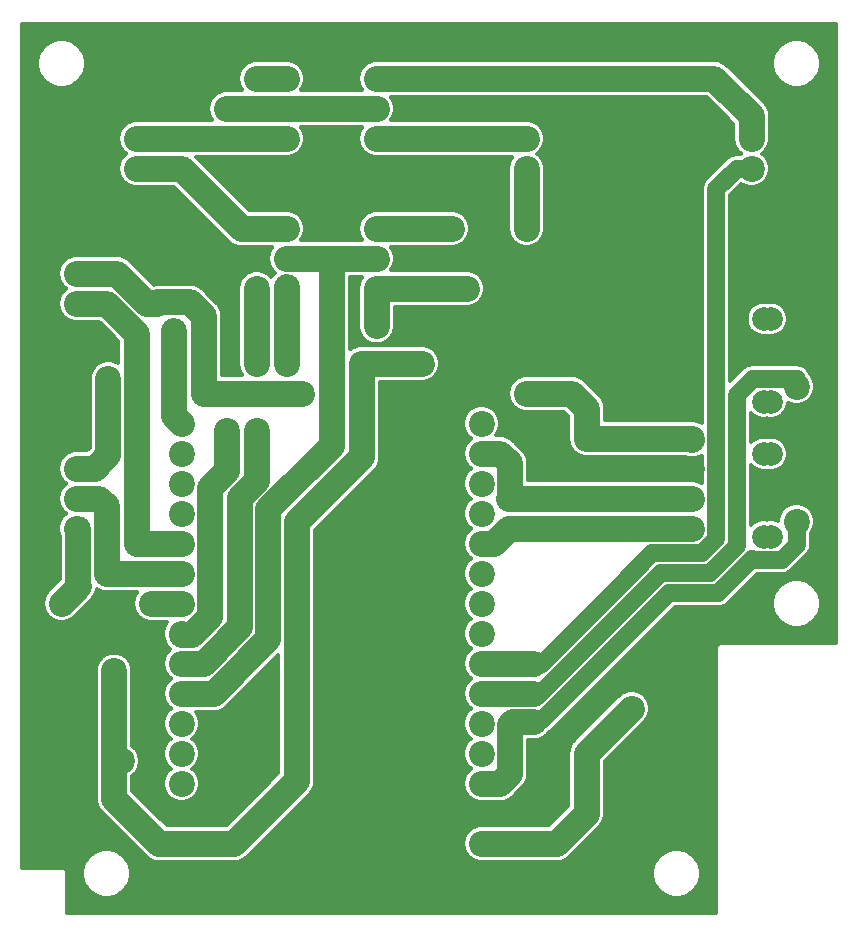
<source format=gbr>
%TF.GenerationSoftware,KiCad,Pcbnew,(5.1.6)-1*%
%TF.CreationDate,2023-03-19T14:48:43-05:00*%
%TF.ProjectId,pcb,7063622e-6b69-4636-9164-5f7063625858,rev?*%
%TF.SameCoordinates,Original*%
%TF.FileFunction,Copper,L2,Bot*%
%TF.FilePolarity,Positive*%
%FSLAX46Y46*%
G04 Gerber Fmt 4.6, Leading zero omitted, Abs format (unit mm)*
G04 Created by KiCad (PCBNEW (5.1.6)-1) date 2023-03-19 14:48:43*
%MOMM*%
%LPD*%
G01*
G04 APERTURE LIST*
%TA.AperFunction,ComponentPad*%
%ADD10C,2.200000*%
%TD*%
%TA.AperFunction,ComponentPad*%
%ADD11C,1.900000*%
%TD*%
%TA.AperFunction,ComponentPad*%
%ADD12C,2.000000*%
%TD*%
%TA.AperFunction,ViaPad*%
%ADD13C,2.200000*%
%TD*%
%TA.AperFunction,Conductor*%
%ADD14C,2.200000*%
%TD*%
%TA.AperFunction,Conductor*%
%ADD15C,1.500000*%
%TD*%
%TA.AperFunction,Conductor*%
%ADD16C,0.300000*%
%TD*%
G04 APERTURE END LIST*
D10*
%TO.P,U2,30*%
%TO.N,+3V3*%
X39370000Y6350000D03*
%TO.P,U2,29*%
%TO.N,GND*%
X39370000Y8890000D03*
%TO.P,U2,28*%
%TO.N,SW1*%
X39370000Y11430000D03*
%TO.P,U2,27*%
%TO.N,Net-(U2-Pad27)*%
X39370000Y13970000D03*
%TO.P,U2,26*%
%TO.N,Net-(U2-Pad26)*%
X39370000Y16510000D03*
%TO.P,U2,25*%
%TO.N,SW2*%
X39370000Y19050000D03*
%TO.P,U2,24*%
%TO.N,LEDS*%
X39370000Y21590000D03*
%TO.P,U2,23*%
%TO.N,Net-(U2-Pad23)*%
X39370000Y24130000D03*
%TO.P,U2,22*%
%TO.N,Net-(U2-Pad22)*%
X39370000Y26670000D03*
%TO.P,U2,21*%
%TO.N,Net-(U2-Pad21)*%
X39370000Y29210000D03*
%TO.P,U2,20*%
%TO.N,SDA*%
X39370000Y31750000D03*
%TO.P,U2,19*%
%TO.N,Net-(U2-Pad19)*%
X39370000Y34290000D03*
%TO.P,U2,18*%
%TO.N,Net-(U2-Pad18)*%
X39370000Y36830000D03*
%TO.P,U2,17*%
%TO.N,SCL*%
X39370000Y39370000D03*
%TO.P,U2,16*%
%TO.N,Net-(U2-Pad16)*%
X39370000Y41910000D03*
%TO.P,U2,15*%
%TO.N,Net-(C3-Pad2)*%
X13970000Y41910000D03*
%TO.P,U2,14*%
%TO.N,Net-(U2-Pad14)*%
X13970000Y39370000D03*
%TO.P,U2,13*%
%TO.N,Net-(U2-Pad13)*%
X13970000Y36830000D03*
%TO.P,U2,12*%
%TO.N,Net-(U2-Pad12)*%
X13970000Y34290000D03*
%TO.P,U2,11*%
%TO.N,hall*%
X13970000Y31750000D03*
%TO.P,U2,10*%
%TO.N,SCK*%
X13970000Y29210000D03*
%TO.P,U2,9*%
%TO.N,SDIO*%
X13970000Y26670000D03*
%TO.P,U2,8*%
%TO.N,I2*%
X13970000Y24130000D03*
%TO.P,U2,7*%
%TO.N,EN*%
X13970000Y21590000D03*
%TO.P,U2,6*%
%TO.N,I1*%
X13970000Y19050000D03*
%TO.P,U2,5*%
%TO.N,Net-(U2-Pad5)*%
X13970000Y16510000D03*
%TO.P,U2,4*%
%TO.N,Net-(U2-Pad4)*%
X13970000Y13970000D03*
%TO.P,U2,3*%
%TO.N,Net-(U2-Pad3)*%
X13970000Y11430000D03*
%TO.P,U2,2*%
%TO.N,GND*%
X13970000Y8890000D03*
%TO.P,U2,1*%
%TO.N,+5V*%
X13970000Y6350000D03*
%TD*%
%TO.P,C1,1*%
%TO.N,+5V*%
X8890000Y13335000D03*
%TO.P,C1,2*%
%TO.N,GND*%
X5090000Y13335000D03*
%TD*%
%TO.P,C2,2*%
%TO.N,GND*%
X52060000Y8890000D03*
%TO.P,C2,1*%
%TO.N,+3V3*%
X48260000Y8890000D03*
%TD*%
D11*
%TO.P,C3,1*%
%TO.N,+3V3*%
X13335000Y52170000D03*
%TO.P,C3,2*%
%TO.N,Net-(C3-Pad2)*%
X13335000Y49870000D03*
%TD*%
D10*
%TO.P,J1,1*%
%TO.N,+5V*%
X8255000Y20955000D03*
%TO.P,J1,2*%
%TO.N,GND*%
X5715000Y20955000D03*
%TD*%
%TO.P,J2,1*%
%TO.N,OA1*%
X43180000Y63500000D03*
%TO.P,J2,2*%
%TO.N,OA2*%
X43180000Y66040000D03*
%TD*%
%TO.P,J3,2*%
%TO.N,OB2*%
X10160000Y66040000D03*
%TO.P,J3,1*%
%TO.N,OB1*%
X10160000Y63500000D03*
%TD*%
%TO.P,J4,1*%
%TO.N,GND*%
X5080000Y49530000D03*
%TO.P,J4,2*%
%TO.N,hall*%
X5080000Y52070000D03*
%TO.P,J4,3*%
%TO.N,+3V3*%
X5080000Y54610000D03*
%TD*%
%TO.P,J5,4*%
%TO.N,SDA*%
X48260000Y33020000D03*
%TO.P,J5,3*%
%TO.N,SCL*%
X48260000Y35560000D03*
%TO.P,J5,2*%
%TO.N,GND*%
X48260000Y38100000D03*
%TO.P,J5,1*%
%TO.N,+3V3*%
X48260000Y40640000D03*
%TD*%
%TO.P,J6,1*%
%TO.N,+3V3*%
X57150000Y40640000D03*
%TO.P,J6,2*%
%TO.N,GND*%
X57150000Y38100000D03*
%TO.P,J6,3*%
%TO.N,SCL*%
X57150000Y35560000D03*
%TO.P,J6,4*%
%TO.N,SDA*%
X57150000Y33020000D03*
%TD*%
%TO.P,J8,1*%
%TO.N,GND*%
X62230000Y60960000D03*
%TO.P,J8,2*%
%TO.N,LEDS*%
X62230000Y63500000D03*
%TO.P,J8,3*%
%TO.N,+5V*%
X62230000Y66040000D03*
%TD*%
%TO.P,R1,1*%
%TO.N,Net-(J7-Pad4)*%
X3810000Y26670000D03*
%TO.P,R1,2*%
%TO.N,SDIO*%
X11430000Y26670000D03*
%TD*%
%TO.P,R2,2*%
%TO.N,GND*%
X45720000Y53340000D03*
%TO.P,R2,1*%
%TO.N,EN*%
X38100000Y53340000D03*
%TD*%
D12*
%TO.P,SW1,*%
%TO.N,*%
X63850000Y32340000D03*
D10*
%TO.P,SW1,2*%
%TO.N,SW1*%
X66040000Y33600000D03*
%TO.P,SW1,1*%
%TO.N,GND*%
X66040000Y38100000D03*
D12*
%TO.P,SW1,*%
%TO.N,*%
X63850000Y39350000D03*
X63250000Y32340000D03*
X63250000Y39350000D03*
%TD*%
%TO.P,SW2,*%
%TO.N,*%
X63250000Y50780000D03*
X63250000Y43770000D03*
X63850000Y50780000D03*
D10*
%TO.P,SW2,1*%
%TO.N,GND*%
X66040000Y49530000D03*
%TO.P,SW2,2*%
%TO.N,SW2*%
X66040000Y45030000D03*
D12*
%TO.P,SW2,*%
%TO.N,*%
X63850000Y43770000D03*
%TD*%
D10*
%TO.P,U1,1*%
%TO.N,EN*%
X30480000Y53340000D03*
%TO.P,U1,9*%
X22860000Y71120000D03*
%TO.P,U1,2*%
%TO.N,I1*%
X30480000Y55880000D03*
%TO.P,U1,10*%
%TO.N,I2*%
X22860000Y68580000D03*
%TO.P,U1,3*%
%TO.N,OA1*%
X30480000Y58420000D03*
%TO.P,U1,11*%
%TO.N,OB2*%
X22860000Y66040000D03*
%TO.P,U1,4*%
%TO.N,GND*%
X30480000Y60960000D03*
%TO.P,U1,12*%
X22860000Y63500000D03*
%TO.P,U1,5*%
X30480000Y63500000D03*
%TO.P,U1,13*%
X22860000Y60960000D03*
%TO.P,U1,6*%
%TO.N,OA2*%
X30480000Y66040000D03*
%TO.P,U1,14*%
%TO.N,OB1*%
X22860000Y58420000D03*
%TO.P,U1,7*%
%TO.N,I2*%
X30480000Y68580000D03*
%TO.P,U1,15*%
%TO.N,I1*%
X22860000Y55880000D03*
%TO.P,U1,8*%
%TO.N,+5V*%
X30480000Y71120000D03*
%TO.P,U1,16*%
X22860000Y53340000D03*
%TD*%
%TO.P,J7,1*%
%TO.N,GND*%
X5080000Y40640000D03*
%TO.P,J7,2*%
%TO.N,+3V3*%
X5080000Y38100000D03*
%TO.P,J7,3*%
%TO.N,SCK*%
X5080000Y35560000D03*
%TO.P,J7,4*%
%TO.N,Net-(J7-Pad4)*%
X5080000Y33020000D03*
%TD*%
D13*
%TO.N,+5V*%
X34290000Y71120000D03*
X29210000Y46990000D03*
X34290000Y46990000D03*
X22860000Y46990000D03*
%TO.N,+3V3*%
X7759990Y45720000D03*
X7620000Y54610000D03*
X43180000Y44450000D03*
X24130000Y44450000D03*
X52070000Y17780000D03*
X52070000Y40640000D03*
%TO.N,OA1*%
X36830000Y58420000D03*
X43180000Y58420000D03*
%TO.N,EN*%
X20320000Y41275000D03*
X20320000Y71120000D03*
X30480000Y50165000D03*
X20320000Y46990000D03*
X20320000Y50165000D03*
X20320000Y53340000D03*
%TO.N,I2*%
X17780000Y41275000D03*
X17780000Y68580000D03*
%TD*%
D14*
%TO.N,+5V*%
X62230000Y67945000D02*
X62230000Y66040000D01*
X59055000Y71120000D02*
X62230000Y67945000D01*
X30480000Y71120000D02*
X59055000Y71120000D01*
X22860000Y46990000D02*
X22860000Y53479990D01*
X29210000Y46990000D02*
X29210000Y39045407D01*
X23710030Y33545437D02*
X23710030Y11645030D01*
X29210000Y39045407D02*
X23710030Y33545437D01*
X23710030Y11645030D02*
X18415000Y6350000D01*
X18415000Y6350000D02*
X13970000Y6350000D01*
X29210000Y46990000D02*
X34290000Y46990000D01*
X13970000Y6350000D02*
X12065000Y6350000D01*
X12065000Y6350000D02*
X8255000Y10160000D01*
X8255000Y10160000D02*
X8255000Y20955000D01*
%TO.N,+3V3*%
X57010001Y40640000D02*
X57150000Y40500001D01*
X39370000Y6350000D02*
X45720000Y6350000D01*
X45720000Y6350000D02*
X48260000Y8890000D01*
X7759990Y45720000D02*
X7759990Y45720000D01*
X14678502Y52170000D02*
X15875000Y50973502D01*
X13335000Y52170000D02*
X14678502Y52170000D01*
X15875000Y50973502D02*
X15875000Y44450000D01*
X21590000Y44450000D02*
X24130000Y44450000D01*
X15875000Y44450000D02*
X21590000Y44450000D01*
X48260000Y40640000D02*
X48260000Y43180000D01*
X48260000Y43180000D02*
X46990000Y44450000D01*
X46990000Y44450000D02*
X43180000Y44450000D01*
X52070000Y40640000D02*
X57010001Y40640000D01*
X48260000Y40640000D02*
X52070000Y40640000D01*
X52070000Y40640000D02*
X52070000Y40640000D01*
X52070000Y17780000D02*
X52070000Y17780000D01*
X48260000Y8890000D02*
X48260000Y13970000D01*
X48260000Y13970000D02*
X52070000Y17780000D01*
X7759990Y39224356D02*
X7759990Y45720000D01*
X6635634Y38100000D02*
X7759990Y39224356D01*
X5080000Y38100000D02*
X6635634Y38100000D01*
X11891498Y52070000D02*
X11014126Y52070000D01*
X13335000Y52170000D02*
X11991498Y52170000D01*
X11991498Y52170000D02*
X11891498Y52070000D01*
X8474126Y54610000D02*
X7620000Y54610000D01*
X11014126Y52070000D02*
X8474126Y54610000D01*
X7620000Y54610000D02*
X5080000Y54610000D01*
%TO.N,OA2*%
X30480000Y66040000D02*
X43180000Y66040000D01*
%TO.N,OA1*%
X43180000Y63500000D02*
X43180000Y58420000D01*
X30480000Y58420000D02*
X36830000Y58420000D01*
X36830000Y58420000D02*
X36830000Y58420000D01*
X43180000Y58420000D02*
X43180000Y58420000D01*
%TO.N,OB1*%
X22860000Y58420000D02*
X19050000Y58420000D01*
X19050000Y58420000D02*
X13970000Y63500000D01*
X13970000Y63500000D02*
X10160000Y63500000D01*
%TO.N,OB2*%
X10160000Y66040000D02*
X22860000Y66040000D01*
%TO.N,EN*%
X33020000Y53340000D02*
X38100000Y53340000D01*
X30480000Y53340000D02*
X33020000Y53340000D01*
X30480000Y53340000D02*
X30480000Y50165000D01*
X30480000Y50165000D02*
X30480000Y50165000D01*
X13970000Y21590000D02*
X15836128Y21590000D01*
X15836128Y21590000D02*
X18910010Y24663882D01*
X18910010Y24663882D02*
X18910010Y35639136D01*
X18910010Y35639136D02*
X20320000Y37049126D01*
X20320000Y37049126D02*
X20320000Y41275000D01*
X20320000Y71120000D02*
X22860000Y71120000D01*
X20320000Y46990000D02*
X20320000Y53340000D01*
%TO.N,I1*%
X22860000Y55880000D02*
X26670000Y55880000D01*
X26670000Y55880000D02*
X30480000Y55880000D01*
X16690254Y19050000D02*
X21310020Y23669766D01*
X13970000Y19050000D02*
X16690254Y19050000D01*
X21310020Y23669766D02*
X21310020Y34645020D01*
X26670000Y40005000D02*
X26670000Y55880000D01*
X21310020Y34645020D02*
X26670000Y40005000D01*
%TO.N,I2*%
X22860000Y68580000D02*
X30480000Y68580000D01*
X14842012Y23990010D02*
X13970000Y23990010D01*
X16370001Y25517999D02*
X14842012Y23990010D01*
X16370001Y36493253D02*
X16370001Y25517999D01*
X17780000Y37903252D02*
X16370001Y36493253D01*
X17780000Y41275000D02*
X17780000Y37903252D01*
X17780000Y68580000D02*
X22860000Y68580000D01*
%TO.N,Net-(C3-Pad2)*%
X13970000Y41910000D02*
X13335000Y42545000D01*
X13335000Y42545000D02*
X13335000Y49769990D01*
%TO.N,hall*%
X8255000Y51435000D02*
X10160000Y49530000D01*
X10160000Y49530000D02*
X10160000Y31750000D01*
X10160000Y31750000D02*
X13970000Y31750000D01*
X8255000Y51435000D02*
X7620000Y52070000D01*
X7620000Y52070000D02*
X5080000Y52070000D01*
%TO.N,SDA*%
X48260000Y33020000D02*
X57150000Y33020000D01*
X48260000Y33020000D02*
X41652002Y33020000D01*
X41652002Y33020000D02*
X40382002Y31750000D01*
X40382002Y31750000D02*
X39370000Y31750000D01*
%TO.N,SCL*%
X57150000Y35560000D02*
X48260000Y35560000D01*
X48260000Y35560000D02*
X44450000Y35560000D01*
X44450000Y35560000D02*
X41652002Y35560000D01*
X41652002Y35560000D02*
X41770001Y35677999D01*
X41770001Y38525633D02*
X41770001Y35677999D01*
X40925634Y39370000D02*
X41770001Y38525633D01*
X39370000Y39370000D02*
X40925634Y39370000D01*
%TO.N,SCK*%
X13970000Y29210000D02*
X9525000Y29210000D01*
X9525000Y29210000D02*
X7620000Y29210000D01*
X7620000Y29210000D02*
X7620000Y34925000D01*
X7620000Y34925000D02*
X6985000Y35560000D01*
X6985000Y35560000D02*
X5080000Y35560000D01*
D15*
%TO.N,LEDS*%
X44450000Y21590000D02*
X50800000Y27940000D01*
X53829990Y30969990D02*
X57999141Y30969990D01*
X50800000Y27940000D02*
X53829990Y30969990D01*
X59200001Y32170850D02*
X59200001Y41624001D01*
X57999141Y30969990D02*
X59200001Y32170850D01*
X59200001Y41624001D02*
X59200001Y61740001D01*
X59200001Y61740001D02*
X60960000Y63500000D01*
X60960000Y63500000D02*
X62230000Y63500000D01*
D14*
X39370000Y21590000D02*
X43815000Y21590000D01*
%TO.N,SDIO*%
X13970000Y26670000D02*
X11430000Y26670000D01*
%TO.N,SW1*%
X39370000Y11430000D02*
X40925634Y11430000D01*
X40925634Y11430000D02*
X41770001Y12274367D01*
X41770001Y12274367D02*
X41770001Y16370001D01*
X41770001Y16370001D02*
X42049990Y16649990D01*
X42049990Y16649990D02*
X43815000Y16649990D01*
D15*
X55238322Y27569970D02*
X44450000Y16781648D01*
X59407475Y27569970D02*
X55238322Y27569970D01*
X66040000Y33600000D02*
X66040000Y31643998D01*
X66040000Y31643998D02*
X64786001Y30389999D01*
X64786001Y30389999D02*
X62320001Y30389999D01*
X62320001Y30389999D02*
X62273752Y30436248D01*
X62273752Y30436248D02*
X59407475Y27569970D01*
%TO.N,SW2*%
X44314176Y19050000D02*
X54534156Y29269980D01*
X54534156Y29269980D02*
X58703308Y29269980D01*
X58703308Y29269980D02*
X60960000Y31526672D01*
X60960000Y44366002D02*
X62313998Y45720000D01*
X60960000Y31526672D02*
X60960000Y44366002D01*
X62313998Y45720000D02*
X66040000Y45720000D01*
D14*
X39370000Y19050000D02*
X43815000Y19050000D01*
%TO.N,Net-(J7-Pad4)*%
X3810000Y26670000D02*
X5080000Y27940000D01*
X5287937Y28147937D02*
X5219990Y28215884D01*
X5080000Y27940000D02*
X5287937Y28147937D01*
X5219990Y28215884D02*
X5219990Y33020000D01*
%TD*%
D16*
%TO.N,GND*%
G36*
X69375000Y23335000D02*
G01*
X59713332Y23335000D01*
X59690000Y23337298D01*
X59666668Y23335000D01*
X59596884Y23328127D01*
X59507346Y23300966D01*
X59424827Y23256859D01*
X59352499Y23197501D01*
X59293141Y23125173D01*
X59249034Y23042654D01*
X59221873Y22953116D01*
X59212702Y22860000D01*
X59215001Y22836658D01*
X59215000Y475000D01*
X4285000Y475000D01*
X4285000Y3786669D01*
X4287298Y3810000D01*
X4278127Y3903116D01*
X4250966Y3992654D01*
X4240676Y4011907D01*
X5570000Y4011907D01*
X5570000Y3608093D01*
X5648780Y3212037D01*
X5803314Y2838961D01*
X6027661Y2503201D01*
X6313201Y2217661D01*
X6648961Y1993314D01*
X7022037Y1838780D01*
X7418093Y1760000D01*
X7821907Y1760000D01*
X8217963Y1838780D01*
X8591039Y1993314D01*
X8926799Y2217661D01*
X9212339Y2503201D01*
X9436686Y2838961D01*
X9591220Y3212037D01*
X9670000Y3608093D01*
X9670000Y4011907D01*
X53830000Y4011907D01*
X53830000Y3608093D01*
X53908780Y3212037D01*
X54063314Y2838961D01*
X54287661Y2503201D01*
X54573201Y2217661D01*
X54908961Y1993314D01*
X55282037Y1838780D01*
X55678093Y1760000D01*
X56081907Y1760000D01*
X56477963Y1838780D01*
X56851039Y1993314D01*
X57186799Y2217661D01*
X57472339Y2503201D01*
X57696686Y2838961D01*
X57851220Y3212037D01*
X57930000Y3608093D01*
X57930000Y4011907D01*
X57851220Y4407963D01*
X57696686Y4781039D01*
X57472339Y5116799D01*
X57186799Y5402339D01*
X56851039Y5626686D01*
X56477963Y5781220D01*
X56081907Y5860000D01*
X55678093Y5860000D01*
X55282037Y5781220D01*
X54908961Y5626686D01*
X54573201Y5402339D01*
X54287661Y5116799D01*
X54063314Y4781039D01*
X53908780Y4407963D01*
X53830000Y4011907D01*
X9670000Y4011907D01*
X9591220Y4407963D01*
X9436686Y4781039D01*
X9212339Y5116799D01*
X8926799Y5402339D01*
X8591039Y5626686D01*
X8217963Y5781220D01*
X7821907Y5860000D01*
X7418093Y5860000D01*
X7022037Y5781220D01*
X6648961Y5626686D01*
X6313201Y5402339D01*
X6027661Y5116799D01*
X5803314Y4781039D01*
X5648780Y4407963D01*
X5570000Y4011907D01*
X4240676Y4011907D01*
X4206859Y4075173D01*
X4147501Y4147501D01*
X4075173Y4206859D01*
X3992654Y4250966D01*
X3903116Y4278127D01*
X3833332Y4285000D01*
X3810000Y4287298D01*
X3786668Y4285000D01*
X475000Y4285000D01*
X475000Y26670000D01*
X2252502Y26670000D01*
X2260000Y26593872D01*
X2260000Y26517338D01*
X2274931Y26442272D01*
X2282429Y26366148D01*
X2304633Y26292950D01*
X2319565Y26217882D01*
X2348854Y26147173D01*
X2371059Y26073972D01*
X2407121Y26006503D01*
X2436408Y25935800D01*
X2478923Y25872171D01*
X2514987Y25804700D01*
X2563519Y25745563D01*
X2606036Y25681932D01*
X2660152Y25627816D01*
X2708682Y25568682D01*
X2767816Y25520152D01*
X2821932Y25466036D01*
X2885563Y25423519D01*
X2944700Y25374987D01*
X3012171Y25338923D01*
X3075800Y25296408D01*
X3146503Y25267121D01*
X3213972Y25231059D01*
X3287173Y25208854D01*
X3357882Y25179565D01*
X3432950Y25164633D01*
X3506148Y25142429D01*
X3582272Y25134931D01*
X3657338Y25120000D01*
X3733872Y25120000D01*
X3810000Y25112502D01*
X3886128Y25120000D01*
X3962662Y25120000D01*
X4037728Y25134931D01*
X4113852Y25142429D01*
X4187050Y25164633D01*
X4262118Y25179565D01*
X4332827Y25208854D01*
X4406028Y25231059D01*
X4473497Y25267121D01*
X4544200Y25296408D01*
X4607829Y25338923D01*
X4675300Y25374987D01*
X4734435Y25423518D01*
X4798068Y25466036D01*
X5013964Y25681932D01*
X5013968Y25681938D01*
X6229853Y26897822D01*
X6229858Y26897828D01*
X6330110Y26998080D01*
X6389255Y27046619D01*
X6582950Y27282637D01*
X6726878Y27551908D01*
X6815509Y27844084D01*
X6819102Y27880564D01*
X7023971Y27771059D01*
X7316147Y27682428D01*
X7620000Y27652501D01*
X7696138Y27660000D01*
X10227968Y27660000D01*
X10226036Y27658068D01*
X10183519Y27594437D01*
X10134987Y27535300D01*
X10098922Y27467828D01*
X10056408Y27404200D01*
X10027123Y27333500D01*
X9991059Y27266029D01*
X9968852Y27192822D01*
X9939565Y27122118D01*
X9924635Y27047060D01*
X9902428Y26973853D01*
X9894929Y26897717D01*
X9880000Y26822662D01*
X9880000Y26746138D01*
X9872501Y26670000D01*
X9880000Y26593862D01*
X9880000Y26517338D01*
X9894929Y26442283D01*
X9902428Y26366147D01*
X9924635Y26292940D01*
X9939565Y26217882D01*
X9968852Y26147178D01*
X9991059Y26073971D01*
X10027123Y26006500D01*
X10056408Y25935800D01*
X10098922Y25872172D01*
X10134987Y25804700D01*
X10183519Y25745563D01*
X10226036Y25681932D01*
X10280152Y25627816D01*
X10328682Y25568682D01*
X10387816Y25520152D01*
X10441932Y25466036D01*
X10505563Y25423519D01*
X10564700Y25374987D01*
X10632172Y25338922D01*
X10695800Y25296408D01*
X10766500Y25267123D01*
X10833971Y25231059D01*
X10907178Y25208852D01*
X10977882Y25179565D01*
X11052940Y25164635D01*
X11126147Y25142428D01*
X11202283Y25134929D01*
X11277338Y25120000D01*
X12767968Y25120000D01*
X12766036Y25118068D01*
X12596408Y24864200D01*
X12479565Y24582118D01*
X12420000Y24282662D01*
X12420000Y24066148D01*
X12412501Y23990010D01*
X12442428Y23686157D01*
X12531059Y23393981D01*
X12674987Y23124710D01*
X12868682Y22888692D01*
X12983132Y22794766D01*
X12981932Y22793964D01*
X12927816Y22739848D01*
X12868682Y22691318D01*
X12820152Y22632184D01*
X12766036Y22578068D01*
X12723519Y22514437D01*
X12674987Y22455300D01*
X12638922Y22387828D01*
X12596408Y22324200D01*
X12567123Y22253500D01*
X12531059Y22186029D01*
X12508852Y22112822D01*
X12479565Y22042118D01*
X12464635Y21967060D01*
X12442428Y21893853D01*
X12434929Y21817717D01*
X12420000Y21742662D01*
X12420000Y21666138D01*
X12412501Y21590000D01*
X12420000Y21513862D01*
X12420000Y21437338D01*
X12434929Y21362283D01*
X12442428Y21286147D01*
X12464635Y21212940D01*
X12479565Y21137882D01*
X12508852Y21067178D01*
X12531059Y20993971D01*
X12567123Y20926500D01*
X12596408Y20855800D01*
X12638922Y20792172D01*
X12674987Y20724700D01*
X12723519Y20665563D01*
X12766036Y20601932D01*
X12820152Y20547816D01*
X12868682Y20488682D01*
X12927816Y20440152D01*
X12981932Y20386036D01*
X13045563Y20343519D01*
X13074222Y20320000D01*
X13045563Y20296481D01*
X12981932Y20253964D01*
X12927816Y20199848D01*
X12868682Y20151318D01*
X12820152Y20092184D01*
X12766036Y20038068D01*
X12723519Y19974437D01*
X12674987Y19915300D01*
X12638922Y19847828D01*
X12596408Y19784200D01*
X12567123Y19713500D01*
X12531059Y19646029D01*
X12508852Y19572822D01*
X12479565Y19502118D01*
X12464635Y19427060D01*
X12442428Y19353853D01*
X12434929Y19277717D01*
X12420000Y19202662D01*
X12420000Y19126138D01*
X12412501Y19050000D01*
X12420000Y18973862D01*
X12420000Y18897338D01*
X12434929Y18822283D01*
X12442428Y18746147D01*
X12464635Y18672940D01*
X12479565Y18597882D01*
X12508852Y18527178D01*
X12531059Y18453971D01*
X12567123Y18386500D01*
X12596408Y18315800D01*
X12638922Y18252172D01*
X12674987Y18184700D01*
X12723519Y18125563D01*
X12766036Y18061932D01*
X12820152Y18007816D01*
X12868682Y17948682D01*
X12927816Y17900152D01*
X12981932Y17846036D01*
X13045563Y17803519D01*
X13077157Y17777591D01*
X12981932Y17713964D01*
X12766036Y17498068D01*
X12596408Y17244200D01*
X12479565Y16962118D01*
X12420000Y16662662D01*
X12420000Y16357338D01*
X12479565Y16057882D01*
X12596408Y15775800D01*
X12766036Y15521932D01*
X12981932Y15306036D01*
X13080763Y15240000D01*
X12981932Y15173964D01*
X12766036Y14958068D01*
X12596408Y14704200D01*
X12479565Y14422118D01*
X12420000Y14122662D01*
X12420000Y13817338D01*
X12479565Y13517882D01*
X12596408Y13235800D01*
X12766036Y12981932D01*
X12981932Y12766036D01*
X13080763Y12700000D01*
X12981932Y12633964D01*
X12766036Y12418068D01*
X12596408Y12164200D01*
X12479565Y11882118D01*
X12420000Y11582662D01*
X12420000Y11277338D01*
X12479565Y10977882D01*
X12596408Y10695800D01*
X12766036Y10441932D01*
X12981932Y10226036D01*
X13235800Y10056408D01*
X13517882Y9939565D01*
X13817338Y9880000D01*
X14122662Y9880000D01*
X14422118Y9939565D01*
X14704200Y10056408D01*
X14958068Y10226036D01*
X15173964Y10441932D01*
X15343592Y10695800D01*
X15460435Y10977882D01*
X15520000Y11277338D01*
X15520000Y11582662D01*
X15460435Y11882118D01*
X15343592Y12164200D01*
X15173964Y12418068D01*
X14958068Y12633964D01*
X14859237Y12700000D01*
X14958068Y12766036D01*
X15173964Y12981932D01*
X15343592Y13235800D01*
X15460435Y13517882D01*
X15520000Y13817338D01*
X15520000Y14122662D01*
X15460435Y14422118D01*
X15343592Y14704200D01*
X15173964Y14958068D01*
X14958068Y15173964D01*
X14859237Y15240000D01*
X14958068Y15306036D01*
X15173964Y15521932D01*
X15343592Y15775800D01*
X15460435Y16057882D01*
X15520000Y16357338D01*
X15520000Y16662662D01*
X15460435Y16962118D01*
X15343592Y17244200D01*
X15173964Y17498068D01*
X15172032Y17500000D01*
X16614126Y17500000D01*
X16690254Y17492502D01*
X16766382Y17500000D01*
X16766392Y17500000D01*
X16994107Y17522428D01*
X17286283Y17611059D01*
X17555554Y17754987D01*
X17791572Y17948682D01*
X17840111Y18007827D01*
X22160031Y22327746D01*
X22160031Y12287062D01*
X17772970Y7900000D01*
X12707031Y7900000D01*
X9805000Y10802030D01*
X9805000Y12082214D01*
X9878068Y12131036D01*
X10093964Y12346932D01*
X10263592Y12600800D01*
X10380435Y12882882D01*
X10440000Y13182338D01*
X10440000Y13487662D01*
X10380435Y13787118D01*
X10263592Y14069200D01*
X10093964Y14323068D01*
X9878068Y14538964D01*
X9805000Y14587786D01*
X9805000Y21107662D01*
X9790071Y21182717D01*
X9782572Y21258853D01*
X9760365Y21332060D01*
X9745435Y21407118D01*
X9716148Y21477822D01*
X9693941Y21551029D01*
X9657877Y21618500D01*
X9628592Y21689200D01*
X9586078Y21752828D01*
X9550013Y21820300D01*
X9501481Y21879437D01*
X9458964Y21943068D01*
X9404848Y21997184D01*
X9356318Y22056318D01*
X9297184Y22104848D01*
X9243068Y22158964D01*
X9179437Y22201481D01*
X9120300Y22250013D01*
X9052828Y22286078D01*
X8989200Y22328592D01*
X8918500Y22357877D01*
X8851029Y22393941D01*
X8777822Y22416148D01*
X8707118Y22445435D01*
X8632060Y22460365D01*
X8558853Y22482572D01*
X8482717Y22490071D01*
X8407662Y22505000D01*
X8331138Y22505000D01*
X8255000Y22512499D01*
X8178862Y22505000D01*
X8102338Y22505000D01*
X8027282Y22490071D01*
X7951148Y22482572D01*
X7877943Y22460365D01*
X7802882Y22445435D01*
X7732175Y22416147D01*
X7658972Y22393941D01*
X7591505Y22357879D01*
X7520800Y22328592D01*
X7457168Y22286075D01*
X7389701Y22250013D01*
X7330569Y22201484D01*
X7266932Y22158964D01*
X7212812Y22104844D01*
X7153683Y22056318D01*
X7105157Y21997189D01*
X7051036Y21943068D01*
X7008515Y21879430D01*
X6959988Y21820300D01*
X6923927Y21752835D01*
X6881408Y21689200D01*
X6852119Y21618492D01*
X6816060Y21551029D01*
X6793856Y21477831D01*
X6764565Y21407118D01*
X6749633Y21332050D01*
X6727429Y21258853D01*
X6719931Y21182727D01*
X6705000Y21107662D01*
X6705000Y20802338D01*
X6705001Y20802333D01*
X6705000Y10236128D01*
X6697502Y10160000D01*
X6705000Y10083872D01*
X6705000Y10083863D01*
X6727428Y9856148D01*
X6797789Y9624200D01*
X6816059Y9563972D01*
X6959987Y9294700D01*
X7042751Y9193852D01*
X7153682Y9058682D01*
X7212827Y9010143D01*
X10915147Y5307822D01*
X10963682Y5248682D01*
X11022822Y5200147D01*
X11199700Y5054987D01*
X11468971Y4911059D01*
X11761147Y4822428D01*
X12065000Y4792501D01*
X12141138Y4800000D01*
X18338872Y4800000D01*
X18415000Y4792502D01*
X18491128Y4800000D01*
X18491138Y4800000D01*
X18718853Y4822428D01*
X19011029Y4911059D01*
X19280300Y5054987D01*
X19516318Y5248682D01*
X19564857Y5307827D01*
X20607030Y6350000D01*
X37812501Y6350000D01*
X37820000Y6273862D01*
X37820000Y6197338D01*
X37834929Y6122283D01*
X37842428Y6046147D01*
X37864635Y5972940D01*
X37879565Y5897882D01*
X37908852Y5827178D01*
X37931059Y5753971D01*
X37967123Y5686500D01*
X37996408Y5615800D01*
X38038922Y5552172D01*
X38074987Y5484700D01*
X38123519Y5425563D01*
X38166036Y5361932D01*
X38220152Y5307816D01*
X38268682Y5248682D01*
X38327816Y5200152D01*
X38381932Y5146036D01*
X38445563Y5103519D01*
X38504700Y5054987D01*
X38572172Y5018922D01*
X38635800Y4976408D01*
X38706500Y4947123D01*
X38773971Y4911059D01*
X38847178Y4888852D01*
X38917882Y4859565D01*
X38992940Y4844635D01*
X39066147Y4822428D01*
X39142283Y4814929D01*
X39217338Y4800000D01*
X45643872Y4800000D01*
X45720000Y4792502D01*
X45796128Y4800000D01*
X45796138Y4800000D01*
X46023853Y4822428D01*
X46316029Y4911059D01*
X46585300Y5054987D01*
X46821318Y5248682D01*
X46869857Y5307827D01*
X49248065Y7686034D01*
X49248068Y7686036D01*
X49302185Y7740153D01*
X49361318Y7788682D01*
X49409848Y7847816D01*
X49463964Y7901932D01*
X49506481Y7965563D01*
X49555013Y8024700D01*
X49591078Y8092172D01*
X49633592Y8155800D01*
X49662877Y8226500D01*
X49698941Y8293971D01*
X49721148Y8367178D01*
X49750435Y8437882D01*
X49765365Y8512940D01*
X49787572Y8586147D01*
X49795071Y8662283D01*
X49810000Y8737338D01*
X49810000Y8813871D01*
X49817498Y8889999D01*
X49810000Y8966127D01*
X49810000Y13327970D01*
X53058065Y16576034D01*
X53058068Y16576036D01*
X53112184Y16630152D01*
X53171318Y16678682D01*
X53219848Y16737816D01*
X53273964Y16791932D01*
X53316481Y16855563D01*
X53365013Y16914700D01*
X53401078Y16982172D01*
X53443592Y17045800D01*
X53472877Y17116500D01*
X53508941Y17183971D01*
X53531148Y17257178D01*
X53560435Y17327882D01*
X53575365Y17402940D01*
X53597572Y17476147D01*
X53605071Y17552283D01*
X53620000Y17627338D01*
X53620000Y17703862D01*
X53627499Y17780000D01*
X53620000Y17856138D01*
X53620000Y17932662D01*
X53605071Y18007717D01*
X53597572Y18083853D01*
X53575365Y18157060D01*
X53560435Y18232118D01*
X53531148Y18302822D01*
X53508941Y18376029D01*
X53472877Y18443500D01*
X53443592Y18514200D01*
X53401078Y18577828D01*
X53365013Y18645300D01*
X53316481Y18704437D01*
X53273964Y18768068D01*
X53219848Y18822184D01*
X53171318Y18881318D01*
X53112184Y18929848D01*
X53058068Y18983964D01*
X52994437Y19026481D01*
X52935300Y19075013D01*
X52867828Y19111078D01*
X52804200Y19153592D01*
X52733500Y19182877D01*
X52666029Y19218941D01*
X52592822Y19241148D01*
X52522118Y19270435D01*
X52447060Y19285365D01*
X52373853Y19307572D01*
X52297717Y19315071D01*
X52222662Y19330000D01*
X52146138Y19330000D01*
X52070000Y19337499D01*
X51993862Y19330000D01*
X51917338Y19330000D01*
X51842283Y19315071D01*
X51766147Y19307572D01*
X51692940Y19285365D01*
X51617882Y19270435D01*
X51547178Y19241148D01*
X51473971Y19218941D01*
X51406500Y19182877D01*
X51335800Y19153592D01*
X51272172Y19111078D01*
X51204700Y19075013D01*
X51145563Y19026481D01*
X51081932Y18983964D01*
X51027816Y18929848D01*
X50968682Y18881318D01*
X50920152Y18822184D01*
X50866036Y18768068D01*
X50866034Y18768065D01*
X47217823Y15119853D01*
X47158683Y15071318D01*
X47110148Y15012178D01*
X47110147Y15012177D01*
X46964987Y14835300D01*
X46821059Y14566028D01*
X46732429Y14273852D01*
X46702502Y13970000D01*
X46710001Y13893862D01*
X46710000Y9532031D01*
X45077970Y7900000D01*
X39217338Y7900000D01*
X39142283Y7885071D01*
X39066147Y7877572D01*
X38992940Y7855365D01*
X38917882Y7840435D01*
X38847178Y7811148D01*
X38773971Y7788941D01*
X38706500Y7752877D01*
X38635800Y7723592D01*
X38572172Y7681078D01*
X38504700Y7645013D01*
X38445563Y7596481D01*
X38381932Y7553964D01*
X38327816Y7499848D01*
X38268682Y7451318D01*
X38220152Y7392184D01*
X38166036Y7338068D01*
X38123519Y7274437D01*
X38074987Y7215300D01*
X38038922Y7147828D01*
X37996408Y7084200D01*
X37967123Y7013500D01*
X37931059Y6946029D01*
X37908852Y6872822D01*
X37879565Y6802118D01*
X37864635Y6727060D01*
X37842428Y6653853D01*
X37834929Y6577717D01*
X37820000Y6502662D01*
X37820000Y6426138D01*
X37812501Y6350000D01*
X20607030Y6350000D01*
X24752208Y10495177D01*
X24811348Y10543712D01*
X25005043Y10779730D01*
X25148971Y11049001D01*
X25237602Y11341177D01*
X25260030Y11568892D01*
X25260030Y11568901D01*
X25267528Y11645029D01*
X25260030Y11721157D01*
X25260030Y32903407D01*
X30252178Y37895554D01*
X30311318Y37944089D01*
X30505013Y38180107D01*
X30648941Y38449378D01*
X30737572Y38741554D01*
X30760000Y38969269D01*
X30760000Y38969278D01*
X30767498Y39045406D01*
X30760000Y39121534D01*
X30760000Y45440000D01*
X34442662Y45440000D01*
X34517717Y45454929D01*
X34593853Y45462428D01*
X34667060Y45484635D01*
X34742118Y45499565D01*
X34812822Y45528852D01*
X34886029Y45551059D01*
X34953500Y45587123D01*
X35024200Y45616408D01*
X35087828Y45658922D01*
X35155300Y45694987D01*
X35214437Y45743519D01*
X35278068Y45786036D01*
X35332184Y45840152D01*
X35391318Y45888682D01*
X35439848Y45947816D01*
X35493964Y46001932D01*
X35536481Y46065563D01*
X35585013Y46124700D01*
X35621078Y46192172D01*
X35663592Y46255800D01*
X35692877Y46326500D01*
X35728941Y46393971D01*
X35751148Y46467178D01*
X35780435Y46537882D01*
X35795365Y46612940D01*
X35817572Y46686147D01*
X35825071Y46762283D01*
X35840000Y46837338D01*
X35840000Y46913863D01*
X35847499Y46990000D01*
X35840000Y47066138D01*
X35840000Y47142662D01*
X35825071Y47217717D01*
X35817572Y47293853D01*
X35795365Y47367060D01*
X35780435Y47442118D01*
X35751148Y47512822D01*
X35728941Y47586029D01*
X35692877Y47653500D01*
X35663592Y47724200D01*
X35621078Y47787828D01*
X35585013Y47855300D01*
X35536481Y47914437D01*
X35493964Y47978068D01*
X35439848Y48032184D01*
X35391318Y48091318D01*
X35332184Y48139848D01*
X35278068Y48193964D01*
X35214437Y48236481D01*
X35155300Y48285013D01*
X35087828Y48321078D01*
X35024200Y48363592D01*
X34953500Y48392877D01*
X34886029Y48428941D01*
X34812822Y48451148D01*
X34742118Y48480435D01*
X34667060Y48495365D01*
X34593853Y48517572D01*
X34517717Y48525071D01*
X34442662Y48540000D01*
X29286138Y48540000D01*
X29210000Y48547499D01*
X29133862Y48540000D01*
X29057338Y48540000D01*
X28982283Y48525071D01*
X28906147Y48517572D01*
X28832940Y48495365D01*
X28757882Y48480435D01*
X28687178Y48451148D01*
X28613971Y48428941D01*
X28546500Y48392877D01*
X28475800Y48363592D01*
X28412172Y48321078D01*
X28344700Y48285013D01*
X28285563Y48236481D01*
X28221932Y48193964D01*
X28220000Y48192032D01*
X28220000Y54330000D01*
X29277968Y54330000D01*
X29276036Y54328068D01*
X29233519Y54264437D01*
X29184987Y54205300D01*
X29148922Y54137828D01*
X29106408Y54074200D01*
X29077123Y54003500D01*
X29041059Y53936029D01*
X29018852Y53862822D01*
X28989565Y53792118D01*
X28974635Y53717060D01*
X28952428Y53643853D01*
X28944929Y53567717D01*
X28930000Y53492662D01*
X28930000Y53416138D01*
X28922501Y53340000D01*
X28930000Y53263861D01*
X28930001Y50317667D01*
X28930000Y50317662D01*
X28930000Y50241138D01*
X28922501Y50165000D01*
X28930000Y50088862D01*
X28930000Y50012338D01*
X28944929Y49937283D01*
X28952428Y49861147D01*
X28974635Y49787940D01*
X28989565Y49712882D01*
X29018852Y49642178D01*
X29041059Y49568971D01*
X29077123Y49501500D01*
X29106408Y49430800D01*
X29148922Y49367172D01*
X29184987Y49299700D01*
X29233519Y49240563D01*
X29276036Y49176932D01*
X29330152Y49122816D01*
X29378682Y49063682D01*
X29437816Y49015152D01*
X29491932Y48961036D01*
X29555563Y48918519D01*
X29614700Y48869987D01*
X29682172Y48833922D01*
X29745800Y48791408D01*
X29816500Y48762123D01*
X29883971Y48726059D01*
X29957178Y48703852D01*
X30027882Y48674565D01*
X30102940Y48659635D01*
X30176147Y48637428D01*
X30252283Y48629929D01*
X30327338Y48615000D01*
X30403862Y48615000D01*
X30480000Y48607501D01*
X30556138Y48615000D01*
X30632662Y48615000D01*
X30707717Y48629929D01*
X30783853Y48637428D01*
X30857060Y48659635D01*
X30932118Y48674565D01*
X31002822Y48703852D01*
X31076029Y48726059D01*
X31143500Y48762123D01*
X31214200Y48791408D01*
X31277828Y48833922D01*
X31345300Y48869987D01*
X31404437Y48918519D01*
X31468068Y48961036D01*
X31522184Y49015152D01*
X31581318Y49063682D01*
X31629848Y49122816D01*
X31683964Y49176932D01*
X31726481Y49240563D01*
X31775013Y49299700D01*
X31811078Y49367172D01*
X31853592Y49430800D01*
X31882877Y49501500D01*
X31918941Y49568971D01*
X31941148Y49642178D01*
X31970435Y49712882D01*
X31985365Y49787940D01*
X32007572Y49861147D01*
X32015071Y49937283D01*
X32030000Y50012338D01*
X32030000Y50088862D01*
X32037499Y50165000D01*
X32030000Y50241138D01*
X32030000Y51790000D01*
X38252662Y51790000D01*
X38327717Y51804929D01*
X38403853Y51812428D01*
X38477060Y51834635D01*
X38552118Y51849565D01*
X38622822Y51878852D01*
X38696029Y51901059D01*
X38763500Y51937123D01*
X38834200Y51966408D01*
X38897828Y52008922D01*
X38965300Y52044987D01*
X39024437Y52093519D01*
X39088068Y52136036D01*
X39142184Y52190152D01*
X39201318Y52238682D01*
X39249848Y52297816D01*
X39303964Y52351932D01*
X39346481Y52415563D01*
X39395013Y52474700D01*
X39431078Y52542172D01*
X39473592Y52605800D01*
X39502877Y52676500D01*
X39538941Y52743971D01*
X39561148Y52817178D01*
X39590435Y52887882D01*
X39605365Y52962940D01*
X39627572Y53036147D01*
X39635071Y53112283D01*
X39650000Y53187338D01*
X39650000Y53263862D01*
X39657499Y53340000D01*
X39650000Y53416138D01*
X39650000Y53492662D01*
X39635071Y53567717D01*
X39627572Y53643853D01*
X39605365Y53717060D01*
X39590435Y53792118D01*
X39561148Y53862822D01*
X39538941Y53936029D01*
X39502877Y54003500D01*
X39473592Y54074200D01*
X39431078Y54137828D01*
X39395013Y54205300D01*
X39346481Y54264437D01*
X39303964Y54328068D01*
X39249848Y54382184D01*
X39201318Y54441318D01*
X39142184Y54489848D01*
X39088068Y54543964D01*
X39024437Y54586481D01*
X38965300Y54635013D01*
X38897828Y54671078D01*
X38834200Y54713592D01*
X38763500Y54742877D01*
X38696029Y54778941D01*
X38622822Y54801148D01*
X38552118Y54830435D01*
X38477060Y54845365D01*
X38403853Y54867572D01*
X38327717Y54875071D01*
X38252662Y54890000D01*
X31682032Y54890000D01*
X31683964Y54891932D01*
X31726481Y54955563D01*
X31775013Y55014700D01*
X31811078Y55082172D01*
X31853592Y55145800D01*
X31882877Y55216500D01*
X31918941Y55283971D01*
X31941148Y55357178D01*
X31970435Y55427882D01*
X31985365Y55502940D01*
X32007572Y55576147D01*
X32015071Y55652283D01*
X32030000Y55727338D01*
X32030000Y55803862D01*
X32037499Y55880000D01*
X32030000Y55956138D01*
X32030000Y56032662D01*
X32015071Y56107717D01*
X32007572Y56183853D01*
X31985365Y56257060D01*
X31970435Y56332118D01*
X31941148Y56402822D01*
X31918941Y56476029D01*
X31882877Y56543500D01*
X31853592Y56614200D01*
X31811078Y56677828D01*
X31775013Y56745300D01*
X31726481Y56804437D01*
X31683964Y56868068D01*
X31682032Y56870000D01*
X36982662Y56870000D01*
X37057717Y56884929D01*
X37133853Y56892428D01*
X37207060Y56914635D01*
X37282118Y56929565D01*
X37352822Y56958852D01*
X37426029Y56981059D01*
X37493500Y57017123D01*
X37564200Y57046408D01*
X37627828Y57088922D01*
X37695300Y57124987D01*
X37754437Y57173519D01*
X37818068Y57216036D01*
X37872184Y57270152D01*
X37931318Y57318682D01*
X37979848Y57377816D01*
X38033964Y57431932D01*
X38076481Y57495563D01*
X38125013Y57554700D01*
X38161078Y57622172D01*
X38203592Y57685800D01*
X38232877Y57756500D01*
X38268941Y57823971D01*
X38291148Y57897178D01*
X38320435Y57967882D01*
X38335365Y58042940D01*
X38357572Y58116147D01*
X38365071Y58192283D01*
X38380000Y58267338D01*
X38380000Y58343862D01*
X38387499Y58420000D01*
X38380000Y58496138D01*
X38380000Y58572662D01*
X38365071Y58647717D01*
X38357572Y58723853D01*
X38335365Y58797060D01*
X38320435Y58872118D01*
X38291148Y58942822D01*
X38268941Y59016029D01*
X38232877Y59083500D01*
X38203592Y59154200D01*
X38161078Y59217828D01*
X38125013Y59285300D01*
X38076481Y59344437D01*
X38033964Y59408068D01*
X37979848Y59462184D01*
X37931318Y59521318D01*
X37872184Y59569848D01*
X37818068Y59623964D01*
X37754437Y59666481D01*
X37695300Y59715013D01*
X37627828Y59751078D01*
X37564200Y59793592D01*
X37493500Y59822877D01*
X37426029Y59858941D01*
X37352822Y59881148D01*
X37282118Y59910435D01*
X37207060Y59925365D01*
X37133853Y59947572D01*
X37057717Y59955071D01*
X36982662Y59970000D01*
X30327338Y59970000D01*
X30252283Y59955071D01*
X30176147Y59947572D01*
X30102940Y59925365D01*
X30027882Y59910435D01*
X29957178Y59881148D01*
X29883971Y59858941D01*
X29816500Y59822877D01*
X29745800Y59793592D01*
X29682172Y59751078D01*
X29614700Y59715013D01*
X29555563Y59666481D01*
X29491932Y59623964D01*
X29437816Y59569848D01*
X29378682Y59521318D01*
X29330152Y59462184D01*
X29276036Y59408068D01*
X29233519Y59344437D01*
X29184987Y59285300D01*
X29148922Y59217828D01*
X29106408Y59154200D01*
X29077123Y59083500D01*
X29041059Y59016029D01*
X29018852Y58942822D01*
X28989565Y58872118D01*
X28974635Y58797060D01*
X28952428Y58723853D01*
X28944929Y58647717D01*
X28930000Y58572662D01*
X28930000Y58496138D01*
X28922501Y58420000D01*
X28930000Y58343862D01*
X28930000Y58267338D01*
X28944929Y58192283D01*
X28952428Y58116147D01*
X28974635Y58042940D01*
X28989565Y57967882D01*
X29018852Y57897178D01*
X29041059Y57823971D01*
X29077123Y57756500D01*
X29106408Y57685800D01*
X29148922Y57622172D01*
X29184987Y57554700D01*
X29233519Y57495563D01*
X29276036Y57431932D01*
X29277968Y57430000D01*
X26746138Y57430000D01*
X26670000Y57437499D01*
X26593862Y57430000D01*
X24062032Y57430000D01*
X24063964Y57431932D01*
X24106481Y57495563D01*
X24155013Y57554700D01*
X24191078Y57622172D01*
X24233592Y57685800D01*
X24262877Y57756500D01*
X24298941Y57823971D01*
X24321148Y57897178D01*
X24350435Y57967882D01*
X24365365Y58042940D01*
X24387572Y58116147D01*
X24395071Y58192283D01*
X24410000Y58267338D01*
X24410000Y58343862D01*
X24417499Y58420000D01*
X24410000Y58496138D01*
X24410000Y58572662D01*
X24395071Y58647717D01*
X24387572Y58723853D01*
X24365365Y58797060D01*
X24350435Y58872118D01*
X24321148Y58942822D01*
X24298941Y59016029D01*
X24262877Y59083500D01*
X24233592Y59154200D01*
X24191078Y59217828D01*
X24155013Y59285300D01*
X24106481Y59344437D01*
X24063964Y59408068D01*
X24009848Y59462184D01*
X23961318Y59521318D01*
X23902184Y59569848D01*
X23848068Y59623964D01*
X23784437Y59666481D01*
X23725300Y59715013D01*
X23657828Y59751078D01*
X23594200Y59793592D01*
X23523500Y59822877D01*
X23456029Y59858941D01*
X23382822Y59881148D01*
X23312118Y59910435D01*
X23237060Y59925365D01*
X23163853Y59947572D01*
X23087717Y59955071D01*
X23012662Y59970000D01*
X19692031Y59970000D01*
X15172030Y64490000D01*
X23012662Y64490000D01*
X23087717Y64504929D01*
X23163853Y64512428D01*
X23237060Y64534635D01*
X23312118Y64549565D01*
X23382822Y64578852D01*
X23456029Y64601059D01*
X23523500Y64637123D01*
X23594200Y64666408D01*
X23657828Y64708922D01*
X23725300Y64744987D01*
X23784437Y64793519D01*
X23848068Y64836036D01*
X23902184Y64890152D01*
X23961318Y64938682D01*
X24009848Y64997816D01*
X24063964Y65051932D01*
X24106481Y65115563D01*
X24155013Y65174700D01*
X24191078Y65242172D01*
X24233592Y65305800D01*
X24262877Y65376500D01*
X24298941Y65443971D01*
X24321148Y65517178D01*
X24350435Y65587882D01*
X24365365Y65662940D01*
X24387572Y65736147D01*
X24395071Y65812283D01*
X24410000Y65887338D01*
X24410000Y65963862D01*
X24417499Y66040000D01*
X24410000Y66116138D01*
X24410000Y66192662D01*
X24395071Y66267717D01*
X24387572Y66343853D01*
X24365365Y66417060D01*
X24350435Y66492118D01*
X24321148Y66562822D01*
X24298941Y66636029D01*
X24262877Y66703500D01*
X24233592Y66774200D01*
X24191078Y66837828D01*
X24155013Y66905300D01*
X24106481Y66964437D01*
X24063964Y67028068D01*
X24062032Y67030000D01*
X29277968Y67030000D01*
X29276036Y67028068D01*
X29233519Y66964437D01*
X29184987Y66905300D01*
X29148922Y66837828D01*
X29106408Y66774200D01*
X29077123Y66703500D01*
X29041059Y66636029D01*
X29018852Y66562822D01*
X28989565Y66492118D01*
X28974635Y66417060D01*
X28952428Y66343853D01*
X28944929Y66267717D01*
X28930000Y66192662D01*
X28930000Y66116138D01*
X28922501Y66040000D01*
X28930000Y65963862D01*
X28930000Y65887338D01*
X28944929Y65812283D01*
X28952428Y65736147D01*
X28974635Y65662940D01*
X28989565Y65587882D01*
X29018852Y65517178D01*
X29041059Y65443971D01*
X29077123Y65376500D01*
X29106408Y65305800D01*
X29148922Y65242172D01*
X29184987Y65174700D01*
X29233519Y65115563D01*
X29276036Y65051932D01*
X29330152Y64997816D01*
X29378682Y64938682D01*
X29437816Y64890152D01*
X29491932Y64836036D01*
X29555563Y64793519D01*
X29614700Y64744987D01*
X29682172Y64708922D01*
X29745800Y64666408D01*
X29816500Y64637123D01*
X29883971Y64601059D01*
X29957178Y64578852D01*
X30027882Y64549565D01*
X30102940Y64534635D01*
X30176147Y64512428D01*
X30252283Y64504929D01*
X30327338Y64490000D01*
X41977968Y64490000D01*
X41976036Y64488068D01*
X41933516Y64424433D01*
X41884987Y64365299D01*
X41848925Y64297832D01*
X41806408Y64234200D01*
X41777121Y64163495D01*
X41741059Y64096028D01*
X41718853Y64022825D01*
X41689565Y63952118D01*
X41674635Y63877057D01*
X41652428Y63803852D01*
X41644929Y63727718D01*
X41630000Y63652662D01*
X41630000Y63576137D01*
X41630001Y58572667D01*
X41630000Y58572662D01*
X41630000Y58496138D01*
X41622501Y58420000D01*
X41630000Y58343862D01*
X41630000Y58267338D01*
X41644929Y58192283D01*
X41652428Y58116147D01*
X41674635Y58042940D01*
X41689565Y57967882D01*
X41718852Y57897178D01*
X41741059Y57823971D01*
X41777123Y57756500D01*
X41806408Y57685800D01*
X41848922Y57622172D01*
X41884987Y57554700D01*
X41933519Y57495563D01*
X41976036Y57431932D01*
X42030152Y57377816D01*
X42078682Y57318682D01*
X42137816Y57270152D01*
X42191932Y57216036D01*
X42255563Y57173519D01*
X42314700Y57124987D01*
X42382172Y57088922D01*
X42445800Y57046408D01*
X42516500Y57017123D01*
X42583971Y56981059D01*
X42657178Y56958852D01*
X42727882Y56929565D01*
X42802940Y56914635D01*
X42876147Y56892428D01*
X42952283Y56884929D01*
X43027338Y56870000D01*
X43103862Y56870000D01*
X43180000Y56862501D01*
X43256138Y56870000D01*
X43332662Y56870000D01*
X43407717Y56884929D01*
X43483853Y56892428D01*
X43557060Y56914635D01*
X43632118Y56929565D01*
X43702822Y56958852D01*
X43776029Y56981059D01*
X43843500Y57017123D01*
X43914200Y57046408D01*
X43977828Y57088922D01*
X44045300Y57124987D01*
X44104437Y57173519D01*
X44168068Y57216036D01*
X44222184Y57270152D01*
X44281318Y57318682D01*
X44329848Y57377816D01*
X44383964Y57431932D01*
X44426481Y57495563D01*
X44475013Y57554700D01*
X44511078Y57622172D01*
X44553592Y57685800D01*
X44582877Y57756500D01*
X44618941Y57823971D01*
X44641148Y57897178D01*
X44670435Y57967882D01*
X44685365Y58042940D01*
X44707572Y58116147D01*
X44715071Y58192283D01*
X44730000Y58267338D01*
X44730000Y58343862D01*
X44737499Y58420000D01*
X44730000Y58496138D01*
X44730000Y63652662D01*
X44715071Y63727717D01*
X44707572Y63803853D01*
X44685365Y63877060D01*
X44670435Y63952118D01*
X44641148Y64022822D01*
X44618941Y64096029D01*
X44582877Y64163500D01*
X44553592Y64234200D01*
X44511078Y64297828D01*
X44475013Y64365300D01*
X44426481Y64424437D01*
X44383964Y64488068D01*
X44329848Y64542184D01*
X44281318Y64601318D01*
X44222185Y64649847D01*
X44168068Y64703964D01*
X44104433Y64746484D01*
X44075778Y64770000D01*
X44104437Y64793519D01*
X44168068Y64836036D01*
X44222184Y64890152D01*
X44281318Y64938682D01*
X44329848Y64997816D01*
X44383964Y65051932D01*
X44426481Y65115563D01*
X44475013Y65174700D01*
X44511078Y65242172D01*
X44553592Y65305800D01*
X44582877Y65376500D01*
X44618941Y65443971D01*
X44641148Y65517178D01*
X44670435Y65587882D01*
X44685365Y65662940D01*
X44707572Y65736147D01*
X44715071Y65812283D01*
X44730000Y65887338D01*
X44730000Y65963862D01*
X44737499Y66040000D01*
X44730000Y66116138D01*
X44730000Y66192662D01*
X44715071Y66267717D01*
X44707572Y66343853D01*
X44685365Y66417060D01*
X44670435Y66492118D01*
X44641148Y66562822D01*
X44618941Y66636029D01*
X44582877Y66703500D01*
X44553592Y66774200D01*
X44511078Y66837828D01*
X44475013Y66905300D01*
X44426481Y66964437D01*
X44383964Y67028068D01*
X44329848Y67082184D01*
X44281318Y67141318D01*
X44222184Y67189848D01*
X44168068Y67243964D01*
X44104437Y67286481D01*
X44045300Y67335013D01*
X43977828Y67371078D01*
X43914200Y67413592D01*
X43843500Y67442877D01*
X43776029Y67478941D01*
X43702822Y67501148D01*
X43632118Y67530435D01*
X43557060Y67545365D01*
X43483853Y67567572D01*
X43407717Y67575071D01*
X43332662Y67590000D01*
X31682032Y67590000D01*
X31683964Y67591932D01*
X31726481Y67655563D01*
X31775013Y67714700D01*
X31811078Y67782172D01*
X31853592Y67845800D01*
X31882877Y67916500D01*
X31918941Y67983971D01*
X31941148Y68057178D01*
X31970435Y68127882D01*
X31985365Y68202940D01*
X32007572Y68276147D01*
X32015071Y68352283D01*
X32030000Y68427338D01*
X32030000Y68503862D01*
X32037499Y68580000D01*
X32030000Y68656138D01*
X32030000Y68732662D01*
X32015071Y68807717D01*
X32007572Y68883853D01*
X31985365Y68957060D01*
X31970435Y69032118D01*
X31941148Y69102822D01*
X31918941Y69176029D01*
X31882877Y69243500D01*
X31853592Y69314200D01*
X31811078Y69377828D01*
X31775013Y69445300D01*
X31726481Y69504437D01*
X31683964Y69568068D01*
X31682032Y69570000D01*
X58412970Y69570000D01*
X60680000Y67302969D01*
X60680001Y66192666D01*
X60680000Y66192662D01*
X60680000Y65887338D01*
X60694931Y65812273D01*
X60702429Y65736147D01*
X60724633Y65662950D01*
X60739565Y65587882D01*
X60768856Y65517169D01*
X60791060Y65443971D01*
X60827119Y65376508D01*
X60856408Y65305800D01*
X60898927Y65242165D01*
X60934988Y65174700D01*
X60983515Y65115570D01*
X61026036Y65051932D01*
X61080157Y64997811D01*
X61128683Y64938682D01*
X61187812Y64890156D01*
X61241932Y64836036D01*
X61305569Y64793516D01*
X61337158Y64767591D01*
X61241932Y64703964D01*
X61237968Y64700000D01*
X61018946Y64700000D01*
X60959999Y64705806D01*
X60901052Y64700000D01*
X60901050Y64700000D01*
X60724759Y64682637D01*
X60498558Y64614019D01*
X60290090Y64502591D01*
X60107366Y64352634D01*
X60069784Y64306840D01*
X58393156Y62630212D01*
X58347368Y62592635D01*
X58309791Y62546847D01*
X58309789Y62546845D01*
X58197410Y62409911D01*
X58085982Y62201442D01*
X58017365Y61975241D01*
X57994195Y61740001D01*
X58000002Y61681044D01*
X58000001Y41936217D01*
X57884200Y42013592D01*
X57602118Y42130435D01*
X57302662Y42190000D01*
X57086129Y42190000D01*
X57010001Y42197498D01*
X56933873Y42190000D01*
X49810000Y42190000D01*
X49810000Y43103873D01*
X49817498Y43180001D01*
X49810000Y43256129D01*
X49810000Y43256138D01*
X49787572Y43483853D01*
X49698941Y43776029D01*
X49555013Y44045300D01*
X49361318Y44281318D01*
X49302178Y44329853D01*
X48139857Y45492173D01*
X48091318Y45551318D01*
X47855300Y45745013D01*
X47586029Y45888941D01*
X47293853Y45977572D01*
X47066138Y46000000D01*
X47066128Y46000000D01*
X46990000Y46007498D01*
X46913872Y46000000D01*
X43027338Y46000000D01*
X42952283Y45985071D01*
X42876147Y45977572D01*
X42802940Y45955365D01*
X42727882Y45940435D01*
X42657178Y45911148D01*
X42583971Y45888941D01*
X42516500Y45852877D01*
X42445800Y45823592D01*
X42382172Y45781078D01*
X42314700Y45745013D01*
X42255563Y45696481D01*
X42191932Y45653964D01*
X42137816Y45599848D01*
X42078682Y45551318D01*
X42030152Y45492184D01*
X41976036Y45438068D01*
X41933519Y45374437D01*
X41884987Y45315300D01*
X41848922Y45247828D01*
X41806408Y45184200D01*
X41777123Y45113500D01*
X41741059Y45046029D01*
X41718852Y44972822D01*
X41689565Y44902118D01*
X41674635Y44827060D01*
X41652428Y44753853D01*
X41644929Y44677717D01*
X41630000Y44602662D01*
X41630000Y44526138D01*
X41622501Y44450000D01*
X41630000Y44373862D01*
X41630000Y44297338D01*
X41644929Y44222283D01*
X41652428Y44146147D01*
X41674635Y44072940D01*
X41689565Y43997882D01*
X41718852Y43927178D01*
X41741059Y43853971D01*
X41777123Y43786500D01*
X41806408Y43715800D01*
X41848922Y43652172D01*
X41884987Y43584700D01*
X41933519Y43525563D01*
X41976036Y43461932D01*
X42030152Y43407816D01*
X42078682Y43348682D01*
X42137816Y43300152D01*
X42191932Y43246036D01*
X42255563Y43203519D01*
X42314700Y43154987D01*
X42382172Y43118922D01*
X42445800Y43076408D01*
X42516500Y43047123D01*
X42583971Y43011059D01*
X42657178Y42988852D01*
X42727882Y42959565D01*
X42802940Y42944635D01*
X42876147Y42922428D01*
X42952283Y42914929D01*
X43027338Y42900000D01*
X46347970Y42900000D01*
X46710001Y42537969D01*
X46710000Y40792662D01*
X46710000Y40716138D01*
X46702501Y40640000D01*
X46710000Y40563863D01*
X46710000Y40487338D01*
X46724929Y40412283D01*
X46732428Y40336147D01*
X46754635Y40262940D01*
X46769565Y40187882D01*
X46798852Y40117178D01*
X46821059Y40043971D01*
X46857123Y39976500D01*
X46886408Y39905800D01*
X46928922Y39842172D01*
X46964987Y39774700D01*
X47013519Y39715563D01*
X47056036Y39651932D01*
X47110152Y39597816D01*
X47158469Y39538941D01*
X47158682Y39538682D01*
X47217816Y39490152D01*
X47271932Y39436036D01*
X47335563Y39393519D01*
X47394700Y39344987D01*
X47462172Y39308922D01*
X47525800Y39266408D01*
X47596500Y39237123D01*
X47663971Y39201059D01*
X47737178Y39178852D01*
X47807882Y39149565D01*
X47882940Y39134635D01*
X47956147Y39112428D01*
X48032283Y39104929D01*
X48107338Y39090000D01*
X48183862Y39090000D01*
X48260000Y39082501D01*
X48336138Y39090000D01*
X56499830Y39090000D01*
X56553971Y39061061D01*
X56846147Y38972430D01*
X57149999Y38942503D01*
X57453852Y38972430D01*
X57746028Y39061061D01*
X58000002Y39196812D01*
X58000001Y36863190D01*
X57947828Y36891078D01*
X57884200Y36933592D01*
X57813500Y36962877D01*
X57746029Y36998941D01*
X57672822Y37021148D01*
X57602118Y37050435D01*
X57527060Y37065365D01*
X57453853Y37087572D01*
X57377717Y37095071D01*
X57302662Y37110000D01*
X43320001Y37110000D01*
X43320001Y38449506D01*
X43327499Y38525634D01*
X43320001Y38601762D01*
X43320001Y38601771D01*
X43297573Y38829486D01*
X43208942Y39121662D01*
X43065014Y39390933D01*
X42871319Y39626951D01*
X42812180Y39675485D01*
X42075491Y40412173D01*
X42026952Y40471318D01*
X41790934Y40665013D01*
X41521663Y40808941D01*
X41229487Y40897572D01*
X41001772Y40920000D01*
X41001762Y40920000D01*
X40925634Y40927498D01*
X40849506Y40920000D01*
X40572032Y40920000D01*
X40573964Y40921932D01*
X40743592Y41175800D01*
X40860435Y41457882D01*
X40920000Y41757338D01*
X40920000Y42062662D01*
X40860435Y42362118D01*
X40743592Y42644200D01*
X40573964Y42898068D01*
X40358068Y43113964D01*
X40104200Y43283592D01*
X39822118Y43400435D01*
X39522662Y43460000D01*
X39217338Y43460000D01*
X38917882Y43400435D01*
X38635800Y43283592D01*
X38381932Y43113964D01*
X38166036Y42898068D01*
X37996408Y42644200D01*
X37879565Y42362118D01*
X37820000Y42062662D01*
X37820000Y41757338D01*
X37879565Y41457882D01*
X37996408Y41175800D01*
X38166036Y40921932D01*
X38381932Y40706036D01*
X38477157Y40642409D01*
X38445563Y40616481D01*
X38381932Y40573964D01*
X38327816Y40519848D01*
X38268682Y40471318D01*
X38220152Y40412184D01*
X38166036Y40358068D01*
X38123519Y40294437D01*
X38074987Y40235300D01*
X38038922Y40167828D01*
X37996408Y40104200D01*
X37967123Y40033500D01*
X37931059Y39966029D01*
X37908852Y39892822D01*
X37879565Y39822118D01*
X37864635Y39747060D01*
X37842428Y39673853D01*
X37834929Y39597717D01*
X37820000Y39522662D01*
X37820000Y39446138D01*
X37812501Y39370000D01*
X37820000Y39293862D01*
X37820000Y39217338D01*
X37834929Y39142283D01*
X37842428Y39066147D01*
X37864635Y38992940D01*
X37879565Y38917882D01*
X37908852Y38847178D01*
X37931059Y38773971D01*
X37967123Y38706500D01*
X37996408Y38635800D01*
X38038922Y38572172D01*
X38074987Y38504700D01*
X38123519Y38445563D01*
X38166036Y38381932D01*
X38220152Y38327816D01*
X38268682Y38268682D01*
X38327816Y38220152D01*
X38381932Y38166036D01*
X38445563Y38123519D01*
X38477157Y38097591D01*
X38381932Y38033964D01*
X38166036Y37818068D01*
X37996408Y37564200D01*
X37879565Y37282118D01*
X37820000Y36982662D01*
X37820000Y36677338D01*
X37879565Y36377882D01*
X37996408Y36095800D01*
X38166036Y35841932D01*
X38381932Y35626036D01*
X38480763Y35560000D01*
X38381932Y35493964D01*
X38166036Y35278068D01*
X37996408Y35024200D01*
X37879565Y34742118D01*
X37820000Y34442662D01*
X37820000Y34137338D01*
X37879565Y33837882D01*
X37996408Y33555800D01*
X38166036Y33301932D01*
X38381932Y33086036D01*
X38477157Y33022409D01*
X38445563Y32996481D01*
X38381932Y32953964D01*
X38327816Y32899848D01*
X38268682Y32851318D01*
X38220152Y32792184D01*
X38166036Y32738068D01*
X38123519Y32674437D01*
X38074987Y32615300D01*
X38038922Y32547828D01*
X37996408Y32484200D01*
X37967123Y32413500D01*
X37931059Y32346029D01*
X37908852Y32272822D01*
X37879565Y32202118D01*
X37864635Y32127060D01*
X37842428Y32053853D01*
X37834929Y31977717D01*
X37820000Y31902662D01*
X37820000Y31826138D01*
X37812501Y31750000D01*
X37820000Y31673862D01*
X37820000Y31597338D01*
X37834929Y31522283D01*
X37842428Y31446147D01*
X37864635Y31372940D01*
X37879565Y31297882D01*
X37908852Y31227178D01*
X37931059Y31153971D01*
X37967123Y31086500D01*
X37996408Y31015800D01*
X38038922Y30952172D01*
X38074987Y30884700D01*
X38123519Y30825563D01*
X38166036Y30761932D01*
X38220152Y30707816D01*
X38268682Y30648682D01*
X38327816Y30600152D01*
X38381932Y30546036D01*
X38445563Y30503519D01*
X38477157Y30477591D01*
X38381932Y30413964D01*
X38166036Y30198068D01*
X37996408Y29944200D01*
X37879565Y29662118D01*
X37820000Y29362662D01*
X37820000Y29057338D01*
X37879565Y28757882D01*
X37996408Y28475800D01*
X38166036Y28221932D01*
X38381932Y28006036D01*
X38480763Y27940000D01*
X38381932Y27873964D01*
X38166036Y27658068D01*
X37996408Y27404200D01*
X37879565Y27122118D01*
X37820000Y26822662D01*
X37820000Y26517338D01*
X37879565Y26217882D01*
X37996408Y25935800D01*
X38166036Y25681932D01*
X38381932Y25466036D01*
X38480763Y25400000D01*
X38381932Y25333964D01*
X38166036Y25118068D01*
X37996408Y24864200D01*
X37879565Y24582118D01*
X37820000Y24282662D01*
X37820000Y23977338D01*
X37879565Y23677882D01*
X37996408Y23395800D01*
X38166036Y23141932D01*
X38381932Y22926036D01*
X38477157Y22862409D01*
X38445563Y22836481D01*
X38381932Y22793964D01*
X38327816Y22739848D01*
X38268682Y22691318D01*
X38220152Y22632184D01*
X38166036Y22578068D01*
X38123519Y22514437D01*
X38074987Y22455300D01*
X38038922Y22387828D01*
X37996408Y22324200D01*
X37967123Y22253500D01*
X37931059Y22186029D01*
X37908852Y22112822D01*
X37879565Y22042118D01*
X37864635Y21967060D01*
X37842428Y21893853D01*
X37834929Y21817717D01*
X37820000Y21742662D01*
X37820000Y21666138D01*
X37812501Y21590000D01*
X37820000Y21513862D01*
X37820000Y21437338D01*
X37834929Y21362283D01*
X37842428Y21286147D01*
X37864635Y21212940D01*
X37879565Y21137882D01*
X37908852Y21067178D01*
X37931059Y20993971D01*
X37967123Y20926500D01*
X37996408Y20855800D01*
X38038922Y20792172D01*
X38074987Y20724700D01*
X38123519Y20665563D01*
X38166036Y20601932D01*
X38220152Y20547816D01*
X38268682Y20488682D01*
X38327816Y20440152D01*
X38381932Y20386036D01*
X38445563Y20343519D01*
X38474222Y20320000D01*
X38445563Y20296481D01*
X38381932Y20253964D01*
X38327816Y20199848D01*
X38268682Y20151318D01*
X38220152Y20092184D01*
X38166036Y20038068D01*
X38123519Y19974437D01*
X38074987Y19915300D01*
X38038922Y19847828D01*
X37996408Y19784200D01*
X37967123Y19713500D01*
X37931059Y19646029D01*
X37908852Y19572822D01*
X37879565Y19502118D01*
X37864635Y19427060D01*
X37842428Y19353853D01*
X37834929Y19277717D01*
X37820000Y19202662D01*
X37820000Y19126138D01*
X37812501Y19050000D01*
X37820000Y18973862D01*
X37820000Y18897338D01*
X37834929Y18822283D01*
X37842428Y18746147D01*
X37864635Y18672940D01*
X37879565Y18597882D01*
X37908852Y18527178D01*
X37931059Y18453971D01*
X37967123Y18386500D01*
X37996408Y18315800D01*
X38038922Y18252172D01*
X38074987Y18184700D01*
X38123519Y18125563D01*
X38166036Y18061932D01*
X38220152Y18007816D01*
X38268682Y17948682D01*
X38327816Y17900152D01*
X38381932Y17846036D01*
X38445563Y17803519D01*
X38477157Y17777591D01*
X38381932Y17713964D01*
X38166036Y17498068D01*
X37996408Y17244200D01*
X37879565Y16962118D01*
X37820000Y16662662D01*
X37820000Y16357338D01*
X37879565Y16057882D01*
X37996408Y15775800D01*
X38166036Y15521932D01*
X38381932Y15306036D01*
X38480763Y15240000D01*
X38381932Y15173964D01*
X38166036Y14958068D01*
X37996408Y14704200D01*
X37879565Y14422118D01*
X37820000Y14122662D01*
X37820000Y13817338D01*
X37879565Y13517882D01*
X37996408Y13235800D01*
X38166036Y12981932D01*
X38381932Y12766036D01*
X38477157Y12702409D01*
X38445563Y12676481D01*
X38381932Y12633964D01*
X38327816Y12579848D01*
X38268682Y12531318D01*
X38220152Y12472184D01*
X38166036Y12418068D01*
X38123519Y12354437D01*
X38074987Y12295300D01*
X38038922Y12227828D01*
X37996408Y12164200D01*
X37967123Y12093500D01*
X37931059Y12026029D01*
X37908852Y11952822D01*
X37879565Y11882118D01*
X37864635Y11807060D01*
X37842428Y11733853D01*
X37834929Y11657717D01*
X37820000Y11582662D01*
X37820000Y11506138D01*
X37812501Y11430000D01*
X37820000Y11353862D01*
X37820000Y11277338D01*
X37834929Y11202283D01*
X37842428Y11126147D01*
X37864635Y11052940D01*
X37879565Y10977882D01*
X37908852Y10907178D01*
X37931059Y10833971D01*
X37967123Y10766500D01*
X37996408Y10695800D01*
X38038922Y10632172D01*
X38074987Y10564700D01*
X38123519Y10505563D01*
X38166036Y10441932D01*
X38220152Y10387816D01*
X38268682Y10328682D01*
X38327816Y10280152D01*
X38381932Y10226036D01*
X38445563Y10183519D01*
X38504700Y10134987D01*
X38572172Y10098922D01*
X38635800Y10056408D01*
X38706500Y10027123D01*
X38773971Y9991059D01*
X38847178Y9968852D01*
X38917882Y9939565D01*
X38992940Y9924635D01*
X39066147Y9902428D01*
X39142283Y9894929D01*
X39217338Y9880000D01*
X40849506Y9880000D01*
X40925634Y9872502D01*
X41001762Y9880000D01*
X41001772Y9880000D01*
X41229487Y9902428D01*
X41521663Y9991059D01*
X41790934Y10134987D01*
X42026952Y10328682D01*
X42075491Y10387827D01*
X42812180Y11124515D01*
X42871319Y11173049D01*
X43065014Y11409067D01*
X43208942Y11678338D01*
X43297573Y11970514D01*
X43320001Y12198229D01*
X43320001Y12198238D01*
X43327499Y12274366D01*
X43320001Y12350494D01*
X43320001Y15099990D01*
X43891138Y15099990D01*
X44118853Y15122418D01*
X44411029Y15211049D01*
X44680300Y15354977D01*
X44916318Y15548672D01*
X45094044Y15765231D01*
X45119910Y15779057D01*
X45256844Y15891436D01*
X55735378Y26369970D01*
X59348528Y26369970D01*
X59407475Y26364164D01*
X59466422Y26369970D01*
X59466425Y26369970D01*
X59642716Y26387333D01*
X59868917Y26455951D01*
X60077385Y26567379D01*
X60260109Y26717336D01*
X60297695Y26763135D01*
X60406467Y26871907D01*
X63990000Y26871907D01*
X63990000Y26468093D01*
X64068780Y26072037D01*
X64223314Y25698961D01*
X64447661Y25363201D01*
X64733201Y25077661D01*
X65068961Y24853314D01*
X65442037Y24698780D01*
X65838093Y24620000D01*
X66241907Y24620000D01*
X66637963Y24698780D01*
X67011039Y24853314D01*
X67346799Y25077661D01*
X67632339Y25363201D01*
X67856686Y25698961D01*
X68011220Y26072037D01*
X68090000Y26468093D01*
X68090000Y26871907D01*
X68011220Y27267963D01*
X67856686Y27641039D01*
X67632339Y27976799D01*
X67346799Y28262339D01*
X67011039Y28486686D01*
X66637963Y28641220D01*
X66241907Y28720000D01*
X65838093Y28720000D01*
X65442037Y28641220D01*
X65068961Y28486686D01*
X64733201Y28262339D01*
X64447661Y27976799D01*
X64223314Y27641039D01*
X64068780Y27267963D01*
X63990000Y26871907D01*
X60406467Y26871907D01*
X62724559Y29189999D01*
X64727054Y29189999D01*
X64786001Y29184193D01*
X64844948Y29189999D01*
X64844951Y29189999D01*
X65021242Y29207362D01*
X65247443Y29275980D01*
X65455911Y29387408D01*
X65638635Y29537365D01*
X65676217Y29583159D01*
X66846840Y30753782D01*
X66892634Y30791364D01*
X67042591Y30974088D01*
X67154019Y31182556D01*
X67222637Y31408757D01*
X67240000Y31585048D01*
X67240000Y31585050D01*
X67245806Y31643997D01*
X67240000Y31702944D01*
X67240000Y32607968D01*
X67243964Y32611932D01*
X67413592Y32865800D01*
X67530435Y33147882D01*
X67590000Y33447338D01*
X67590000Y33752662D01*
X67530435Y34052118D01*
X67413592Y34334200D01*
X67243964Y34588068D01*
X67028068Y34803964D01*
X66774200Y34973592D01*
X66492118Y35090435D01*
X66192662Y35150000D01*
X65887338Y35150000D01*
X65587882Y35090435D01*
X65305800Y34973592D01*
X65051932Y34803964D01*
X64836036Y34588068D01*
X64666408Y34334200D01*
X64549565Y34052118D01*
X64490000Y33752662D01*
X64490000Y33644372D01*
X64272949Y33734277D01*
X63992813Y33790000D01*
X63707187Y33790000D01*
X63550000Y33758733D01*
X63392813Y33790000D01*
X63107187Y33790000D01*
X62827051Y33734277D01*
X62563167Y33624973D01*
X62325679Y33466289D01*
X62160000Y33300610D01*
X62160000Y38389390D01*
X62325679Y38223711D01*
X62563167Y38065027D01*
X62827051Y37955723D01*
X63107187Y37900000D01*
X63392813Y37900000D01*
X63550000Y37931267D01*
X63707187Y37900000D01*
X63992813Y37900000D01*
X64272949Y37955723D01*
X64536833Y38065027D01*
X64774321Y38223711D01*
X64976289Y38425679D01*
X65134973Y38663167D01*
X65244277Y38927051D01*
X65300000Y39207187D01*
X65300000Y39492813D01*
X65244277Y39772949D01*
X65134973Y40036833D01*
X64976289Y40274321D01*
X64774321Y40476289D01*
X64536833Y40634973D01*
X64272949Y40744277D01*
X63992813Y40800000D01*
X63707187Y40800000D01*
X63550000Y40768733D01*
X63392813Y40800000D01*
X63107187Y40800000D01*
X62827051Y40744277D01*
X62563167Y40634973D01*
X62325679Y40476289D01*
X62160000Y40310610D01*
X62160000Y42809390D01*
X62325679Y42643711D01*
X62563167Y42485027D01*
X62827051Y42375723D01*
X63107187Y42320000D01*
X63392813Y42320000D01*
X63550000Y42351267D01*
X63707187Y42320000D01*
X63992813Y42320000D01*
X64272949Y42375723D01*
X64536833Y42485027D01*
X64774321Y42643711D01*
X64976289Y42845679D01*
X65134973Y43083167D01*
X65244277Y43347051D01*
X65300000Y43627187D01*
X65300000Y43660283D01*
X65305800Y43656408D01*
X65587882Y43539565D01*
X65887338Y43480000D01*
X66192662Y43480000D01*
X66492118Y43539565D01*
X66774200Y43656408D01*
X67028068Y43826036D01*
X67243964Y44041932D01*
X67413592Y44295800D01*
X67530435Y44577882D01*
X67590000Y44877338D01*
X67590000Y45182662D01*
X67530435Y45482118D01*
X67413592Y45764200D01*
X67243964Y46018068D01*
X67185993Y46076039D01*
X67154019Y46181442D01*
X67042591Y46389910D01*
X66892634Y46572634D01*
X66709910Y46722591D01*
X66501442Y46834019D01*
X66275241Y46902637D01*
X66098950Y46920000D01*
X62372944Y46920000D01*
X62313997Y46925806D01*
X62255050Y46920000D01*
X62255048Y46920000D01*
X62078757Y46902637D01*
X61852556Y46834019D01*
X61644088Y46722591D01*
X61461364Y46572634D01*
X61423782Y46526840D01*
X60400001Y45503059D01*
X60400001Y50922813D01*
X61800000Y50922813D01*
X61800000Y50637187D01*
X61855723Y50357051D01*
X61965027Y50093167D01*
X62123711Y49855679D01*
X62325679Y49653711D01*
X62563167Y49495027D01*
X62827051Y49385723D01*
X63107187Y49330000D01*
X63392813Y49330000D01*
X63550000Y49361267D01*
X63707187Y49330000D01*
X63992813Y49330000D01*
X64272949Y49385723D01*
X64536833Y49495027D01*
X64774321Y49653711D01*
X64976289Y49855679D01*
X65134973Y50093167D01*
X65244277Y50357051D01*
X65300000Y50637187D01*
X65300000Y50922813D01*
X65244277Y51202949D01*
X65134973Y51466833D01*
X64976289Y51704321D01*
X64774321Y51906289D01*
X64536833Y52064973D01*
X64272949Y52174277D01*
X63992813Y52230000D01*
X63707187Y52230000D01*
X63550000Y52198733D01*
X63392813Y52230000D01*
X63107187Y52230000D01*
X62827051Y52174277D01*
X62563167Y52064973D01*
X62325679Y51906289D01*
X62123711Y51704321D01*
X61965027Y51466833D01*
X61855723Y51202949D01*
X61800000Y50922813D01*
X60400001Y50922813D01*
X60400001Y61242945D01*
X61368514Y62211458D01*
X61495800Y62126408D01*
X61777882Y62009565D01*
X62077338Y61950000D01*
X62382662Y61950000D01*
X62682118Y62009565D01*
X62964200Y62126408D01*
X63218068Y62296036D01*
X63433964Y62511932D01*
X63603592Y62765800D01*
X63720435Y63047882D01*
X63780000Y63347338D01*
X63780000Y63652662D01*
X63720435Y63952118D01*
X63603592Y64234200D01*
X63433964Y64488068D01*
X63218068Y64703964D01*
X63122843Y64767591D01*
X63154437Y64793519D01*
X63218068Y64836036D01*
X63272184Y64890152D01*
X63331318Y64938682D01*
X63379848Y64997816D01*
X63433964Y65051932D01*
X63476481Y65115563D01*
X63525013Y65174700D01*
X63561078Y65242172D01*
X63603592Y65305800D01*
X63632877Y65376500D01*
X63668941Y65443971D01*
X63691148Y65517178D01*
X63720435Y65587882D01*
X63735365Y65662940D01*
X63757572Y65736147D01*
X63765071Y65812283D01*
X63780000Y65887338D01*
X63780000Y67868873D01*
X63787498Y67945001D01*
X63780000Y68021129D01*
X63780000Y68021138D01*
X63757572Y68248853D01*
X63668941Y68541029D01*
X63525013Y68810300D01*
X63331318Y69046318D01*
X63272179Y69094852D01*
X60204857Y72162173D01*
X60156318Y72221318D01*
X59920300Y72415013D01*
X59651029Y72558941D01*
X59542356Y72591907D01*
X63990000Y72591907D01*
X63990000Y72188093D01*
X64068780Y71792037D01*
X64223314Y71418961D01*
X64447661Y71083201D01*
X64733201Y70797661D01*
X65068961Y70573314D01*
X65442037Y70418780D01*
X65838093Y70340000D01*
X66241907Y70340000D01*
X66637963Y70418780D01*
X67011039Y70573314D01*
X67346799Y70797661D01*
X67632339Y71083201D01*
X67856686Y71418961D01*
X68011220Y71792037D01*
X68090000Y72188093D01*
X68090000Y72591907D01*
X68011220Y72987963D01*
X67856686Y73361039D01*
X67632339Y73696799D01*
X67346799Y73982339D01*
X67011039Y74206686D01*
X66637963Y74361220D01*
X66241907Y74440000D01*
X65838093Y74440000D01*
X65442037Y74361220D01*
X65068961Y74206686D01*
X64733201Y73982339D01*
X64447661Y73696799D01*
X64223314Y73361039D01*
X64068780Y72987963D01*
X63990000Y72591907D01*
X59542356Y72591907D01*
X59358853Y72647572D01*
X59131138Y72670000D01*
X59131128Y72670000D01*
X59055000Y72677498D01*
X58978872Y72670000D01*
X30327338Y72670000D01*
X30252283Y72655071D01*
X30176147Y72647572D01*
X30102940Y72625365D01*
X30027882Y72610435D01*
X29957178Y72581148D01*
X29883971Y72558941D01*
X29816500Y72522877D01*
X29745800Y72493592D01*
X29682172Y72451078D01*
X29614700Y72415013D01*
X29555563Y72366481D01*
X29491932Y72323964D01*
X29437816Y72269848D01*
X29378682Y72221318D01*
X29330152Y72162184D01*
X29276036Y72108068D01*
X29233519Y72044437D01*
X29184987Y71985300D01*
X29148922Y71917828D01*
X29106408Y71854200D01*
X29077123Y71783500D01*
X29041059Y71716029D01*
X29018852Y71642822D01*
X28989565Y71572118D01*
X28974635Y71497060D01*
X28952428Y71423853D01*
X28944929Y71347717D01*
X28930000Y71272662D01*
X28930000Y71196138D01*
X28922501Y71120000D01*
X28930000Y71043862D01*
X28930000Y70967338D01*
X28944929Y70892283D01*
X28952428Y70816147D01*
X28974635Y70742940D01*
X28989565Y70667882D01*
X29018852Y70597178D01*
X29041059Y70523971D01*
X29077123Y70456500D01*
X29106408Y70385800D01*
X29148922Y70322172D01*
X29184987Y70254700D01*
X29233519Y70195563D01*
X29276036Y70131932D01*
X29277968Y70130000D01*
X24062032Y70130000D01*
X24063964Y70131932D01*
X24106481Y70195563D01*
X24155013Y70254700D01*
X24191078Y70322172D01*
X24233592Y70385800D01*
X24262877Y70456500D01*
X24298941Y70523971D01*
X24321148Y70597178D01*
X24350435Y70667882D01*
X24365365Y70742940D01*
X24387572Y70816147D01*
X24395071Y70892283D01*
X24410000Y70967338D01*
X24410000Y71043862D01*
X24417499Y71120000D01*
X24410000Y71196138D01*
X24410000Y71272662D01*
X24395071Y71347717D01*
X24387572Y71423853D01*
X24365365Y71497060D01*
X24350435Y71572118D01*
X24321148Y71642822D01*
X24298941Y71716029D01*
X24262877Y71783500D01*
X24233592Y71854200D01*
X24191078Y71917828D01*
X24155013Y71985300D01*
X24106481Y72044437D01*
X24063964Y72108068D01*
X24009848Y72162184D01*
X23961318Y72221318D01*
X23902184Y72269848D01*
X23848068Y72323964D01*
X23784437Y72366481D01*
X23725300Y72415013D01*
X23657828Y72451078D01*
X23594200Y72493592D01*
X23523500Y72522877D01*
X23456029Y72558941D01*
X23382822Y72581148D01*
X23312118Y72610435D01*
X23237060Y72625365D01*
X23163853Y72647572D01*
X23087717Y72655071D01*
X23012662Y72670000D01*
X20167338Y72670000D01*
X20092283Y72655071D01*
X20016147Y72647572D01*
X19942940Y72625365D01*
X19867882Y72610435D01*
X19797178Y72581148D01*
X19723971Y72558941D01*
X19656500Y72522877D01*
X19585800Y72493592D01*
X19522172Y72451078D01*
X19454700Y72415013D01*
X19395563Y72366481D01*
X19331932Y72323964D01*
X19277816Y72269848D01*
X19218682Y72221318D01*
X19170152Y72162184D01*
X19116036Y72108068D01*
X19073519Y72044437D01*
X19024987Y71985300D01*
X18988922Y71917828D01*
X18946408Y71854200D01*
X18917123Y71783500D01*
X18881059Y71716029D01*
X18858852Y71642822D01*
X18829565Y71572118D01*
X18814635Y71497060D01*
X18792428Y71423853D01*
X18784929Y71347717D01*
X18770000Y71272662D01*
X18770000Y71196138D01*
X18762501Y71120000D01*
X18770000Y71043862D01*
X18770000Y70967338D01*
X18784929Y70892283D01*
X18792428Y70816147D01*
X18814635Y70742940D01*
X18829565Y70667882D01*
X18858852Y70597178D01*
X18881059Y70523971D01*
X18917123Y70456500D01*
X18946408Y70385800D01*
X18988922Y70322172D01*
X19024987Y70254700D01*
X19073519Y70195563D01*
X19116036Y70131932D01*
X19117968Y70130000D01*
X17627338Y70130000D01*
X17552283Y70115071D01*
X17476147Y70107572D01*
X17402940Y70085365D01*
X17327882Y70070435D01*
X17257178Y70041148D01*
X17183971Y70018941D01*
X17116500Y69982877D01*
X17045800Y69953592D01*
X16982172Y69911078D01*
X16914700Y69875013D01*
X16855563Y69826481D01*
X16791932Y69783964D01*
X16737816Y69729848D01*
X16678682Y69681318D01*
X16630152Y69622184D01*
X16576036Y69568068D01*
X16533519Y69504437D01*
X16484987Y69445300D01*
X16448922Y69377828D01*
X16406408Y69314200D01*
X16377123Y69243500D01*
X16341059Y69176029D01*
X16318852Y69102822D01*
X16289565Y69032118D01*
X16274635Y68957060D01*
X16252428Y68883853D01*
X16244929Y68807717D01*
X16230000Y68732662D01*
X16230000Y68656138D01*
X16222501Y68580000D01*
X16230000Y68503862D01*
X16230000Y68427338D01*
X16244929Y68352283D01*
X16252428Y68276147D01*
X16274635Y68202940D01*
X16289565Y68127882D01*
X16318852Y68057178D01*
X16341059Y67983971D01*
X16377123Y67916500D01*
X16406408Y67845800D01*
X16448922Y67782172D01*
X16484987Y67714700D01*
X16533519Y67655563D01*
X16576036Y67591932D01*
X16577968Y67590000D01*
X10007338Y67590000D01*
X9932283Y67575071D01*
X9856147Y67567572D01*
X9782940Y67545365D01*
X9707882Y67530435D01*
X9637178Y67501148D01*
X9563971Y67478941D01*
X9496500Y67442877D01*
X9425800Y67413592D01*
X9362172Y67371078D01*
X9294700Y67335013D01*
X9235563Y67286481D01*
X9171932Y67243964D01*
X9117816Y67189848D01*
X9058682Y67141318D01*
X9010152Y67082184D01*
X8956036Y67028068D01*
X8913519Y66964437D01*
X8864987Y66905300D01*
X8828922Y66837828D01*
X8786408Y66774200D01*
X8757123Y66703500D01*
X8721059Y66636029D01*
X8698852Y66562822D01*
X8669565Y66492118D01*
X8654635Y66417060D01*
X8632428Y66343853D01*
X8624929Y66267717D01*
X8610000Y66192662D01*
X8610000Y66116138D01*
X8602501Y66040000D01*
X8610000Y65963862D01*
X8610000Y65887338D01*
X8624929Y65812283D01*
X8632428Y65736147D01*
X8654635Y65662940D01*
X8669565Y65587882D01*
X8698852Y65517178D01*
X8721059Y65443971D01*
X8757123Y65376500D01*
X8786408Y65305800D01*
X8828922Y65242172D01*
X8864987Y65174700D01*
X8913519Y65115563D01*
X8956036Y65051932D01*
X9010152Y64997816D01*
X9058682Y64938682D01*
X9117816Y64890152D01*
X9171932Y64836036D01*
X9235563Y64793519D01*
X9264222Y64770000D01*
X9235563Y64746481D01*
X9171932Y64703964D01*
X9117816Y64649848D01*
X9058682Y64601318D01*
X9010152Y64542184D01*
X8956036Y64488068D01*
X8913519Y64424437D01*
X8864987Y64365300D01*
X8828922Y64297828D01*
X8786408Y64234200D01*
X8757123Y64163500D01*
X8721059Y64096029D01*
X8698852Y64022822D01*
X8669565Y63952118D01*
X8654635Y63877060D01*
X8632428Y63803853D01*
X8624929Y63727717D01*
X8610000Y63652662D01*
X8610000Y63576138D01*
X8602501Y63500000D01*
X8610000Y63423862D01*
X8610000Y63347338D01*
X8624929Y63272283D01*
X8632428Y63196147D01*
X8654635Y63122940D01*
X8669565Y63047882D01*
X8698852Y62977178D01*
X8721059Y62903971D01*
X8757123Y62836500D01*
X8786408Y62765800D01*
X8828922Y62702172D01*
X8864987Y62634700D01*
X8913519Y62575563D01*
X8956036Y62511932D01*
X9010152Y62457816D01*
X9058682Y62398682D01*
X9117816Y62350152D01*
X9171932Y62296036D01*
X9235563Y62253519D01*
X9294700Y62204987D01*
X9362172Y62168922D01*
X9425800Y62126408D01*
X9496500Y62097123D01*
X9563971Y62061059D01*
X9637178Y62038852D01*
X9707882Y62009565D01*
X9782940Y61994635D01*
X9856147Y61972428D01*
X9932283Y61964929D01*
X10007338Y61950000D01*
X13327970Y61950000D01*
X17900147Y57377822D01*
X17948682Y57318682D01*
X18184700Y57124987D01*
X18453971Y56981059D01*
X18746147Y56892428D01*
X18973862Y56870000D01*
X18973869Y56870000D01*
X19050000Y56862502D01*
X19126131Y56870000D01*
X21657968Y56870000D01*
X21656036Y56868068D01*
X21613519Y56804437D01*
X21564987Y56745300D01*
X21528922Y56677828D01*
X21486408Y56614200D01*
X21457123Y56543500D01*
X21421059Y56476029D01*
X21398852Y56402822D01*
X21369565Y56332118D01*
X21354635Y56257060D01*
X21332428Y56183853D01*
X21324929Y56107717D01*
X21310000Y56032662D01*
X21310000Y55956138D01*
X21302501Y55880000D01*
X21310000Y55803862D01*
X21310000Y55727338D01*
X21324929Y55652283D01*
X21332428Y55576147D01*
X21354635Y55502940D01*
X21369565Y55427882D01*
X21398852Y55357178D01*
X21421059Y55283971D01*
X21457123Y55216500D01*
X21486408Y55145800D01*
X21528922Y55082172D01*
X21564987Y55014700D01*
X21613519Y54955563D01*
X21656036Y54891932D01*
X21710152Y54837816D01*
X21758682Y54778682D01*
X21817816Y54730152D01*
X21871932Y54676036D01*
X21873132Y54675234D01*
X21758683Y54581308D01*
X21564988Y54345290D01*
X21541641Y54301612D01*
X21523964Y54328068D01*
X21469848Y54382184D01*
X21421318Y54441318D01*
X21362184Y54489848D01*
X21308068Y54543964D01*
X21244437Y54586481D01*
X21185300Y54635013D01*
X21117828Y54671078D01*
X21054200Y54713592D01*
X20983500Y54742877D01*
X20916029Y54778941D01*
X20842822Y54801148D01*
X20772118Y54830435D01*
X20697060Y54845365D01*
X20623853Y54867572D01*
X20547717Y54875071D01*
X20472662Y54890000D01*
X20396138Y54890000D01*
X20320000Y54897499D01*
X20243862Y54890000D01*
X20167338Y54890000D01*
X20092282Y54875071D01*
X20016148Y54867572D01*
X19942943Y54845365D01*
X19867882Y54830435D01*
X19797175Y54801147D01*
X19723972Y54778941D01*
X19656505Y54742879D01*
X19585800Y54713592D01*
X19522168Y54671075D01*
X19454701Y54635013D01*
X19395569Y54586484D01*
X19331932Y54543964D01*
X19277812Y54489844D01*
X19218683Y54441318D01*
X19170157Y54382189D01*
X19116036Y54328068D01*
X19073515Y54264430D01*
X19024988Y54205300D01*
X18988927Y54137835D01*
X18946408Y54074200D01*
X18917119Y54003492D01*
X18881060Y53936029D01*
X18858856Y53862831D01*
X18829565Y53792118D01*
X18814633Y53717050D01*
X18792429Y53643853D01*
X18784931Y53567727D01*
X18770000Y53492662D01*
X18770000Y53187338D01*
X18770001Y53187333D01*
X18770001Y50317665D01*
X18770000Y50317662D01*
X18770000Y46837338D01*
X18784929Y46762282D01*
X18792428Y46686148D01*
X18814635Y46612943D01*
X18829565Y46537882D01*
X18858853Y46467175D01*
X18881059Y46393972D01*
X18917121Y46326505D01*
X18946408Y46255800D01*
X18988925Y46192168D01*
X19024987Y46124701D01*
X19073516Y46065567D01*
X19116036Y46001932D01*
X19117968Y46000000D01*
X17425000Y46000000D01*
X17425000Y50897364D01*
X17432499Y50973502D01*
X17402572Y51277355D01*
X17313941Y51569531D01*
X17170013Y51838802D01*
X17024853Y52015680D01*
X16976318Y52074820D01*
X16917179Y52123354D01*
X15828359Y53212173D01*
X15779820Y53271318D01*
X15543802Y53465013D01*
X15274531Y53608941D01*
X14982355Y53697572D01*
X14754640Y53720000D01*
X14754630Y53720000D01*
X14678502Y53727498D01*
X14602374Y53720000D01*
X12067625Y53720000D01*
X11991497Y53727498D01*
X11915369Y53720000D01*
X11915360Y53720000D01*
X11687645Y53697572D01*
X11603968Y53672189D01*
X9623983Y55652173D01*
X9575444Y55711318D01*
X9339426Y55905013D01*
X9070155Y56048941D01*
X8777979Y56137572D01*
X8550264Y56160000D01*
X8550254Y56160000D01*
X8474126Y56167498D01*
X8397998Y56160000D01*
X4927338Y56160000D01*
X4852283Y56145071D01*
X4776147Y56137572D01*
X4702940Y56115365D01*
X4627882Y56100435D01*
X4557178Y56071148D01*
X4483971Y56048941D01*
X4416500Y56012877D01*
X4345800Y55983592D01*
X4282172Y55941078D01*
X4214700Y55905013D01*
X4155563Y55856481D01*
X4091932Y55813964D01*
X4037816Y55759848D01*
X3978682Y55711318D01*
X3930152Y55652184D01*
X3876036Y55598068D01*
X3833519Y55534437D01*
X3784987Y55475300D01*
X3748922Y55407828D01*
X3706408Y55344200D01*
X3677123Y55273500D01*
X3641059Y55206029D01*
X3618852Y55132822D01*
X3589565Y55062118D01*
X3574635Y54987060D01*
X3552428Y54913853D01*
X3544929Y54837717D01*
X3530000Y54762662D01*
X3530000Y54686138D01*
X3522501Y54610000D01*
X3530000Y54533862D01*
X3530000Y54457338D01*
X3544929Y54382283D01*
X3552428Y54306147D01*
X3574635Y54232940D01*
X3589565Y54157882D01*
X3618852Y54087178D01*
X3641059Y54013971D01*
X3677123Y53946500D01*
X3706408Y53875800D01*
X3748922Y53812172D01*
X3784987Y53744700D01*
X3833519Y53685563D01*
X3876036Y53621932D01*
X3930152Y53567816D01*
X3978682Y53508682D01*
X4037816Y53460152D01*
X4091932Y53406036D01*
X4155563Y53363519D01*
X4184222Y53340000D01*
X4155563Y53316481D01*
X4091932Y53273964D01*
X4037816Y53219848D01*
X3978682Y53171318D01*
X3930152Y53112184D01*
X3876036Y53058068D01*
X3833519Y52994437D01*
X3784987Y52935300D01*
X3748922Y52867828D01*
X3706408Y52804200D01*
X3677123Y52733500D01*
X3641059Y52666029D01*
X3618852Y52592822D01*
X3589565Y52522118D01*
X3574635Y52447060D01*
X3552428Y52373853D01*
X3544929Y52297717D01*
X3530000Y52222662D01*
X3530000Y52146138D01*
X3522501Y52070000D01*
X3530000Y51993862D01*
X3530000Y51917338D01*
X3544929Y51842283D01*
X3552428Y51766147D01*
X3574635Y51692940D01*
X3589565Y51617882D01*
X3618852Y51547178D01*
X3641059Y51473971D01*
X3677123Y51406500D01*
X3706408Y51335800D01*
X3748922Y51272172D01*
X3784987Y51204700D01*
X3833519Y51145563D01*
X3876036Y51081932D01*
X3930152Y51027816D01*
X3978682Y50968682D01*
X4037816Y50920152D01*
X4091932Y50866036D01*
X4155563Y50823519D01*
X4214700Y50774987D01*
X4282172Y50738922D01*
X4345800Y50696408D01*
X4416500Y50667123D01*
X4483971Y50631059D01*
X4557178Y50608852D01*
X4627882Y50579565D01*
X4702940Y50564635D01*
X4776147Y50542428D01*
X4852283Y50534929D01*
X4927338Y50520000D01*
X6977970Y50520000D01*
X7105147Y50392823D01*
X8610000Y48887969D01*
X8610000Y47023186D01*
X8557818Y47051078D01*
X8494190Y47093592D01*
X8423490Y47122877D01*
X8356019Y47158941D01*
X8282812Y47181148D01*
X8212108Y47210435D01*
X8137050Y47225365D01*
X8063843Y47247572D01*
X7987707Y47255071D01*
X7912652Y47270000D01*
X7836128Y47270000D01*
X7759990Y47277499D01*
X7683852Y47270000D01*
X7607328Y47270000D01*
X7532273Y47255071D01*
X7456137Y47247572D01*
X7382930Y47225365D01*
X7307872Y47210435D01*
X7237168Y47181148D01*
X7163961Y47158941D01*
X7096490Y47122877D01*
X7025790Y47093592D01*
X6962162Y47051078D01*
X6894690Y47015013D01*
X6835553Y46966481D01*
X6771922Y46923964D01*
X6717806Y46869848D01*
X6658672Y46821318D01*
X6610142Y46762184D01*
X6556026Y46708068D01*
X6513509Y46644437D01*
X6464977Y46585300D01*
X6428912Y46517828D01*
X6386398Y46454200D01*
X6357113Y46383500D01*
X6321049Y46316029D01*
X6298842Y46242822D01*
X6269555Y46172118D01*
X6254625Y46097060D01*
X6232418Y46023853D01*
X6224919Y45947717D01*
X6209990Y45872662D01*
X6209990Y45796138D01*
X6202491Y45720000D01*
X6209990Y45643862D01*
X6209990Y45567338D01*
X6209991Y45567333D01*
X6209990Y39866387D01*
X5993604Y39650000D01*
X4927338Y39650000D01*
X4852283Y39635071D01*
X4776147Y39627572D01*
X4702940Y39605365D01*
X4627882Y39590435D01*
X4557178Y39561148D01*
X4483971Y39538941D01*
X4416500Y39502877D01*
X4345800Y39473592D01*
X4282172Y39431078D01*
X4214700Y39395013D01*
X4155563Y39346481D01*
X4091932Y39303964D01*
X4037816Y39249848D01*
X3978682Y39201318D01*
X3930152Y39142184D01*
X3876036Y39088068D01*
X3833519Y39024437D01*
X3784987Y38965300D01*
X3748922Y38897828D01*
X3706408Y38834200D01*
X3677123Y38763500D01*
X3641059Y38696029D01*
X3618852Y38622822D01*
X3589565Y38552118D01*
X3574635Y38477060D01*
X3552428Y38403853D01*
X3544929Y38327717D01*
X3530000Y38252662D01*
X3530000Y38176138D01*
X3522501Y38100000D01*
X3530000Y38023862D01*
X3530000Y37947338D01*
X3544929Y37872283D01*
X3552428Y37796147D01*
X3574635Y37722940D01*
X3589565Y37647882D01*
X3618852Y37577178D01*
X3641059Y37503971D01*
X3677123Y37436500D01*
X3706408Y37365800D01*
X3748922Y37302172D01*
X3784987Y37234700D01*
X3833519Y37175563D01*
X3876036Y37111932D01*
X3930152Y37057816D01*
X3978682Y36998682D01*
X4037816Y36950152D01*
X4091932Y36896036D01*
X4155563Y36853519D01*
X4184222Y36830000D01*
X4155563Y36806481D01*
X4091932Y36763964D01*
X4037816Y36709848D01*
X3978682Y36661318D01*
X3930152Y36602184D01*
X3876036Y36548068D01*
X3833519Y36484437D01*
X3784987Y36425300D01*
X3748922Y36357828D01*
X3706408Y36294200D01*
X3677123Y36223500D01*
X3641059Y36156029D01*
X3618852Y36082822D01*
X3589565Y36012118D01*
X3574635Y35937060D01*
X3552428Y35863853D01*
X3544929Y35787717D01*
X3530000Y35712662D01*
X3530000Y35636138D01*
X3522501Y35560000D01*
X3530000Y35483862D01*
X3530000Y35407338D01*
X3544929Y35332283D01*
X3552428Y35256147D01*
X3574635Y35182940D01*
X3589565Y35107882D01*
X3618852Y35037178D01*
X3641059Y34963971D01*
X3677123Y34896500D01*
X3706408Y34825800D01*
X3748922Y34762172D01*
X3784987Y34694700D01*
X3833519Y34635563D01*
X3876036Y34571932D01*
X3930152Y34517816D01*
X3978682Y34458682D01*
X4037816Y34410152D01*
X4091932Y34356036D01*
X4155563Y34313519D01*
X4187157Y34287591D01*
X4091932Y34223964D01*
X3876036Y34008068D01*
X3706408Y33754200D01*
X3589565Y33472118D01*
X3530000Y33172662D01*
X3530000Y32867338D01*
X3589565Y32567882D01*
X3669991Y32373718D01*
X3669990Y28722021D01*
X2821938Y27873968D01*
X2821932Y27873964D01*
X2606036Y27658068D01*
X2563518Y27594435D01*
X2514987Y27535300D01*
X2478923Y27467829D01*
X2436408Y27404200D01*
X2407121Y27333497D01*
X2371059Y27266028D01*
X2348854Y27192827D01*
X2319565Y27122118D01*
X2304633Y27047050D01*
X2282429Y26973852D01*
X2274931Y26897728D01*
X2260000Y26822662D01*
X2260000Y26746128D01*
X2252502Y26670000D01*
X475000Y26670000D01*
X475000Y72591907D01*
X1760000Y72591907D01*
X1760000Y72188093D01*
X1838780Y71792037D01*
X1993314Y71418961D01*
X2217661Y71083201D01*
X2503201Y70797661D01*
X2838961Y70573314D01*
X3212037Y70418780D01*
X3608093Y70340000D01*
X4011907Y70340000D01*
X4407963Y70418780D01*
X4781039Y70573314D01*
X5116799Y70797661D01*
X5402339Y71083201D01*
X5626686Y71418961D01*
X5781220Y71792037D01*
X5860000Y72188093D01*
X5860000Y72591907D01*
X5781220Y72987963D01*
X5626686Y73361039D01*
X5402339Y73696799D01*
X5116799Y73982339D01*
X4781039Y74206686D01*
X4407963Y74361220D01*
X4011907Y74440000D01*
X3608093Y74440000D01*
X3212037Y74361220D01*
X2838961Y74206686D01*
X2503201Y73982339D01*
X2217661Y73696799D01*
X1993314Y73361039D01*
X1838780Y72987963D01*
X1760000Y72591907D01*
X475000Y72591907D01*
X475000Y75725000D01*
X69375001Y75725000D01*
X69375000Y23335000D01*
G37*
X69375000Y23335000D02*
X59713332Y23335000D01*
X59690000Y23337298D01*
X59666668Y23335000D01*
X59596884Y23328127D01*
X59507346Y23300966D01*
X59424827Y23256859D01*
X59352499Y23197501D01*
X59293141Y23125173D01*
X59249034Y23042654D01*
X59221873Y22953116D01*
X59212702Y22860000D01*
X59215001Y22836658D01*
X59215000Y475000D01*
X4285000Y475000D01*
X4285000Y3786669D01*
X4287298Y3810000D01*
X4278127Y3903116D01*
X4250966Y3992654D01*
X4240676Y4011907D01*
X5570000Y4011907D01*
X5570000Y3608093D01*
X5648780Y3212037D01*
X5803314Y2838961D01*
X6027661Y2503201D01*
X6313201Y2217661D01*
X6648961Y1993314D01*
X7022037Y1838780D01*
X7418093Y1760000D01*
X7821907Y1760000D01*
X8217963Y1838780D01*
X8591039Y1993314D01*
X8926799Y2217661D01*
X9212339Y2503201D01*
X9436686Y2838961D01*
X9591220Y3212037D01*
X9670000Y3608093D01*
X9670000Y4011907D01*
X53830000Y4011907D01*
X53830000Y3608093D01*
X53908780Y3212037D01*
X54063314Y2838961D01*
X54287661Y2503201D01*
X54573201Y2217661D01*
X54908961Y1993314D01*
X55282037Y1838780D01*
X55678093Y1760000D01*
X56081907Y1760000D01*
X56477963Y1838780D01*
X56851039Y1993314D01*
X57186799Y2217661D01*
X57472339Y2503201D01*
X57696686Y2838961D01*
X57851220Y3212037D01*
X57930000Y3608093D01*
X57930000Y4011907D01*
X57851220Y4407963D01*
X57696686Y4781039D01*
X57472339Y5116799D01*
X57186799Y5402339D01*
X56851039Y5626686D01*
X56477963Y5781220D01*
X56081907Y5860000D01*
X55678093Y5860000D01*
X55282037Y5781220D01*
X54908961Y5626686D01*
X54573201Y5402339D01*
X54287661Y5116799D01*
X54063314Y4781039D01*
X53908780Y4407963D01*
X53830000Y4011907D01*
X9670000Y4011907D01*
X9591220Y4407963D01*
X9436686Y4781039D01*
X9212339Y5116799D01*
X8926799Y5402339D01*
X8591039Y5626686D01*
X8217963Y5781220D01*
X7821907Y5860000D01*
X7418093Y5860000D01*
X7022037Y5781220D01*
X6648961Y5626686D01*
X6313201Y5402339D01*
X6027661Y5116799D01*
X5803314Y4781039D01*
X5648780Y4407963D01*
X5570000Y4011907D01*
X4240676Y4011907D01*
X4206859Y4075173D01*
X4147501Y4147501D01*
X4075173Y4206859D01*
X3992654Y4250966D01*
X3903116Y4278127D01*
X3833332Y4285000D01*
X3810000Y4287298D01*
X3786668Y4285000D01*
X475000Y4285000D01*
X475000Y26670000D01*
X2252502Y26670000D01*
X2260000Y26593872D01*
X2260000Y26517338D01*
X2274931Y26442272D01*
X2282429Y26366148D01*
X2304633Y26292950D01*
X2319565Y26217882D01*
X2348854Y26147173D01*
X2371059Y26073972D01*
X2407121Y26006503D01*
X2436408Y25935800D01*
X2478923Y25872171D01*
X2514987Y25804700D01*
X2563519Y25745563D01*
X2606036Y25681932D01*
X2660152Y25627816D01*
X2708682Y25568682D01*
X2767816Y25520152D01*
X2821932Y25466036D01*
X2885563Y25423519D01*
X2944700Y25374987D01*
X3012171Y25338923D01*
X3075800Y25296408D01*
X3146503Y25267121D01*
X3213972Y25231059D01*
X3287173Y25208854D01*
X3357882Y25179565D01*
X3432950Y25164633D01*
X3506148Y25142429D01*
X3582272Y25134931D01*
X3657338Y25120000D01*
X3733872Y25120000D01*
X3810000Y25112502D01*
X3886128Y25120000D01*
X3962662Y25120000D01*
X4037728Y25134931D01*
X4113852Y25142429D01*
X4187050Y25164633D01*
X4262118Y25179565D01*
X4332827Y25208854D01*
X4406028Y25231059D01*
X4473497Y25267121D01*
X4544200Y25296408D01*
X4607829Y25338923D01*
X4675300Y25374987D01*
X4734435Y25423518D01*
X4798068Y25466036D01*
X5013964Y25681932D01*
X5013968Y25681938D01*
X6229853Y26897822D01*
X6229858Y26897828D01*
X6330110Y26998080D01*
X6389255Y27046619D01*
X6582950Y27282637D01*
X6726878Y27551908D01*
X6815509Y27844084D01*
X6819102Y27880564D01*
X7023971Y27771059D01*
X7316147Y27682428D01*
X7620000Y27652501D01*
X7696138Y27660000D01*
X10227968Y27660000D01*
X10226036Y27658068D01*
X10183519Y27594437D01*
X10134987Y27535300D01*
X10098922Y27467828D01*
X10056408Y27404200D01*
X10027123Y27333500D01*
X9991059Y27266029D01*
X9968852Y27192822D01*
X9939565Y27122118D01*
X9924635Y27047060D01*
X9902428Y26973853D01*
X9894929Y26897717D01*
X9880000Y26822662D01*
X9880000Y26746138D01*
X9872501Y26670000D01*
X9880000Y26593862D01*
X9880000Y26517338D01*
X9894929Y26442283D01*
X9902428Y26366147D01*
X9924635Y26292940D01*
X9939565Y26217882D01*
X9968852Y26147178D01*
X9991059Y26073971D01*
X10027123Y26006500D01*
X10056408Y25935800D01*
X10098922Y25872172D01*
X10134987Y25804700D01*
X10183519Y25745563D01*
X10226036Y25681932D01*
X10280152Y25627816D01*
X10328682Y25568682D01*
X10387816Y25520152D01*
X10441932Y25466036D01*
X10505563Y25423519D01*
X10564700Y25374987D01*
X10632172Y25338922D01*
X10695800Y25296408D01*
X10766500Y25267123D01*
X10833971Y25231059D01*
X10907178Y25208852D01*
X10977882Y25179565D01*
X11052940Y25164635D01*
X11126147Y25142428D01*
X11202283Y25134929D01*
X11277338Y25120000D01*
X12767968Y25120000D01*
X12766036Y25118068D01*
X12596408Y24864200D01*
X12479565Y24582118D01*
X12420000Y24282662D01*
X12420000Y24066148D01*
X12412501Y23990010D01*
X12442428Y23686157D01*
X12531059Y23393981D01*
X12674987Y23124710D01*
X12868682Y22888692D01*
X12983132Y22794766D01*
X12981932Y22793964D01*
X12927816Y22739848D01*
X12868682Y22691318D01*
X12820152Y22632184D01*
X12766036Y22578068D01*
X12723519Y22514437D01*
X12674987Y22455300D01*
X12638922Y22387828D01*
X12596408Y22324200D01*
X12567123Y22253500D01*
X12531059Y22186029D01*
X12508852Y22112822D01*
X12479565Y22042118D01*
X12464635Y21967060D01*
X12442428Y21893853D01*
X12434929Y21817717D01*
X12420000Y21742662D01*
X12420000Y21666138D01*
X12412501Y21590000D01*
X12420000Y21513862D01*
X12420000Y21437338D01*
X12434929Y21362283D01*
X12442428Y21286147D01*
X12464635Y21212940D01*
X12479565Y21137882D01*
X12508852Y21067178D01*
X12531059Y20993971D01*
X12567123Y20926500D01*
X12596408Y20855800D01*
X12638922Y20792172D01*
X12674987Y20724700D01*
X12723519Y20665563D01*
X12766036Y20601932D01*
X12820152Y20547816D01*
X12868682Y20488682D01*
X12927816Y20440152D01*
X12981932Y20386036D01*
X13045563Y20343519D01*
X13074222Y20320000D01*
X13045563Y20296481D01*
X12981932Y20253964D01*
X12927816Y20199848D01*
X12868682Y20151318D01*
X12820152Y20092184D01*
X12766036Y20038068D01*
X12723519Y19974437D01*
X12674987Y19915300D01*
X12638922Y19847828D01*
X12596408Y19784200D01*
X12567123Y19713500D01*
X12531059Y19646029D01*
X12508852Y19572822D01*
X12479565Y19502118D01*
X12464635Y19427060D01*
X12442428Y19353853D01*
X12434929Y19277717D01*
X12420000Y19202662D01*
X12420000Y19126138D01*
X12412501Y19050000D01*
X12420000Y18973862D01*
X12420000Y18897338D01*
X12434929Y18822283D01*
X12442428Y18746147D01*
X12464635Y18672940D01*
X12479565Y18597882D01*
X12508852Y18527178D01*
X12531059Y18453971D01*
X12567123Y18386500D01*
X12596408Y18315800D01*
X12638922Y18252172D01*
X12674987Y18184700D01*
X12723519Y18125563D01*
X12766036Y18061932D01*
X12820152Y18007816D01*
X12868682Y17948682D01*
X12927816Y17900152D01*
X12981932Y17846036D01*
X13045563Y17803519D01*
X13077157Y17777591D01*
X12981932Y17713964D01*
X12766036Y17498068D01*
X12596408Y17244200D01*
X12479565Y16962118D01*
X12420000Y16662662D01*
X12420000Y16357338D01*
X12479565Y16057882D01*
X12596408Y15775800D01*
X12766036Y15521932D01*
X12981932Y15306036D01*
X13080763Y15240000D01*
X12981932Y15173964D01*
X12766036Y14958068D01*
X12596408Y14704200D01*
X12479565Y14422118D01*
X12420000Y14122662D01*
X12420000Y13817338D01*
X12479565Y13517882D01*
X12596408Y13235800D01*
X12766036Y12981932D01*
X12981932Y12766036D01*
X13080763Y12700000D01*
X12981932Y12633964D01*
X12766036Y12418068D01*
X12596408Y12164200D01*
X12479565Y11882118D01*
X12420000Y11582662D01*
X12420000Y11277338D01*
X12479565Y10977882D01*
X12596408Y10695800D01*
X12766036Y10441932D01*
X12981932Y10226036D01*
X13235800Y10056408D01*
X13517882Y9939565D01*
X13817338Y9880000D01*
X14122662Y9880000D01*
X14422118Y9939565D01*
X14704200Y10056408D01*
X14958068Y10226036D01*
X15173964Y10441932D01*
X15343592Y10695800D01*
X15460435Y10977882D01*
X15520000Y11277338D01*
X15520000Y11582662D01*
X15460435Y11882118D01*
X15343592Y12164200D01*
X15173964Y12418068D01*
X14958068Y12633964D01*
X14859237Y12700000D01*
X14958068Y12766036D01*
X15173964Y12981932D01*
X15343592Y13235800D01*
X15460435Y13517882D01*
X15520000Y13817338D01*
X15520000Y14122662D01*
X15460435Y14422118D01*
X15343592Y14704200D01*
X15173964Y14958068D01*
X14958068Y15173964D01*
X14859237Y15240000D01*
X14958068Y15306036D01*
X15173964Y15521932D01*
X15343592Y15775800D01*
X15460435Y16057882D01*
X15520000Y16357338D01*
X15520000Y16662662D01*
X15460435Y16962118D01*
X15343592Y17244200D01*
X15173964Y17498068D01*
X15172032Y17500000D01*
X16614126Y17500000D01*
X16690254Y17492502D01*
X16766382Y17500000D01*
X16766392Y17500000D01*
X16994107Y17522428D01*
X17286283Y17611059D01*
X17555554Y17754987D01*
X17791572Y17948682D01*
X17840111Y18007827D01*
X22160031Y22327746D01*
X22160031Y12287062D01*
X17772970Y7900000D01*
X12707031Y7900000D01*
X9805000Y10802030D01*
X9805000Y12082214D01*
X9878068Y12131036D01*
X10093964Y12346932D01*
X10263592Y12600800D01*
X10380435Y12882882D01*
X10440000Y13182338D01*
X10440000Y13487662D01*
X10380435Y13787118D01*
X10263592Y14069200D01*
X10093964Y14323068D01*
X9878068Y14538964D01*
X9805000Y14587786D01*
X9805000Y21107662D01*
X9790071Y21182717D01*
X9782572Y21258853D01*
X9760365Y21332060D01*
X9745435Y21407118D01*
X9716148Y21477822D01*
X9693941Y21551029D01*
X9657877Y21618500D01*
X9628592Y21689200D01*
X9586078Y21752828D01*
X9550013Y21820300D01*
X9501481Y21879437D01*
X9458964Y21943068D01*
X9404848Y21997184D01*
X9356318Y22056318D01*
X9297184Y22104848D01*
X9243068Y22158964D01*
X9179437Y22201481D01*
X9120300Y22250013D01*
X9052828Y22286078D01*
X8989200Y22328592D01*
X8918500Y22357877D01*
X8851029Y22393941D01*
X8777822Y22416148D01*
X8707118Y22445435D01*
X8632060Y22460365D01*
X8558853Y22482572D01*
X8482717Y22490071D01*
X8407662Y22505000D01*
X8331138Y22505000D01*
X8255000Y22512499D01*
X8178862Y22505000D01*
X8102338Y22505000D01*
X8027282Y22490071D01*
X7951148Y22482572D01*
X7877943Y22460365D01*
X7802882Y22445435D01*
X7732175Y22416147D01*
X7658972Y22393941D01*
X7591505Y22357879D01*
X7520800Y22328592D01*
X7457168Y22286075D01*
X7389701Y22250013D01*
X7330569Y22201484D01*
X7266932Y22158964D01*
X7212812Y22104844D01*
X7153683Y22056318D01*
X7105157Y21997189D01*
X7051036Y21943068D01*
X7008515Y21879430D01*
X6959988Y21820300D01*
X6923927Y21752835D01*
X6881408Y21689200D01*
X6852119Y21618492D01*
X6816060Y21551029D01*
X6793856Y21477831D01*
X6764565Y21407118D01*
X6749633Y21332050D01*
X6727429Y21258853D01*
X6719931Y21182727D01*
X6705000Y21107662D01*
X6705000Y20802338D01*
X6705001Y20802333D01*
X6705000Y10236128D01*
X6697502Y10160000D01*
X6705000Y10083872D01*
X6705000Y10083863D01*
X6727428Y9856148D01*
X6797789Y9624200D01*
X6816059Y9563972D01*
X6959987Y9294700D01*
X7042751Y9193852D01*
X7153682Y9058682D01*
X7212827Y9010143D01*
X10915147Y5307822D01*
X10963682Y5248682D01*
X11022822Y5200147D01*
X11199700Y5054987D01*
X11468971Y4911059D01*
X11761147Y4822428D01*
X12065000Y4792501D01*
X12141138Y4800000D01*
X18338872Y4800000D01*
X18415000Y4792502D01*
X18491128Y4800000D01*
X18491138Y4800000D01*
X18718853Y4822428D01*
X19011029Y4911059D01*
X19280300Y5054987D01*
X19516318Y5248682D01*
X19564857Y5307827D01*
X20607030Y6350000D01*
X37812501Y6350000D01*
X37820000Y6273862D01*
X37820000Y6197338D01*
X37834929Y6122283D01*
X37842428Y6046147D01*
X37864635Y5972940D01*
X37879565Y5897882D01*
X37908852Y5827178D01*
X37931059Y5753971D01*
X37967123Y5686500D01*
X37996408Y5615800D01*
X38038922Y5552172D01*
X38074987Y5484700D01*
X38123519Y5425563D01*
X38166036Y5361932D01*
X38220152Y5307816D01*
X38268682Y5248682D01*
X38327816Y5200152D01*
X38381932Y5146036D01*
X38445563Y5103519D01*
X38504700Y5054987D01*
X38572172Y5018922D01*
X38635800Y4976408D01*
X38706500Y4947123D01*
X38773971Y4911059D01*
X38847178Y4888852D01*
X38917882Y4859565D01*
X38992940Y4844635D01*
X39066147Y4822428D01*
X39142283Y4814929D01*
X39217338Y4800000D01*
X45643872Y4800000D01*
X45720000Y4792502D01*
X45796128Y4800000D01*
X45796138Y4800000D01*
X46023853Y4822428D01*
X46316029Y4911059D01*
X46585300Y5054987D01*
X46821318Y5248682D01*
X46869857Y5307827D01*
X49248065Y7686034D01*
X49248068Y7686036D01*
X49302185Y7740153D01*
X49361318Y7788682D01*
X49409848Y7847816D01*
X49463964Y7901932D01*
X49506481Y7965563D01*
X49555013Y8024700D01*
X49591078Y8092172D01*
X49633592Y8155800D01*
X49662877Y8226500D01*
X49698941Y8293971D01*
X49721148Y8367178D01*
X49750435Y8437882D01*
X49765365Y8512940D01*
X49787572Y8586147D01*
X49795071Y8662283D01*
X49810000Y8737338D01*
X49810000Y8813871D01*
X49817498Y8889999D01*
X49810000Y8966127D01*
X49810000Y13327970D01*
X53058065Y16576034D01*
X53058068Y16576036D01*
X53112184Y16630152D01*
X53171318Y16678682D01*
X53219848Y16737816D01*
X53273964Y16791932D01*
X53316481Y16855563D01*
X53365013Y16914700D01*
X53401078Y16982172D01*
X53443592Y17045800D01*
X53472877Y17116500D01*
X53508941Y17183971D01*
X53531148Y17257178D01*
X53560435Y17327882D01*
X53575365Y17402940D01*
X53597572Y17476147D01*
X53605071Y17552283D01*
X53620000Y17627338D01*
X53620000Y17703862D01*
X53627499Y17780000D01*
X53620000Y17856138D01*
X53620000Y17932662D01*
X53605071Y18007717D01*
X53597572Y18083853D01*
X53575365Y18157060D01*
X53560435Y18232118D01*
X53531148Y18302822D01*
X53508941Y18376029D01*
X53472877Y18443500D01*
X53443592Y18514200D01*
X53401078Y18577828D01*
X53365013Y18645300D01*
X53316481Y18704437D01*
X53273964Y18768068D01*
X53219848Y18822184D01*
X53171318Y18881318D01*
X53112184Y18929848D01*
X53058068Y18983964D01*
X52994437Y19026481D01*
X52935300Y19075013D01*
X52867828Y19111078D01*
X52804200Y19153592D01*
X52733500Y19182877D01*
X52666029Y19218941D01*
X52592822Y19241148D01*
X52522118Y19270435D01*
X52447060Y19285365D01*
X52373853Y19307572D01*
X52297717Y19315071D01*
X52222662Y19330000D01*
X52146138Y19330000D01*
X52070000Y19337499D01*
X51993862Y19330000D01*
X51917338Y19330000D01*
X51842283Y19315071D01*
X51766147Y19307572D01*
X51692940Y19285365D01*
X51617882Y19270435D01*
X51547178Y19241148D01*
X51473971Y19218941D01*
X51406500Y19182877D01*
X51335800Y19153592D01*
X51272172Y19111078D01*
X51204700Y19075013D01*
X51145563Y19026481D01*
X51081932Y18983964D01*
X51027816Y18929848D01*
X50968682Y18881318D01*
X50920152Y18822184D01*
X50866036Y18768068D01*
X50866034Y18768065D01*
X47217823Y15119853D01*
X47158683Y15071318D01*
X47110148Y15012178D01*
X47110147Y15012177D01*
X46964987Y14835300D01*
X46821059Y14566028D01*
X46732429Y14273852D01*
X46702502Y13970000D01*
X46710001Y13893862D01*
X46710000Y9532031D01*
X45077970Y7900000D01*
X39217338Y7900000D01*
X39142283Y7885071D01*
X39066147Y7877572D01*
X38992940Y7855365D01*
X38917882Y7840435D01*
X38847178Y7811148D01*
X38773971Y7788941D01*
X38706500Y7752877D01*
X38635800Y7723592D01*
X38572172Y7681078D01*
X38504700Y7645013D01*
X38445563Y7596481D01*
X38381932Y7553964D01*
X38327816Y7499848D01*
X38268682Y7451318D01*
X38220152Y7392184D01*
X38166036Y7338068D01*
X38123519Y7274437D01*
X38074987Y7215300D01*
X38038922Y7147828D01*
X37996408Y7084200D01*
X37967123Y7013500D01*
X37931059Y6946029D01*
X37908852Y6872822D01*
X37879565Y6802118D01*
X37864635Y6727060D01*
X37842428Y6653853D01*
X37834929Y6577717D01*
X37820000Y6502662D01*
X37820000Y6426138D01*
X37812501Y6350000D01*
X20607030Y6350000D01*
X24752208Y10495177D01*
X24811348Y10543712D01*
X25005043Y10779730D01*
X25148971Y11049001D01*
X25237602Y11341177D01*
X25260030Y11568892D01*
X25260030Y11568901D01*
X25267528Y11645029D01*
X25260030Y11721157D01*
X25260030Y32903407D01*
X30252178Y37895554D01*
X30311318Y37944089D01*
X30505013Y38180107D01*
X30648941Y38449378D01*
X30737572Y38741554D01*
X30760000Y38969269D01*
X30760000Y38969278D01*
X30767498Y39045406D01*
X30760000Y39121534D01*
X30760000Y45440000D01*
X34442662Y45440000D01*
X34517717Y45454929D01*
X34593853Y45462428D01*
X34667060Y45484635D01*
X34742118Y45499565D01*
X34812822Y45528852D01*
X34886029Y45551059D01*
X34953500Y45587123D01*
X35024200Y45616408D01*
X35087828Y45658922D01*
X35155300Y45694987D01*
X35214437Y45743519D01*
X35278068Y45786036D01*
X35332184Y45840152D01*
X35391318Y45888682D01*
X35439848Y45947816D01*
X35493964Y46001932D01*
X35536481Y46065563D01*
X35585013Y46124700D01*
X35621078Y46192172D01*
X35663592Y46255800D01*
X35692877Y46326500D01*
X35728941Y46393971D01*
X35751148Y46467178D01*
X35780435Y46537882D01*
X35795365Y46612940D01*
X35817572Y46686147D01*
X35825071Y46762283D01*
X35840000Y46837338D01*
X35840000Y46913863D01*
X35847499Y46990000D01*
X35840000Y47066138D01*
X35840000Y47142662D01*
X35825071Y47217717D01*
X35817572Y47293853D01*
X35795365Y47367060D01*
X35780435Y47442118D01*
X35751148Y47512822D01*
X35728941Y47586029D01*
X35692877Y47653500D01*
X35663592Y47724200D01*
X35621078Y47787828D01*
X35585013Y47855300D01*
X35536481Y47914437D01*
X35493964Y47978068D01*
X35439848Y48032184D01*
X35391318Y48091318D01*
X35332184Y48139848D01*
X35278068Y48193964D01*
X35214437Y48236481D01*
X35155300Y48285013D01*
X35087828Y48321078D01*
X35024200Y48363592D01*
X34953500Y48392877D01*
X34886029Y48428941D01*
X34812822Y48451148D01*
X34742118Y48480435D01*
X34667060Y48495365D01*
X34593853Y48517572D01*
X34517717Y48525071D01*
X34442662Y48540000D01*
X29286138Y48540000D01*
X29210000Y48547499D01*
X29133862Y48540000D01*
X29057338Y48540000D01*
X28982283Y48525071D01*
X28906147Y48517572D01*
X28832940Y48495365D01*
X28757882Y48480435D01*
X28687178Y48451148D01*
X28613971Y48428941D01*
X28546500Y48392877D01*
X28475800Y48363592D01*
X28412172Y48321078D01*
X28344700Y48285013D01*
X28285563Y48236481D01*
X28221932Y48193964D01*
X28220000Y48192032D01*
X28220000Y54330000D01*
X29277968Y54330000D01*
X29276036Y54328068D01*
X29233519Y54264437D01*
X29184987Y54205300D01*
X29148922Y54137828D01*
X29106408Y54074200D01*
X29077123Y54003500D01*
X29041059Y53936029D01*
X29018852Y53862822D01*
X28989565Y53792118D01*
X28974635Y53717060D01*
X28952428Y53643853D01*
X28944929Y53567717D01*
X28930000Y53492662D01*
X28930000Y53416138D01*
X28922501Y53340000D01*
X28930000Y53263861D01*
X28930001Y50317667D01*
X28930000Y50317662D01*
X28930000Y50241138D01*
X28922501Y50165000D01*
X28930000Y50088862D01*
X28930000Y50012338D01*
X28944929Y49937283D01*
X28952428Y49861147D01*
X28974635Y49787940D01*
X28989565Y49712882D01*
X29018852Y49642178D01*
X29041059Y49568971D01*
X29077123Y49501500D01*
X29106408Y49430800D01*
X29148922Y49367172D01*
X29184987Y49299700D01*
X29233519Y49240563D01*
X29276036Y49176932D01*
X29330152Y49122816D01*
X29378682Y49063682D01*
X29437816Y49015152D01*
X29491932Y48961036D01*
X29555563Y48918519D01*
X29614700Y48869987D01*
X29682172Y48833922D01*
X29745800Y48791408D01*
X29816500Y48762123D01*
X29883971Y48726059D01*
X29957178Y48703852D01*
X30027882Y48674565D01*
X30102940Y48659635D01*
X30176147Y48637428D01*
X30252283Y48629929D01*
X30327338Y48615000D01*
X30403862Y48615000D01*
X30480000Y48607501D01*
X30556138Y48615000D01*
X30632662Y48615000D01*
X30707717Y48629929D01*
X30783853Y48637428D01*
X30857060Y48659635D01*
X30932118Y48674565D01*
X31002822Y48703852D01*
X31076029Y48726059D01*
X31143500Y48762123D01*
X31214200Y48791408D01*
X31277828Y48833922D01*
X31345300Y48869987D01*
X31404437Y48918519D01*
X31468068Y48961036D01*
X31522184Y49015152D01*
X31581318Y49063682D01*
X31629848Y49122816D01*
X31683964Y49176932D01*
X31726481Y49240563D01*
X31775013Y49299700D01*
X31811078Y49367172D01*
X31853592Y49430800D01*
X31882877Y49501500D01*
X31918941Y49568971D01*
X31941148Y49642178D01*
X31970435Y49712882D01*
X31985365Y49787940D01*
X32007572Y49861147D01*
X32015071Y49937283D01*
X32030000Y50012338D01*
X32030000Y50088862D01*
X32037499Y50165000D01*
X32030000Y50241138D01*
X32030000Y51790000D01*
X38252662Y51790000D01*
X38327717Y51804929D01*
X38403853Y51812428D01*
X38477060Y51834635D01*
X38552118Y51849565D01*
X38622822Y51878852D01*
X38696029Y51901059D01*
X38763500Y51937123D01*
X38834200Y51966408D01*
X38897828Y52008922D01*
X38965300Y52044987D01*
X39024437Y52093519D01*
X39088068Y52136036D01*
X39142184Y52190152D01*
X39201318Y52238682D01*
X39249848Y52297816D01*
X39303964Y52351932D01*
X39346481Y52415563D01*
X39395013Y52474700D01*
X39431078Y52542172D01*
X39473592Y52605800D01*
X39502877Y52676500D01*
X39538941Y52743971D01*
X39561148Y52817178D01*
X39590435Y52887882D01*
X39605365Y52962940D01*
X39627572Y53036147D01*
X39635071Y53112283D01*
X39650000Y53187338D01*
X39650000Y53263862D01*
X39657499Y53340000D01*
X39650000Y53416138D01*
X39650000Y53492662D01*
X39635071Y53567717D01*
X39627572Y53643853D01*
X39605365Y53717060D01*
X39590435Y53792118D01*
X39561148Y53862822D01*
X39538941Y53936029D01*
X39502877Y54003500D01*
X39473592Y54074200D01*
X39431078Y54137828D01*
X39395013Y54205300D01*
X39346481Y54264437D01*
X39303964Y54328068D01*
X39249848Y54382184D01*
X39201318Y54441318D01*
X39142184Y54489848D01*
X39088068Y54543964D01*
X39024437Y54586481D01*
X38965300Y54635013D01*
X38897828Y54671078D01*
X38834200Y54713592D01*
X38763500Y54742877D01*
X38696029Y54778941D01*
X38622822Y54801148D01*
X38552118Y54830435D01*
X38477060Y54845365D01*
X38403853Y54867572D01*
X38327717Y54875071D01*
X38252662Y54890000D01*
X31682032Y54890000D01*
X31683964Y54891932D01*
X31726481Y54955563D01*
X31775013Y55014700D01*
X31811078Y55082172D01*
X31853592Y55145800D01*
X31882877Y55216500D01*
X31918941Y55283971D01*
X31941148Y55357178D01*
X31970435Y55427882D01*
X31985365Y55502940D01*
X32007572Y55576147D01*
X32015071Y55652283D01*
X32030000Y55727338D01*
X32030000Y55803862D01*
X32037499Y55880000D01*
X32030000Y55956138D01*
X32030000Y56032662D01*
X32015071Y56107717D01*
X32007572Y56183853D01*
X31985365Y56257060D01*
X31970435Y56332118D01*
X31941148Y56402822D01*
X31918941Y56476029D01*
X31882877Y56543500D01*
X31853592Y56614200D01*
X31811078Y56677828D01*
X31775013Y56745300D01*
X31726481Y56804437D01*
X31683964Y56868068D01*
X31682032Y56870000D01*
X36982662Y56870000D01*
X37057717Y56884929D01*
X37133853Y56892428D01*
X37207060Y56914635D01*
X37282118Y56929565D01*
X37352822Y56958852D01*
X37426029Y56981059D01*
X37493500Y57017123D01*
X37564200Y57046408D01*
X37627828Y57088922D01*
X37695300Y57124987D01*
X37754437Y57173519D01*
X37818068Y57216036D01*
X37872184Y57270152D01*
X37931318Y57318682D01*
X37979848Y57377816D01*
X38033964Y57431932D01*
X38076481Y57495563D01*
X38125013Y57554700D01*
X38161078Y57622172D01*
X38203592Y57685800D01*
X38232877Y57756500D01*
X38268941Y57823971D01*
X38291148Y57897178D01*
X38320435Y57967882D01*
X38335365Y58042940D01*
X38357572Y58116147D01*
X38365071Y58192283D01*
X38380000Y58267338D01*
X38380000Y58343862D01*
X38387499Y58420000D01*
X38380000Y58496138D01*
X38380000Y58572662D01*
X38365071Y58647717D01*
X38357572Y58723853D01*
X38335365Y58797060D01*
X38320435Y58872118D01*
X38291148Y58942822D01*
X38268941Y59016029D01*
X38232877Y59083500D01*
X38203592Y59154200D01*
X38161078Y59217828D01*
X38125013Y59285300D01*
X38076481Y59344437D01*
X38033964Y59408068D01*
X37979848Y59462184D01*
X37931318Y59521318D01*
X37872184Y59569848D01*
X37818068Y59623964D01*
X37754437Y59666481D01*
X37695300Y59715013D01*
X37627828Y59751078D01*
X37564200Y59793592D01*
X37493500Y59822877D01*
X37426029Y59858941D01*
X37352822Y59881148D01*
X37282118Y59910435D01*
X37207060Y59925365D01*
X37133853Y59947572D01*
X37057717Y59955071D01*
X36982662Y59970000D01*
X30327338Y59970000D01*
X30252283Y59955071D01*
X30176147Y59947572D01*
X30102940Y59925365D01*
X30027882Y59910435D01*
X29957178Y59881148D01*
X29883971Y59858941D01*
X29816500Y59822877D01*
X29745800Y59793592D01*
X29682172Y59751078D01*
X29614700Y59715013D01*
X29555563Y59666481D01*
X29491932Y59623964D01*
X29437816Y59569848D01*
X29378682Y59521318D01*
X29330152Y59462184D01*
X29276036Y59408068D01*
X29233519Y59344437D01*
X29184987Y59285300D01*
X29148922Y59217828D01*
X29106408Y59154200D01*
X29077123Y59083500D01*
X29041059Y59016029D01*
X29018852Y58942822D01*
X28989565Y58872118D01*
X28974635Y58797060D01*
X28952428Y58723853D01*
X28944929Y58647717D01*
X28930000Y58572662D01*
X28930000Y58496138D01*
X28922501Y58420000D01*
X28930000Y58343862D01*
X28930000Y58267338D01*
X28944929Y58192283D01*
X28952428Y58116147D01*
X28974635Y58042940D01*
X28989565Y57967882D01*
X29018852Y57897178D01*
X29041059Y57823971D01*
X29077123Y57756500D01*
X29106408Y57685800D01*
X29148922Y57622172D01*
X29184987Y57554700D01*
X29233519Y57495563D01*
X29276036Y57431932D01*
X29277968Y57430000D01*
X26746138Y57430000D01*
X26670000Y57437499D01*
X26593862Y57430000D01*
X24062032Y57430000D01*
X24063964Y57431932D01*
X24106481Y57495563D01*
X24155013Y57554700D01*
X24191078Y57622172D01*
X24233592Y57685800D01*
X24262877Y57756500D01*
X24298941Y57823971D01*
X24321148Y57897178D01*
X24350435Y57967882D01*
X24365365Y58042940D01*
X24387572Y58116147D01*
X24395071Y58192283D01*
X24410000Y58267338D01*
X24410000Y58343862D01*
X24417499Y58420000D01*
X24410000Y58496138D01*
X24410000Y58572662D01*
X24395071Y58647717D01*
X24387572Y58723853D01*
X24365365Y58797060D01*
X24350435Y58872118D01*
X24321148Y58942822D01*
X24298941Y59016029D01*
X24262877Y59083500D01*
X24233592Y59154200D01*
X24191078Y59217828D01*
X24155013Y59285300D01*
X24106481Y59344437D01*
X24063964Y59408068D01*
X24009848Y59462184D01*
X23961318Y59521318D01*
X23902184Y59569848D01*
X23848068Y59623964D01*
X23784437Y59666481D01*
X23725300Y59715013D01*
X23657828Y59751078D01*
X23594200Y59793592D01*
X23523500Y59822877D01*
X23456029Y59858941D01*
X23382822Y59881148D01*
X23312118Y59910435D01*
X23237060Y59925365D01*
X23163853Y59947572D01*
X23087717Y59955071D01*
X23012662Y59970000D01*
X19692031Y59970000D01*
X15172030Y64490000D01*
X23012662Y64490000D01*
X23087717Y64504929D01*
X23163853Y64512428D01*
X23237060Y64534635D01*
X23312118Y64549565D01*
X23382822Y64578852D01*
X23456029Y64601059D01*
X23523500Y64637123D01*
X23594200Y64666408D01*
X23657828Y64708922D01*
X23725300Y64744987D01*
X23784437Y64793519D01*
X23848068Y64836036D01*
X23902184Y64890152D01*
X23961318Y64938682D01*
X24009848Y64997816D01*
X24063964Y65051932D01*
X24106481Y65115563D01*
X24155013Y65174700D01*
X24191078Y65242172D01*
X24233592Y65305800D01*
X24262877Y65376500D01*
X24298941Y65443971D01*
X24321148Y65517178D01*
X24350435Y65587882D01*
X24365365Y65662940D01*
X24387572Y65736147D01*
X24395071Y65812283D01*
X24410000Y65887338D01*
X24410000Y65963862D01*
X24417499Y66040000D01*
X24410000Y66116138D01*
X24410000Y66192662D01*
X24395071Y66267717D01*
X24387572Y66343853D01*
X24365365Y66417060D01*
X24350435Y66492118D01*
X24321148Y66562822D01*
X24298941Y66636029D01*
X24262877Y66703500D01*
X24233592Y66774200D01*
X24191078Y66837828D01*
X24155013Y66905300D01*
X24106481Y66964437D01*
X24063964Y67028068D01*
X24062032Y67030000D01*
X29277968Y67030000D01*
X29276036Y67028068D01*
X29233519Y66964437D01*
X29184987Y66905300D01*
X29148922Y66837828D01*
X29106408Y66774200D01*
X29077123Y66703500D01*
X29041059Y66636029D01*
X29018852Y66562822D01*
X28989565Y66492118D01*
X28974635Y66417060D01*
X28952428Y66343853D01*
X28944929Y66267717D01*
X28930000Y66192662D01*
X28930000Y66116138D01*
X28922501Y66040000D01*
X28930000Y65963862D01*
X28930000Y65887338D01*
X28944929Y65812283D01*
X28952428Y65736147D01*
X28974635Y65662940D01*
X28989565Y65587882D01*
X29018852Y65517178D01*
X29041059Y65443971D01*
X29077123Y65376500D01*
X29106408Y65305800D01*
X29148922Y65242172D01*
X29184987Y65174700D01*
X29233519Y65115563D01*
X29276036Y65051932D01*
X29330152Y64997816D01*
X29378682Y64938682D01*
X29437816Y64890152D01*
X29491932Y64836036D01*
X29555563Y64793519D01*
X29614700Y64744987D01*
X29682172Y64708922D01*
X29745800Y64666408D01*
X29816500Y64637123D01*
X29883971Y64601059D01*
X29957178Y64578852D01*
X30027882Y64549565D01*
X30102940Y64534635D01*
X30176147Y64512428D01*
X30252283Y64504929D01*
X30327338Y64490000D01*
X41977968Y64490000D01*
X41976036Y64488068D01*
X41933516Y64424433D01*
X41884987Y64365299D01*
X41848925Y64297832D01*
X41806408Y64234200D01*
X41777121Y64163495D01*
X41741059Y64096028D01*
X41718853Y64022825D01*
X41689565Y63952118D01*
X41674635Y63877057D01*
X41652428Y63803852D01*
X41644929Y63727718D01*
X41630000Y63652662D01*
X41630000Y63576137D01*
X41630001Y58572667D01*
X41630000Y58572662D01*
X41630000Y58496138D01*
X41622501Y58420000D01*
X41630000Y58343862D01*
X41630000Y58267338D01*
X41644929Y58192283D01*
X41652428Y58116147D01*
X41674635Y58042940D01*
X41689565Y57967882D01*
X41718852Y57897178D01*
X41741059Y57823971D01*
X41777123Y57756500D01*
X41806408Y57685800D01*
X41848922Y57622172D01*
X41884987Y57554700D01*
X41933519Y57495563D01*
X41976036Y57431932D01*
X42030152Y57377816D01*
X42078682Y57318682D01*
X42137816Y57270152D01*
X42191932Y57216036D01*
X42255563Y57173519D01*
X42314700Y57124987D01*
X42382172Y57088922D01*
X42445800Y57046408D01*
X42516500Y57017123D01*
X42583971Y56981059D01*
X42657178Y56958852D01*
X42727882Y56929565D01*
X42802940Y56914635D01*
X42876147Y56892428D01*
X42952283Y56884929D01*
X43027338Y56870000D01*
X43103862Y56870000D01*
X43180000Y56862501D01*
X43256138Y56870000D01*
X43332662Y56870000D01*
X43407717Y56884929D01*
X43483853Y56892428D01*
X43557060Y56914635D01*
X43632118Y56929565D01*
X43702822Y56958852D01*
X43776029Y56981059D01*
X43843500Y57017123D01*
X43914200Y57046408D01*
X43977828Y57088922D01*
X44045300Y57124987D01*
X44104437Y57173519D01*
X44168068Y57216036D01*
X44222184Y57270152D01*
X44281318Y57318682D01*
X44329848Y57377816D01*
X44383964Y57431932D01*
X44426481Y57495563D01*
X44475013Y57554700D01*
X44511078Y57622172D01*
X44553592Y57685800D01*
X44582877Y57756500D01*
X44618941Y57823971D01*
X44641148Y57897178D01*
X44670435Y57967882D01*
X44685365Y58042940D01*
X44707572Y58116147D01*
X44715071Y58192283D01*
X44730000Y58267338D01*
X44730000Y58343862D01*
X44737499Y58420000D01*
X44730000Y58496138D01*
X44730000Y63652662D01*
X44715071Y63727717D01*
X44707572Y63803853D01*
X44685365Y63877060D01*
X44670435Y63952118D01*
X44641148Y64022822D01*
X44618941Y64096029D01*
X44582877Y64163500D01*
X44553592Y64234200D01*
X44511078Y64297828D01*
X44475013Y64365300D01*
X44426481Y64424437D01*
X44383964Y64488068D01*
X44329848Y64542184D01*
X44281318Y64601318D01*
X44222185Y64649847D01*
X44168068Y64703964D01*
X44104433Y64746484D01*
X44075778Y64770000D01*
X44104437Y64793519D01*
X44168068Y64836036D01*
X44222184Y64890152D01*
X44281318Y64938682D01*
X44329848Y64997816D01*
X44383964Y65051932D01*
X44426481Y65115563D01*
X44475013Y65174700D01*
X44511078Y65242172D01*
X44553592Y65305800D01*
X44582877Y65376500D01*
X44618941Y65443971D01*
X44641148Y65517178D01*
X44670435Y65587882D01*
X44685365Y65662940D01*
X44707572Y65736147D01*
X44715071Y65812283D01*
X44730000Y65887338D01*
X44730000Y65963862D01*
X44737499Y66040000D01*
X44730000Y66116138D01*
X44730000Y66192662D01*
X44715071Y66267717D01*
X44707572Y66343853D01*
X44685365Y66417060D01*
X44670435Y66492118D01*
X44641148Y66562822D01*
X44618941Y66636029D01*
X44582877Y66703500D01*
X44553592Y66774200D01*
X44511078Y66837828D01*
X44475013Y66905300D01*
X44426481Y66964437D01*
X44383964Y67028068D01*
X44329848Y67082184D01*
X44281318Y67141318D01*
X44222184Y67189848D01*
X44168068Y67243964D01*
X44104437Y67286481D01*
X44045300Y67335013D01*
X43977828Y67371078D01*
X43914200Y67413592D01*
X43843500Y67442877D01*
X43776029Y67478941D01*
X43702822Y67501148D01*
X43632118Y67530435D01*
X43557060Y67545365D01*
X43483853Y67567572D01*
X43407717Y67575071D01*
X43332662Y67590000D01*
X31682032Y67590000D01*
X31683964Y67591932D01*
X31726481Y67655563D01*
X31775013Y67714700D01*
X31811078Y67782172D01*
X31853592Y67845800D01*
X31882877Y67916500D01*
X31918941Y67983971D01*
X31941148Y68057178D01*
X31970435Y68127882D01*
X31985365Y68202940D01*
X32007572Y68276147D01*
X32015071Y68352283D01*
X32030000Y68427338D01*
X32030000Y68503862D01*
X32037499Y68580000D01*
X32030000Y68656138D01*
X32030000Y68732662D01*
X32015071Y68807717D01*
X32007572Y68883853D01*
X31985365Y68957060D01*
X31970435Y69032118D01*
X31941148Y69102822D01*
X31918941Y69176029D01*
X31882877Y69243500D01*
X31853592Y69314200D01*
X31811078Y69377828D01*
X31775013Y69445300D01*
X31726481Y69504437D01*
X31683964Y69568068D01*
X31682032Y69570000D01*
X58412970Y69570000D01*
X60680000Y67302969D01*
X60680001Y66192666D01*
X60680000Y66192662D01*
X60680000Y65887338D01*
X60694931Y65812273D01*
X60702429Y65736147D01*
X60724633Y65662950D01*
X60739565Y65587882D01*
X60768856Y65517169D01*
X60791060Y65443971D01*
X60827119Y65376508D01*
X60856408Y65305800D01*
X60898927Y65242165D01*
X60934988Y65174700D01*
X60983515Y65115570D01*
X61026036Y65051932D01*
X61080157Y64997811D01*
X61128683Y64938682D01*
X61187812Y64890156D01*
X61241932Y64836036D01*
X61305569Y64793516D01*
X61337158Y64767591D01*
X61241932Y64703964D01*
X61237968Y64700000D01*
X61018946Y64700000D01*
X60959999Y64705806D01*
X60901052Y64700000D01*
X60901050Y64700000D01*
X60724759Y64682637D01*
X60498558Y64614019D01*
X60290090Y64502591D01*
X60107366Y64352634D01*
X60069784Y64306840D01*
X58393156Y62630212D01*
X58347368Y62592635D01*
X58309791Y62546847D01*
X58309789Y62546845D01*
X58197410Y62409911D01*
X58085982Y62201442D01*
X58017365Y61975241D01*
X57994195Y61740001D01*
X58000002Y61681044D01*
X58000001Y41936217D01*
X57884200Y42013592D01*
X57602118Y42130435D01*
X57302662Y42190000D01*
X57086129Y42190000D01*
X57010001Y42197498D01*
X56933873Y42190000D01*
X49810000Y42190000D01*
X49810000Y43103873D01*
X49817498Y43180001D01*
X49810000Y43256129D01*
X49810000Y43256138D01*
X49787572Y43483853D01*
X49698941Y43776029D01*
X49555013Y44045300D01*
X49361318Y44281318D01*
X49302178Y44329853D01*
X48139857Y45492173D01*
X48091318Y45551318D01*
X47855300Y45745013D01*
X47586029Y45888941D01*
X47293853Y45977572D01*
X47066138Y46000000D01*
X47066128Y46000000D01*
X46990000Y46007498D01*
X46913872Y46000000D01*
X43027338Y46000000D01*
X42952283Y45985071D01*
X42876147Y45977572D01*
X42802940Y45955365D01*
X42727882Y45940435D01*
X42657178Y45911148D01*
X42583971Y45888941D01*
X42516500Y45852877D01*
X42445800Y45823592D01*
X42382172Y45781078D01*
X42314700Y45745013D01*
X42255563Y45696481D01*
X42191932Y45653964D01*
X42137816Y45599848D01*
X42078682Y45551318D01*
X42030152Y45492184D01*
X41976036Y45438068D01*
X41933519Y45374437D01*
X41884987Y45315300D01*
X41848922Y45247828D01*
X41806408Y45184200D01*
X41777123Y45113500D01*
X41741059Y45046029D01*
X41718852Y44972822D01*
X41689565Y44902118D01*
X41674635Y44827060D01*
X41652428Y44753853D01*
X41644929Y44677717D01*
X41630000Y44602662D01*
X41630000Y44526138D01*
X41622501Y44450000D01*
X41630000Y44373862D01*
X41630000Y44297338D01*
X41644929Y44222283D01*
X41652428Y44146147D01*
X41674635Y44072940D01*
X41689565Y43997882D01*
X41718852Y43927178D01*
X41741059Y43853971D01*
X41777123Y43786500D01*
X41806408Y43715800D01*
X41848922Y43652172D01*
X41884987Y43584700D01*
X41933519Y43525563D01*
X41976036Y43461932D01*
X42030152Y43407816D01*
X42078682Y43348682D01*
X42137816Y43300152D01*
X42191932Y43246036D01*
X42255563Y43203519D01*
X42314700Y43154987D01*
X42382172Y43118922D01*
X42445800Y43076408D01*
X42516500Y43047123D01*
X42583971Y43011059D01*
X42657178Y42988852D01*
X42727882Y42959565D01*
X42802940Y42944635D01*
X42876147Y42922428D01*
X42952283Y42914929D01*
X43027338Y42900000D01*
X46347970Y42900000D01*
X46710001Y42537969D01*
X46710000Y40792662D01*
X46710000Y40716138D01*
X46702501Y40640000D01*
X46710000Y40563863D01*
X46710000Y40487338D01*
X46724929Y40412283D01*
X46732428Y40336147D01*
X46754635Y40262940D01*
X46769565Y40187882D01*
X46798852Y40117178D01*
X46821059Y40043971D01*
X46857123Y39976500D01*
X46886408Y39905800D01*
X46928922Y39842172D01*
X46964987Y39774700D01*
X47013519Y39715563D01*
X47056036Y39651932D01*
X47110152Y39597816D01*
X47158469Y39538941D01*
X47158682Y39538682D01*
X47217816Y39490152D01*
X47271932Y39436036D01*
X47335563Y39393519D01*
X47394700Y39344987D01*
X47462172Y39308922D01*
X47525800Y39266408D01*
X47596500Y39237123D01*
X47663971Y39201059D01*
X47737178Y39178852D01*
X47807882Y39149565D01*
X47882940Y39134635D01*
X47956147Y39112428D01*
X48032283Y39104929D01*
X48107338Y39090000D01*
X48183862Y39090000D01*
X48260000Y39082501D01*
X48336138Y39090000D01*
X56499830Y39090000D01*
X56553971Y39061061D01*
X56846147Y38972430D01*
X57149999Y38942503D01*
X57453852Y38972430D01*
X57746028Y39061061D01*
X58000002Y39196812D01*
X58000001Y36863190D01*
X57947828Y36891078D01*
X57884200Y36933592D01*
X57813500Y36962877D01*
X57746029Y36998941D01*
X57672822Y37021148D01*
X57602118Y37050435D01*
X57527060Y37065365D01*
X57453853Y37087572D01*
X57377717Y37095071D01*
X57302662Y37110000D01*
X43320001Y37110000D01*
X43320001Y38449506D01*
X43327499Y38525634D01*
X43320001Y38601762D01*
X43320001Y38601771D01*
X43297573Y38829486D01*
X43208942Y39121662D01*
X43065014Y39390933D01*
X42871319Y39626951D01*
X42812180Y39675485D01*
X42075491Y40412173D01*
X42026952Y40471318D01*
X41790934Y40665013D01*
X41521663Y40808941D01*
X41229487Y40897572D01*
X41001772Y40920000D01*
X41001762Y40920000D01*
X40925634Y40927498D01*
X40849506Y40920000D01*
X40572032Y40920000D01*
X40573964Y40921932D01*
X40743592Y41175800D01*
X40860435Y41457882D01*
X40920000Y41757338D01*
X40920000Y42062662D01*
X40860435Y42362118D01*
X40743592Y42644200D01*
X40573964Y42898068D01*
X40358068Y43113964D01*
X40104200Y43283592D01*
X39822118Y43400435D01*
X39522662Y43460000D01*
X39217338Y43460000D01*
X38917882Y43400435D01*
X38635800Y43283592D01*
X38381932Y43113964D01*
X38166036Y42898068D01*
X37996408Y42644200D01*
X37879565Y42362118D01*
X37820000Y42062662D01*
X37820000Y41757338D01*
X37879565Y41457882D01*
X37996408Y41175800D01*
X38166036Y40921932D01*
X38381932Y40706036D01*
X38477157Y40642409D01*
X38445563Y40616481D01*
X38381932Y40573964D01*
X38327816Y40519848D01*
X38268682Y40471318D01*
X38220152Y40412184D01*
X38166036Y40358068D01*
X38123519Y40294437D01*
X38074987Y40235300D01*
X38038922Y40167828D01*
X37996408Y40104200D01*
X37967123Y40033500D01*
X37931059Y39966029D01*
X37908852Y39892822D01*
X37879565Y39822118D01*
X37864635Y39747060D01*
X37842428Y39673853D01*
X37834929Y39597717D01*
X37820000Y39522662D01*
X37820000Y39446138D01*
X37812501Y39370000D01*
X37820000Y39293862D01*
X37820000Y39217338D01*
X37834929Y39142283D01*
X37842428Y39066147D01*
X37864635Y38992940D01*
X37879565Y38917882D01*
X37908852Y38847178D01*
X37931059Y38773971D01*
X37967123Y38706500D01*
X37996408Y38635800D01*
X38038922Y38572172D01*
X38074987Y38504700D01*
X38123519Y38445563D01*
X38166036Y38381932D01*
X38220152Y38327816D01*
X38268682Y38268682D01*
X38327816Y38220152D01*
X38381932Y38166036D01*
X38445563Y38123519D01*
X38477157Y38097591D01*
X38381932Y38033964D01*
X38166036Y37818068D01*
X37996408Y37564200D01*
X37879565Y37282118D01*
X37820000Y36982662D01*
X37820000Y36677338D01*
X37879565Y36377882D01*
X37996408Y36095800D01*
X38166036Y35841932D01*
X38381932Y35626036D01*
X38480763Y35560000D01*
X38381932Y35493964D01*
X38166036Y35278068D01*
X37996408Y35024200D01*
X37879565Y34742118D01*
X37820000Y34442662D01*
X37820000Y34137338D01*
X37879565Y33837882D01*
X37996408Y33555800D01*
X38166036Y33301932D01*
X38381932Y33086036D01*
X38477157Y33022409D01*
X38445563Y32996481D01*
X38381932Y32953964D01*
X38327816Y32899848D01*
X38268682Y32851318D01*
X38220152Y32792184D01*
X38166036Y32738068D01*
X38123519Y32674437D01*
X38074987Y32615300D01*
X38038922Y32547828D01*
X37996408Y32484200D01*
X37967123Y32413500D01*
X37931059Y32346029D01*
X37908852Y32272822D01*
X37879565Y32202118D01*
X37864635Y32127060D01*
X37842428Y32053853D01*
X37834929Y31977717D01*
X37820000Y31902662D01*
X37820000Y31826138D01*
X37812501Y31750000D01*
X37820000Y31673862D01*
X37820000Y31597338D01*
X37834929Y31522283D01*
X37842428Y31446147D01*
X37864635Y31372940D01*
X37879565Y31297882D01*
X37908852Y31227178D01*
X37931059Y31153971D01*
X37967123Y31086500D01*
X37996408Y31015800D01*
X38038922Y30952172D01*
X38074987Y30884700D01*
X38123519Y30825563D01*
X38166036Y30761932D01*
X38220152Y30707816D01*
X38268682Y30648682D01*
X38327816Y30600152D01*
X38381932Y30546036D01*
X38445563Y30503519D01*
X38477157Y30477591D01*
X38381932Y30413964D01*
X38166036Y30198068D01*
X37996408Y29944200D01*
X37879565Y29662118D01*
X37820000Y29362662D01*
X37820000Y29057338D01*
X37879565Y28757882D01*
X37996408Y28475800D01*
X38166036Y28221932D01*
X38381932Y28006036D01*
X38480763Y27940000D01*
X38381932Y27873964D01*
X38166036Y27658068D01*
X37996408Y27404200D01*
X37879565Y27122118D01*
X37820000Y26822662D01*
X37820000Y26517338D01*
X37879565Y26217882D01*
X37996408Y25935800D01*
X38166036Y25681932D01*
X38381932Y25466036D01*
X38480763Y25400000D01*
X38381932Y25333964D01*
X38166036Y25118068D01*
X37996408Y24864200D01*
X37879565Y24582118D01*
X37820000Y24282662D01*
X37820000Y23977338D01*
X37879565Y23677882D01*
X37996408Y23395800D01*
X38166036Y23141932D01*
X38381932Y22926036D01*
X38477157Y22862409D01*
X38445563Y22836481D01*
X38381932Y22793964D01*
X38327816Y22739848D01*
X38268682Y22691318D01*
X38220152Y22632184D01*
X38166036Y22578068D01*
X38123519Y22514437D01*
X38074987Y22455300D01*
X38038922Y22387828D01*
X37996408Y22324200D01*
X37967123Y22253500D01*
X37931059Y22186029D01*
X37908852Y22112822D01*
X37879565Y22042118D01*
X37864635Y21967060D01*
X37842428Y21893853D01*
X37834929Y21817717D01*
X37820000Y21742662D01*
X37820000Y21666138D01*
X37812501Y21590000D01*
X37820000Y21513862D01*
X37820000Y21437338D01*
X37834929Y21362283D01*
X37842428Y21286147D01*
X37864635Y21212940D01*
X37879565Y21137882D01*
X37908852Y21067178D01*
X37931059Y20993971D01*
X37967123Y20926500D01*
X37996408Y20855800D01*
X38038922Y20792172D01*
X38074987Y20724700D01*
X38123519Y20665563D01*
X38166036Y20601932D01*
X38220152Y20547816D01*
X38268682Y20488682D01*
X38327816Y20440152D01*
X38381932Y20386036D01*
X38445563Y20343519D01*
X38474222Y20320000D01*
X38445563Y20296481D01*
X38381932Y20253964D01*
X38327816Y20199848D01*
X38268682Y20151318D01*
X38220152Y20092184D01*
X38166036Y20038068D01*
X38123519Y19974437D01*
X38074987Y19915300D01*
X38038922Y19847828D01*
X37996408Y19784200D01*
X37967123Y19713500D01*
X37931059Y19646029D01*
X37908852Y19572822D01*
X37879565Y19502118D01*
X37864635Y19427060D01*
X37842428Y19353853D01*
X37834929Y19277717D01*
X37820000Y19202662D01*
X37820000Y19126138D01*
X37812501Y19050000D01*
X37820000Y18973862D01*
X37820000Y18897338D01*
X37834929Y18822283D01*
X37842428Y18746147D01*
X37864635Y18672940D01*
X37879565Y18597882D01*
X37908852Y18527178D01*
X37931059Y18453971D01*
X37967123Y18386500D01*
X37996408Y18315800D01*
X38038922Y18252172D01*
X38074987Y18184700D01*
X38123519Y18125563D01*
X38166036Y18061932D01*
X38220152Y18007816D01*
X38268682Y17948682D01*
X38327816Y17900152D01*
X38381932Y17846036D01*
X38445563Y17803519D01*
X38477157Y17777591D01*
X38381932Y17713964D01*
X38166036Y17498068D01*
X37996408Y17244200D01*
X37879565Y16962118D01*
X37820000Y16662662D01*
X37820000Y16357338D01*
X37879565Y16057882D01*
X37996408Y15775800D01*
X38166036Y15521932D01*
X38381932Y15306036D01*
X38480763Y15240000D01*
X38381932Y15173964D01*
X38166036Y14958068D01*
X37996408Y14704200D01*
X37879565Y14422118D01*
X37820000Y14122662D01*
X37820000Y13817338D01*
X37879565Y13517882D01*
X37996408Y13235800D01*
X38166036Y12981932D01*
X38381932Y12766036D01*
X38477157Y12702409D01*
X38445563Y12676481D01*
X38381932Y12633964D01*
X38327816Y12579848D01*
X38268682Y12531318D01*
X38220152Y12472184D01*
X38166036Y12418068D01*
X38123519Y12354437D01*
X38074987Y12295300D01*
X38038922Y12227828D01*
X37996408Y12164200D01*
X37967123Y12093500D01*
X37931059Y12026029D01*
X37908852Y11952822D01*
X37879565Y11882118D01*
X37864635Y11807060D01*
X37842428Y11733853D01*
X37834929Y11657717D01*
X37820000Y11582662D01*
X37820000Y11506138D01*
X37812501Y11430000D01*
X37820000Y11353862D01*
X37820000Y11277338D01*
X37834929Y11202283D01*
X37842428Y11126147D01*
X37864635Y11052940D01*
X37879565Y10977882D01*
X37908852Y10907178D01*
X37931059Y10833971D01*
X37967123Y10766500D01*
X37996408Y10695800D01*
X38038922Y10632172D01*
X38074987Y10564700D01*
X38123519Y10505563D01*
X38166036Y10441932D01*
X38220152Y10387816D01*
X38268682Y10328682D01*
X38327816Y10280152D01*
X38381932Y10226036D01*
X38445563Y10183519D01*
X38504700Y10134987D01*
X38572172Y10098922D01*
X38635800Y10056408D01*
X38706500Y10027123D01*
X38773971Y9991059D01*
X38847178Y9968852D01*
X38917882Y9939565D01*
X38992940Y9924635D01*
X39066147Y9902428D01*
X39142283Y9894929D01*
X39217338Y9880000D01*
X40849506Y9880000D01*
X40925634Y9872502D01*
X41001762Y9880000D01*
X41001772Y9880000D01*
X41229487Y9902428D01*
X41521663Y9991059D01*
X41790934Y10134987D01*
X42026952Y10328682D01*
X42075491Y10387827D01*
X42812180Y11124515D01*
X42871319Y11173049D01*
X43065014Y11409067D01*
X43208942Y11678338D01*
X43297573Y11970514D01*
X43320001Y12198229D01*
X43320001Y12198238D01*
X43327499Y12274366D01*
X43320001Y12350494D01*
X43320001Y15099990D01*
X43891138Y15099990D01*
X44118853Y15122418D01*
X44411029Y15211049D01*
X44680300Y15354977D01*
X44916318Y15548672D01*
X45094044Y15765231D01*
X45119910Y15779057D01*
X45256844Y15891436D01*
X55735378Y26369970D01*
X59348528Y26369970D01*
X59407475Y26364164D01*
X59466422Y26369970D01*
X59466425Y26369970D01*
X59642716Y26387333D01*
X59868917Y26455951D01*
X60077385Y26567379D01*
X60260109Y26717336D01*
X60297695Y26763135D01*
X60406467Y26871907D01*
X63990000Y26871907D01*
X63990000Y26468093D01*
X64068780Y26072037D01*
X64223314Y25698961D01*
X64447661Y25363201D01*
X64733201Y25077661D01*
X65068961Y24853314D01*
X65442037Y24698780D01*
X65838093Y24620000D01*
X66241907Y24620000D01*
X66637963Y24698780D01*
X67011039Y24853314D01*
X67346799Y25077661D01*
X67632339Y25363201D01*
X67856686Y25698961D01*
X68011220Y26072037D01*
X68090000Y26468093D01*
X68090000Y26871907D01*
X68011220Y27267963D01*
X67856686Y27641039D01*
X67632339Y27976799D01*
X67346799Y28262339D01*
X67011039Y28486686D01*
X66637963Y28641220D01*
X66241907Y28720000D01*
X65838093Y28720000D01*
X65442037Y28641220D01*
X65068961Y28486686D01*
X64733201Y28262339D01*
X64447661Y27976799D01*
X64223314Y27641039D01*
X64068780Y27267963D01*
X63990000Y26871907D01*
X60406467Y26871907D01*
X62724559Y29189999D01*
X64727054Y29189999D01*
X64786001Y29184193D01*
X64844948Y29189999D01*
X64844951Y29189999D01*
X65021242Y29207362D01*
X65247443Y29275980D01*
X65455911Y29387408D01*
X65638635Y29537365D01*
X65676217Y29583159D01*
X66846840Y30753782D01*
X66892634Y30791364D01*
X67042591Y30974088D01*
X67154019Y31182556D01*
X67222637Y31408757D01*
X67240000Y31585048D01*
X67240000Y31585050D01*
X67245806Y31643997D01*
X67240000Y31702944D01*
X67240000Y32607968D01*
X67243964Y32611932D01*
X67413592Y32865800D01*
X67530435Y33147882D01*
X67590000Y33447338D01*
X67590000Y33752662D01*
X67530435Y34052118D01*
X67413592Y34334200D01*
X67243964Y34588068D01*
X67028068Y34803964D01*
X66774200Y34973592D01*
X66492118Y35090435D01*
X66192662Y35150000D01*
X65887338Y35150000D01*
X65587882Y35090435D01*
X65305800Y34973592D01*
X65051932Y34803964D01*
X64836036Y34588068D01*
X64666408Y34334200D01*
X64549565Y34052118D01*
X64490000Y33752662D01*
X64490000Y33644372D01*
X64272949Y33734277D01*
X63992813Y33790000D01*
X63707187Y33790000D01*
X63550000Y33758733D01*
X63392813Y33790000D01*
X63107187Y33790000D01*
X62827051Y33734277D01*
X62563167Y33624973D01*
X62325679Y33466289D01*
X62160000Y33300610D01*
X62160000Y38389390D01*
X62325679Y38223711D01*
X62563167Y38065027D01*
X62827051Y37955723D01*
X63107187Y37900000D01*
X63392813Y37900000D01*
X63550000Y37931267D01*
X63707187Y37900000D01*
X63992813Y37900000D01*
X64272949Y37955723D01*
X64536833Y38065027D01*
X64774321Y38223711D01*
X64976289Y38425679D01*
X65134973Y38663167D01*
X65244277Y38927051D01*
X65300000Y39207187D01*
X65300000Y39492813D01*
X65244277Y39772949D01*
X65134973Y40036833D01*
X64976289Y40274321D01*
X64774321Y40476289D01*
X64536833Y40634973D01*
X64272949Y40744277D01*
X63992813Y40800000D01*
X63707187Y40800000D01*
X63550000Y40768733D01*
X63392813Y40800000D01*
X63107187Y40800000D01*
X62827051Y40744277D01*
X62563167Y40634973D01*
X62325679Y40476289D01*
X62160000Y40310610D01*
X62160000Y42809390D01*
X62325679Y42643711D01*
X62563167Y42485027D01*
X62827051Y42375723D01*
X63107187Y42320000D01*
X63392813Y42320000D01*
X63550000Y42351267D01*
X63707187Y42320000D01*
X63992813Y42320000D01*
X64272949Y42375723D01*
X64536833Y42485027D01*
X64774321Y42643711D01*
X64976289Y42845679D01*
X65134973Y43083167D01*
X65244277Y43347051D01*
X65300000Y43627187D01*
X65300000Y43660283D01*
X65305800Y43656408D01*
X65587882Y43539565D01*
X65887338Y43480000D01*
X66192662Y43480000D01*
X66492118Y43539565D01*
X66774200Y43656408D01*
X67028068Y43826036D01*
X67243964Y44041932D01*
X67413592Y44295800D01*
X67530435Y44577882D01*
X67590000Y44877338D01*
X67590000Y45182662D01*
X67530435Y45482118D01*
X67413592Y45764200D01*
X67243964Y46018068D01*
X67185993Y46076039D01*
X67154019Y46181442D01*
X67042591Y46389910D01*
X66892634Y46572634D01*
X66709910Y46722591D01*
X66501442Y46834019D01*
X66275241Y46902637D01*
X66098950Y46920000D01*
X62372944Y46920000D01*
X62313997Y46925806D01*
X62255050Y46920000D01*
X62255048Y46920000D01*
X62078757Y46902637D01*
X61852556Y46834019D01*
X61644088Y46722591D01*
X61461364Y46572634D01*
X61423782Y46526840D01*
X60400001Y45503059D01*
X60400001Y50922813D01*
X61800000Y50922813D01*
X61800000Y50637187D01*
X61855723Y50357051D01*
X61965027Y50093167D01*
X62123711Y49855679D01*
X62325679Y49653711D01*
X62563167Y49495027D01*
X62827051Y49385723D01*
X63107187Y49330000D01*
X63392813Y49330000D01*
X63550000Y49361267D01*
X63707187Y49330000D01*
X63992813Y49330000D01*
X64272949Y49385723D01*
X64536833Y49495027D01*
X64774321Y49653711D01*
X64976289Y49855679D01*
X65134973Y50093167D01*
X65244277Y50357051D01*
X65300000Y50637187D01*
X65300000Y50922813D01*
X65244277Y51202949D01*
X65134973Y51466833D01*
X64976289Y51704321D01*
X64774321Y51906289D01*
X64536833Y52064973D01*
X64272949Y52174277D01*
X63992813Y52230000D01*
X63707187Y52230000D01*
X63550000Y52198733D01*
X63392813Y52230000D01*
X63107187Y52230000D01*
X62827051Y52174277D01*
X62563167Y52064973D01*
X62325679Y51906289D01*
X62123711Y51704321D01*
X61965027Y51466833D01*
X61855723Y51202949D01*
X61800000Y50922813D01*
X60400001Y50922813D01*
X60400001Y61242945D01*
X61368514Y62211458D01*
X61495800Y62126408D01*
X61777882Y62009565D01*
X62077338Y61950000D01*
X62382662Y61950000D01*
X62682118Y62009565D01*
X62964200Y62126408D01*
X63218068Y62296036D01*
X63433964Y62511932D01*
X63603592Y62765800D01*
X63720435Y63047882D01*
X63780000Y63347338D01*
X63780000Y63652662D01*
X63720435Y63952118D01*
X63603592Y64234200D01*
X63433964Y64488068D01*
X63218068Y64703964D01*
X63122843Y64767591D01*
X63154437Y64793519D01*
X63218068Y64836036D01*
X63272184Y64890152D01*
X63331318Y64938682D01*
X63379848Y64997816D01*
X63433964Y65051932D01*
X63476481Y65115563D01*
X63525013Y65174700D01*
X63561078Y65242172D01*
X63603592Y65305800D01*
X63632877Y65376500D01*
X63668941Y65443971D01*
X63691148Y65517178D01*
X63720435Y65587882D01*
X63735365Y65662940D01*
X63757572Y65736147D01*
X63765071Y65812283D01*
X63780000Y65887338D01*
X63780000Y67868873D01*
X63787498Y67945001D01*
X63780000Y68021129D01*
X63780000Y68021138D01*
X63757572Y68248853D01*
X63668941Y68541029D01*
X63525013Y68810300D01*
X63331318Y69046318D01*
X63272179Y69094852D01*
X60204857Y72162173D01*
X60156318Y72221318D01*
X59920300Y72415013D01*
X59651029Y72558941D01*
X59542356Y72591907D01*
X63990000Y72591907D01*
X63990000Y72188093D01*
X64068780Y71792037D01*
X64223314Y71418961D01*
X64447661Y71083201D01*
X64733201Y70797661D01*
X65068961Y70573314D01*
X65442037Y70418780D01*
X65838093Y70340000D01*
X66241907Y70340000D01*
X66637963Y70418780D01*
X67011039Y70573314D01*
X67346799Y70797661D01*
X67632339Y71083201D01*
X67856686Y71418961D01*
X68011220Y71792037D01*
X68090000Y72188093D01*
X68090000Y72591907D01*
X68011220Y72987963D01*
X67856686Y73361039D01*
X67632339Y73696799D01*
X67346799Y73982339D01*
X67011039Y74206686D01*
X66637963Y74361220D01*
X66241907Y74440000D01*
X65838093Y74440000D01*
X65442037Y74361220D01*
X65068961Y74206686D01*
X64733201Y73982339D01*
X64447661Y73696799D01*
X64223314Y73361039D01*
X64068780Y72987963D01*
X63990000Y72591907D01*
X59542356Y72591907D01*
X59358853Y72647572D01*
X59131138Y72670000D01*
X59131128Y72670000D01*
X59055000Y72677498D01*
X58978872Y72670000D01*
X30327338Y72670000D01*
X30252283Y72655071D01*
X30176147Y72647572D01*
X30102940Y72625365D01*
X30027882Y72610435D01*
X29957178Y72581148D01*
X29883971Y72558941D01*
X29816500Y72522877D01*
X29745800Y72493592D01*
X29682172Y72451078D01*
X29614700Y72415013D01*
X29555563Y72366481D01*
X29491932Y72323964D01*
X29437816Y72269848D01*
X29378682Y72221318D01*
X29330152Y72162184D01*
X29276036Y72108068D01*
X29233519Y72044437D01*
X29184987Y71985300D01*
X29148922Y71917828D01*
X29106408Y71854200D01*
X29077123Y71783500D01*
X29041059Y71716029D01*
X29018852Y71642822D01*
X28989565Y71572118D01*
X28974635Y71497060D01*
X28952428Y71423853D01*
X28944929Y71347717D01*
X28930000Y71272662D01*
X28930000Y71196138D01*
X28922501Y71120000D01*
X28930000Y71043862D01*
X28930000Y70967338D01*
X28944929Y70892283D01*
X28952428Y70816147D01*
X28974635Y70742940D01*
X28989565Y70667882D01*
X29018852Y70597178D01*
X29041059Y70523971D01*
X29077123Y70456500D01*
X29106408Y70385800D01*
X29148922Y70322172D01*
X29184987Y70254700D01*
X29233519Y70195563D01*
X29276036Y70131932D01*
X29277968Y70130000D01*
X24062032Y70130000D01*
X24063964Y70131932D01*
X24106481Y70195563D01*
X24155013Y70254700D01*
X24191078Y70322172D01*
X24233592Y70385800D01*
X24262877Y70456500D01*
X24298941Y70523971D01*
X24321148Y70597178D01*
X24350435Y70667882D01*
X24365365Y70742940D01*
X24387572Y70816147D01*
X24395071Y70892283D01*
X24410000Y70967338D01*
X24410000Y71043862D01*
X24417499Y71120000D01*
X24410000Y71196138D01*
X24410000Y71272662D01*
X24395071Y71347717D01*
X24387572Y71423853D01*
X24365365Y71497060D01*
X24350435Y71572118D01*
X24321148Y71642822D01*
X24298941Y71716029D01*
X24262877Y71783500D01*
X24233592Y71854200D01*
X24191078Y71917828D01*
X24155013Y71985300D01*
X24106481Y72044437D01*
X24063964Y72108068D01*
X24009848Y72162184D01*
X23961318Y72221318D01*
X23902184Y72269848D01*
X23848068Y72323964D01*
X23784437Y72366481D01*
X23725300Y72415013D01*
X23657828Y72451078D01*
X23594200Y72493592D01*
X23523500Y72522877D01*
X23456029Y72558941D01*
X23382822Y72581148D01*
X23312118Y72610435D01*
X23237060Y72625365D01*
X23163853Y72647572D01*
X23087717Y72655071D01*
X23012662Y72670000D01*
X20167338Y72670000D01*
X20092283Y72655071D01*
X20016147Y72647572D01*
X19942940Y72625365D01*
X19867882Y72610435D01*
X19797178Y72581148D01*
X19723971Y72558941D01*
X19656500Y72522877D01*
X19585800Y72493592D01*
X19522172Y72451078D01*
X19454700Y72415013D01*
X19395563Y72366481D01*
X19331932Y72323964D01*
X19277816Y72269848D01*
X19218682Y72221318D01*
X19170152Y72162184D01*
X19116036Y72108068D01*
X19073519Y72044437D01*
X19024987Y71985300D01*
X18988922Y71917828D01*
X18946408Y71854200D01*
X18917123Y71783500D01*
X18881059Y71716029D01*
X18858852Y71642822D01*
X18829565Y71572118D01*
X18814635Y71497060D01*
X18792428Y71423853D01*
X18784929Y71347717D01*
X18770000Y71272662D01*
X18770000Y71196138D01*
X18762501Y71120000D01*
X18770000Y71043862D01*
X18770000Y70967338D01*
X18784929Y70892283D01*
X18792428Y70816147D01*
X18814635Y70742940D01*
X18829565Y70667882D01*
X18858852Y70597178D01*
X18881059Y70523971D01*
X18917123Y70456500D01*
X18946408Y70385800D01*
X18988922Y70322172D01*
X19024987Y70254700D01*
X19073519Y70195563D01*
X19116036Y70131932D01*
X19117968Y70130000D01*
X17627338Y70130000D01*
X17552283Y70115071D01*
X17476147Y70107572D01*
X17402940Y70085365D01*
X17327882Y70070435D01*
X17257178Y70041148D01*
X17183971Y70018941D01*
X17116500Y69982877D01*
X17045800Y69953592D01*
X16982172Y69911078D01*
X16914700Y69875013D01*
X16855563Y69826481D01*
X16791932Y69783964D01*
X16737816Y69729848D01*
X16678682Y69681318D01*
X16630152Y69622184D01*
X16576036Y69568068D01*
X16533519Y69504437D01*
X16484987Y69445300D01*
X16448922Y69377828D01*
X16406408Y69314200D01*
X16377123Y69243500D01*
X16341059Y69176029D01*
X16318852Y69102822D01*
X16289565Y69032118D01*
X16274635Y68957060D01*
X16252428Y68883853D01*
X16244929Y68807717D01*
X16230000Y68732662D01*
X16230000Y68656138D01*
X16222501Y68580000D01*
X16230000Y68503862D01*
X16230000Y68427338D01*
X16244929Y68352283D01*
X16252428Y68276147D01*
X16274635Y68202940D01*
X16289565Y68127882D01*
X16318852Y68057178D01*
X16341059Y67983971D01*
X16377123Y67916500D01*
X16406408Y67845800D01*
X16448922Y67782172D01*
X16484987Y67714700D01*
X16533519Y67655563D01*
X16576036Y67591932D01*
X16577968Y67590000D01*
X10007338Y67590000D01*
X9932283Y67575071D01*
X9856147Y67567572D01*
X9782940Y67545365D01*
X9707882Y67530435D01*
X9637178Y67501148D01*
X9563971Y67478941D01*
X9496500Y67442877D01*
X9425800Y67413592D01*
X9362172Y67371078D01*
X9294700Y67335013D01*
X9235563Y67286481D01*
X9171932Y67243964D01*
X9117816Y67189848D01*
X9058682Y67141318D01*
X9010152Y67082184D01*
X8956036Y67028068D01*
X8913519Y66964437D01*
X8864987Y66905300D01*
X8828922Y66837828D01*
X8786408Y66774200D01*
X8757123Y66703500D01*
X8721059Y66636029D01*
X8698852Y66562822D01*
X8669565Y66492118D01*
X8654635Y66417060D01*
X8632428Y66343853D01*
X8624929Y66267717D01*
X8610000Y66192662D01*
X8610000Y66116138D01*
X8602501Y66040000D01*
X8610000Y65963862D01*
X8610000Y65887338D01*
X8624929Y65812283D01*
X8632428Y65736147D01*
X8654635Y65662940D01*
X8669565Y65587882D01*
X8698852Y65517178D01*
X8721059Y65443971D01*
X8757123Y65376500D01*
X8786408Y65305800D01*
X8828922Y65242172D01*
X8864987Y65174700D01*
X8913519Y65115563D01*
X8956036Y65051932D01*
X9010152Y64997816D01*
X9058682Y64938682D01*
X9117816Y64890152D01*
X9171932Y64836036D01*
X9235563Y64793519D01*
X9264222Y64770000D01*
X9235563Y64746481D01*
X9171932Y64703964D01*
X9117816Y64649848D01*
X9058682Y64601318D01*
X9010152Y64542184D01*
X8956036Y64488068D01*
X8913519Y64424437D01*
X8864987Y64365300D01*
X8828922Y64297828D01*
X8786408Y64234200D01*
X8757123Y64163500D01*
X8721059Y64096029D01*
X8698852Y64022822D01*
X8669565Y63952118D01*
X8654635Y63877060D01*
X8632428Y63803853D01*
X8624929Y63727717D01*
X8610000Y63652662D01*
X8610000Y63576138D01*
X8602501Y63500000D01*
X8610000Y63423862D01*
X8610000Y63347338D01*
X8624929Y63272283D01*
X8632428Y63196147D01*
X8654635Y63122940D01*
X8669565Y63047882D01*
X8698852Y62977178D01*
X8721059Y62903971D01*
X8757123Y62836500D01*
X8786408Y62765800D01*
X8828922Y62702172D01*
X8864987Y62634700D01*
X8913519Y62575563D01*
X8956036Y62511932D01*
X9010152Y62457816D01*
X9058682Y62398682D01*
X9117816Y62350152D01*
X9171932Y62296036D01*
X9235563Y62253519D01*
X9294700Y62204987D01*
X9362172Y62168922D01*
X9425800Y62126408D01*
X9496500Y62097123D01*
X9563971Y62061059D01*
X9637178Y62038852D01*
X9707882Y62009565D01*
X9782940Y61994635D01*
X9856147Y61972428D01*
X9932283Y61964929D01*
X10007338Y61950000D01*
X13327970Y61950000D01*
X17900147Y57377822D01*
X17948682Y57318682D01*
X18184700Y57124987D01*
X18453971Y56981059D01*
X18746147Y56892428D01*
X18973862Y56870000D01*
X18973869Y56870000D01*
X19050000Y56862502D01*
X19126131Y56870000D01*
X21657968Y56870000D01*
X21656036Y56868068D01*
X21613519Y56804437D01*
X21564987Y56745300D01*
X21528922Y56677828D01*
X21486408Y56614200D01*
X21457123Y56543500D01*
X21421059Y56476029D01*
X21398852Y56402822D01*
X21369565Y56332118D01*
X21354635Y56257060D01*
X21332428Y56183853D01*
X21324929Y56107717D01*
X21310000Y56032662D01*
X21310000Y55956138D01*
X21302501Y55880000D01*
X21310000Y55803862D01*
X21310000Y55727338D01*
X21324929Y55652283D01*
X21332428Y55576147D01*
X21354635Y55502940D01*
X21369565Y55427882D01*
X21398852Y55357178D01*
X21421059Y55283971D01*
X21457123Y55216500D01*
X21486408Y55145800D01*
X21528922Y55082172D01*
X21564987Y55014700D01*
X21613519Y54955563D01*
X21656036Y54891932D01*
X21710152Y54837816D01*
X21758682Y54778682D01*
X21817816Y54730152D01*
X21871932Y54676036D01*
X21873132Y54675234D01*
X21758683Y54581308D01*
X21564988Y54345290D01*
X21541641Y54301612D01*
X21523964Y54328068D01*
X21469848Y54382184D01*
X21421318Y54441318D01*
X21362184Y54489848D01*
X21308068Y54543964D01*
X21244437Y54586481D01*
X21185300Y54635013D01*
X21117828Y54671078D01*
X21054200Y54713592D01*
X20983500Y54742877D01*
X20916029Y54778941D01*
X20842822Y54801148D01*
X20772118Y54830435D01*
X20697060Y54845365D01*
X20623853Y54867572D01*
X20547717Y54875071D01*
X20472662Y54890000D01*
X20396138Y54890000D01*
X20320000Y54897499D01*
X20243862Y54890000D01*
X20167338Y54890000D01*
X20092282Y54875071D01*
X20016148Y54867572D01*
X19942943Y54845365D01*
X19867882Y54830435D01*
X19797175Y54801147D01*
X19723972Y54778941D01*
X19656505Y54742879D01*
X19585800Y54713592D01*
X19522168Y54671075D01*
X19454701Y54635013D01*
X19395569Y54586484D01*
X19331932Y54543964D01*
X19277812Y54489844D01*
X19218683Y54441318D01*
X19170157Y54382189D01*
X19116036Y54328068D01*
X19073515Y54264430D01*
X19024988Y54205300D01*
X18988927Y54137835D01*
X18946408Y54074200D01*
X18917119Y54003492D01*
X18881060Y53936029D01*
X18858856Y53862831D01*
X18829565Y53792118D01*
X18814633Y53717050D01*
X18792429Y53643853D01*
X18784931Y53567727D01*
X18770000Y53492662D01*
X18770000Y53187338D01*
X18770001Y53187333D01*
X18770001Y50317665D01*
X18770000Y50317662D01*
X18770000Y46837338D01*
X18784929Y46762282D01*
X18792428Y46686148D01*
X18814635Y46612943D01*
X18829565Y46537882D01*
X18858853Y46467175D01*
X18881059Y46393972D01*
X18917121Y46326505D01*
X18946408Y46255800D01*
X18988925Y46192168D01*
X19024987Y46124701D01*
X19073516Y46065567D01*
X19116036Y46001932D01*
X19117968Y46000000D01*
X17425000Y46000000D01*
X17425000Y50897364D01*
X17432499Y50973502D01*
X17402572Y51277355D01*
X17313941Y51569531D01*
X17170013Y51838802D01*
X17024853Y52015680D01*
X16976318Y52074820D01*
X16917179Y52123354D01*
X15828359Y53212173D01*
X15779820Y53271318D01*
X15543802Y53465013D01*
X15274531Y53608941D01*
X14982355Y53697572D01*
X14754640Y53720000D01*
X14754630Y53720000D01*
X14678502Y53727498D01*
X14602374Y53720000D01*
X12067625Y53720000D01*
X11991497Y53727498D01*
X11915369Y53720000D01*
X11915360Y53720000D01*
X11687645Y53697572D01*
X11603968Y53672189D01*
X9623983Y55652173D01*
X9575444Y55711318D01*
X9339426Y55905013D01*
X9070155Y56048941D01*
X8777979Y56137572D01*
X8550264Y56160000D01*
X8550254Y56160000D01*
X8474126Y56167498D01*
X8397998Y56160000D01*
X4927338Y56160000D01*
X4852283Y56145071D01*
X4776147Y56137572D01*
X4702940Y56115365D01*
X4627882Y56100435D01*
X4557178Y56071148D01*
X4483971Y56048941D01*
X4416500Y56012877D01*
X4345800Y55983592D01*
X4282172Y55941078D01*
X4214700Y55905013D01*
X4155563Y55856481D01*
X4091932Y55813964D01*
X4037816Y55759848D01*
X3978682Y55711318D01*
X3930152Y55652184D01*
X3876036Y55598068D01*
X3833519Y55534437D01*
X3784987Y55475300D01*
X3748922Y55407828D01*
X3706408Y55344200D01*
X3677123Y55273500D01*
X3641059Y55206029D01*
X3618852Y55132822D01*
X3589565Y55062118D01*
X3574635Y54987060D01*
X3552428Y54913853D01*
X3544929Y54837717D01*
X3530000Y54762662D01*
X3530000Y54686138D01*
X3522501Y54610000D01*
X3530000Y54533862D01*
X3530000Y54457338D01*
X3544929Y54382283D01*
X3552428Y54306147D01*
X3574635Y54232940D01*
X3589565Y54157882D01*
X3618852Y54087178D01*
X3641059Y54013971D01*
X3677123Y53946500D01*
X3706408Y53875800D01*
X3748922Y53812172D01*
X3784987Y53744700D01*
X3833519Y53685563D01*
X3876036Y53621932D01*
X3930152Y53567816D01*
X3978682Y53508682D01*
X4037816Y53460152D01*
X4091932Y53406036D01*
X4155563Y53363519D01*
X4184222Y53340000D01*
X4155563Y53316481D01*
X4091932Y53273964D01*
X4037816Y53219848D01*
X3978682Y53171318D01*
X3930152Y53112184D01*
X3876036Y53058068D01*
X3833519Y52994437D01*
X3784987Y52935300D01*
X3748922Y52867828D01*
X3706408Y52804200D01*
X3677123Y52733500D01*
X3641059Y52666029D01*
X3618852Y52592822D01*
X3589565Y52522118D01*
X3574635Y52447060D01*
X3552428Y52373853D01*
X3544929Y52297717D01*
X3530000Y52222662D01*
X3530000Y52146138D01*
X3522501Y52070000D01*
X3530000Y51993862D01*
X3530000Y51917338D01*
X3544929Y51842283D01*
X3552428Y51766147D01*
X3574635Y51692940D01*
X3589565Y51617882D01*
X3618852Y51547178D01*
X3641059Y51473971D01*
X3677123Y51406500D01*
X3706408Y51335800D01*
X3748922Y51272172D01*
X3784987Y51204700D01*
X3833519Y51145563D01*
X3876036Y51081932D01*
X3930152Y51027816D01*
X3978682Y50968682D01*
X4037816Y50920152D01*
X4091932Y50866036D01*
X4155563Y50823519D01*
X4214700Y50774987D01*
X4282172Y50738922D01*
X4345800Y50696408D01*
X4416500Y50667123D01*
X4483971Y50631059D01*
X4557178Y50608852D01*
X4627882Y50579565D01*
X4702940Y50564635D01*
X4776147Y50542428D01*
X4852283Y50534929D01*
X4927338Y50520000D01*
X6977970Y50520000D01*
X7105147Y50392823D01*
X8610000Y48887969D01*
X8610000Y47023186D01*
X8557818Y47051078D01*
X8494190Y47093592D01*
X8423490Y47122877D01*
X8356019Y47158941D01*
X8282812Y47181148D01*
X8212108Y47210435D01*
X8137050Y47225365D01*
X8063843Y47247572D01*
X7987707Y47255071D01*
X7912652Y47270000D01*
X7836128Y47270000D01*
X7759990Y47277499D01*
X7683852Y47270000D01*
X7607328Y47270000D01*
X7532273Y47255071D01*
X7456137Y47247572D01*
X7382930Y47225365D01*
X7307872Y47210435D01*
X7237168Y47181148D01*
X7163961Y47158941D01*
X7096490Y47122877D01*
X7025790Y47093592D01*
X6962162Y47051078D01*
X6894690Y47015013D01*
X6835553Y46966481D01*
X6771922Y46923964D01*
X6717806Y46869848D01*
X6658672Y46821318D01*
X6610142Y46762184D01*
X6556026Y46708068D01*
X6513509Y46644437D01*
X6464977Y46585300D01*
X6428912Y46517828D01*
X6386398Y46454200D01*
X6357113Y46383500D01*
X6321049Y46316029D01*
X6298842Y46242822D01*
X6269555Y46172118D01*
X6254625Y46097060D01*
X6232418Y46023853D01*
X6224919Y45947717D01*
X6209990Y45872662D01*
X6209990Y45796138D01*
X6202491Y45720000D01*
X6209990Y45643862D01*
X6209990Y45567338D01*
X6209991Y45567333D01*
X6209990Y39866387D01*
X5993604Y39650000D01*
X4927338Y39650000D01*
X4852283Y39635071D01*
X4776147Y39627572D01*
X4702940Y39605365D01*
X4627882Y39590435D01*
X4557178Y39561148D01*
X4483971Y39538941D01*
X4416500Y39502877D01*
X4345800Y39473592D01*
X4282172Y39431078D01*
X4214700Y39395013D01*
X4155563Y39346481D01*
X4091932Y39303964D01*
X4037816Y39249848D01*
X3978682Y39201318D01*
X3930152Y39142184D01*
X3876036Y39088068D01*
X3833519Y39024437D01*
X3784987Y38965300D01*
X3748922Y38897828D01*
X3706408Y38834200D01*
X3677123Y38763500D01*
X3641059Y38696029D01*
X3618852Y38622822D01*
X3589565Y38552118D01*
X3574635Y38477060D01*
X3552428Y38403853D01*
X3544929Y38327717D01*
X3530000Y38252662D01*
X3530000Y38176138D01*
X3522501Y38100000D01*
X3530000Y38023862D01*
X3530000Y37947338D01*
X3544929Y37872283D01*
X3552428Y37796147D01*
X3574635Y37722940D01*
X3589565Y37647882D01*
X3618852Y37577178D01*
X3641059Y37503971D01*
X3677123Y37436500D01*
X3706408Y37365800D01*
X3748922Y37302172D01*
X3784987Y37234700D01*
X3833519Y37175563D01*
X3876036Y37111932D01*
X3930152Y37057816D01*
X3978682Y36998682D01*
X4037816Y36950152D01*
X4091932Y36896036D01*
X4155563Y36853519D01*
X4184222Y36830000D01*
X4155563Y36806481D01*
X4091932Y36763964D01*
X4037816Y36709848D01*
X3978682Y36661318D01*
X3930152Y36602184D01*
X3876036Y36548068D01*
X3833519Y36484437D01*
X3784987Y36425300D01*
X3748922Y36357828D01*
X3706408Y36294200D01*
X3677123Y36223500D01*
X3641059Y36156029D01*
X3618852Y36082822D01*
X3589565Y36012118D01*
X3574635Y35937060D01*
X3552428Y35863853D01*
X3544929Y35787717D01*
X3530000Y35712662D01*
X3530000Y35636138D01*
X3522501Y35560000D01*
X3530000Y35483862D01*
X3530000Y35407338D01*
X3544929Y35332283D01*
X3552428Y35256147D01*
X3574635Y35182940D01*
X3589565Y35107882D01*
X3618852Y35037178D01*
X3641059Y34963971D01*
X3677123Y34896500D01*
X3706408Y34825800D01*
X3748922Y34762172D01*
X3784987Y34694700D01*
X3833519Y34635563D01*
X3876036Y34571932D01*
X3930152Y34517816D01*
X3978682Y34458682D01*
X4037816Y34410152D01*
X4091932Y34356036D01*
X4155563Y34313519D01*
X4187157Y34287591D01*
X4091932Y34223964D01*
X3876036Y34008068D01*
X3706408Y33754200D01*
X3589565Y33472118D01*
X3530000Y33172662D01*
X3530000Y32867338D01*
X3589565Y32567882D01*
X3669991Y32373718D01*
X3669990Y28722021D01*
X2821938Y27873968D01*
X2821932Y27873964D01*
X2606036Y27658068D01*
X2563518Y27594435D01*
X2514987Y27535300D01*
X2478923Y27467829D01*
X2436408Y27404200D01*
X2407121Y27333497D01*
X2371059Y27266028D01*
X2348854Y27192827D01*
X2319565Y27122118D01*
X2304633Y27047050D01*
X2282429Y26973852D01*
X2274931Y26897728D01*
X2260000Y26822662D01*
X2260000Y26746128D01*
X2252502Y26670000D01*
X475000Y26670000D01*
X475000Y72591907D01*
X1760000Y72591907D01*
X1760000Y72188093D01*
X1838780Y71792037D01*
X1993314Y71418961D01*
X2217661Y71083201D01*
X2503201Y70797661D01*
X2838961Y70573314D01*
X3212037Y70418780D01*
X3608093Y70340000D01*
X4011907Y70340000D01*
X4407963Y70418780D01*
X4781039Y70573314D01*
X5116799Y70797661D01*
X5402339Y71083201D01*
X5626686Y71418961D01*
X5781220Y71792037D01*
X5860000Y72188093D01*
X5860000Y72591907D01*
X5781220Y72987963D01*
X5626686Y73361039D01*
X5402339Y73696799D01*
X5116799Y73982339D01*
X4781039Y74206686D01*
X4407963Y74361220D01*
X4011907Y74440000D01*
X3608093Y74440000D01*
X3212037Y74361220D01*
X2838961Y74206686D01*
X2503201Y73982339D01*
X2217661Y73696799D01*
X1993314Y73361039D01*
X1838780Y72987963D01*
X1760000Y72591907D01*
X475000Y72591907D01*
X475000Y75725000D01*
X69375001Y75725000D01*
X69375000Y23335000D01*
%TD*%
M02*

</source>
